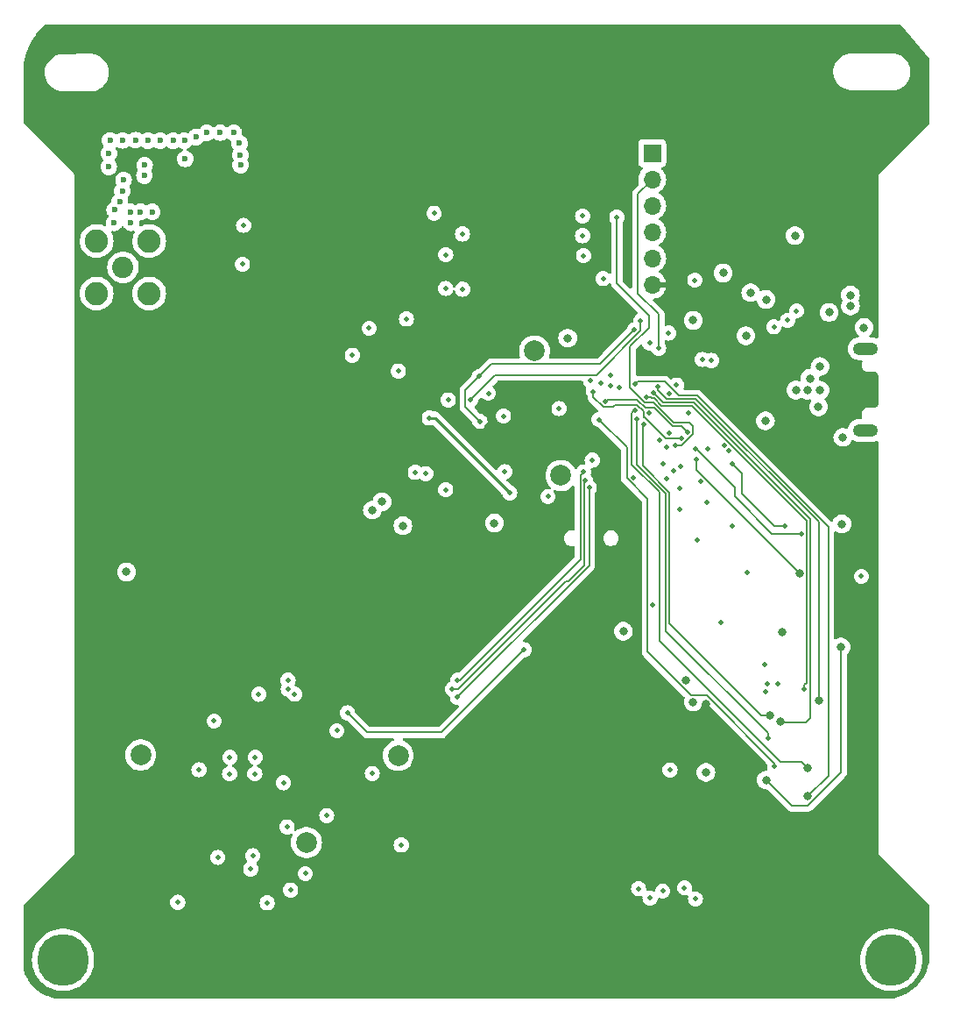
<source format=gbr>
%TF.GenerationSoftware,KiCad,Pcbnew,8.0.2-1*%
%TF.CreationDate,2024-05-29T22:59:52-07:00*%
%TF.ProjectId,flight_computer_dev_board_rfm98pw,666c6967-6874-45f6-936f-6d7075746572,rev?*%
%TF.SameCoordinates,Original*%
%TF.FileFunction,Copper,L3,Inr*%
%TF.FilePolarity,Positive*%
%FSLAX46Y46*%
G04 Gerber Fmt 4.6, Leading zero omitted, Abs format (unit mm)*
G04 Created by KiCad (PCBNEW 8.0.2-1) date 2024-05-29 22:59:52*
%MOMM*%
%LPD*%
G01*
G04 APERTURE LIST*
%TA.AperFunction,ComponentPad*%
%ADD10C,2.050000*%
%TD*%
%TA.AperFunction,ComponentPad*%
%ADD11C,2.250000*%
%TD*%
%TA.AperFunction,ComponentPad*%
%ADD12C,2.000000*%
%TD*%
%TA.AperFunction,ComponentPad*%
%ADD13C,5.000000*%
%TD*%
%TA.AperFunction,ComponentPad*%
%ADD14C,0.500000*%
%TD*%
%TA.AperFunction,ComponentPad*%
%ADD15O,2.416000X1.208000*%
%TD*%
%TA.AperFunction,ComponentPad*%
%ADD16R,1.700000X1.700000*%
%TD*%
%TA.AperFunction,ComponentPad*%
%ADD17O,1.700000X1.700000*%
%TD*%
%TA.AperFunction,ViaPad*%
%ADD18C,0.600000*%
%TD*%
%TA.AperFunction,ViaPad*%
%ADD19C,0.460000*%
%TD*%
%TA.AperFunction,ViaPad*%
%ADD20C,0.800000*%
%TD*%
%TA.AperFunction,Conductor*%
%ADD21C,0.250000*%
%TD*%
%TA.AperFunction,Conductor*%
%ADD22C,0.127000*%
%TD*%
G04 APERTURE END LIST*
D10*
%TO.N,Net-(J6-In)*%
%TO.C,J6*%
X153170000Y-71210000D03*
D11*
%TO.N,GND*%
X150630000Y-68670000D03*
X150630000Y-73750000D03*
X155710000Y-68670000D03*
X155710000Y-73750000D03*
%TD*%
D12*
%TO.N,Net-(U9-RESET)*%
%TO.C,TP3*%
X154880000Y-118320000D03*
%TD*%
%TO.N,+5V*%
%TO.C,TP5*%
X179780000Y-118360000D03*
%TD*%
%TO.N,Net-(U9-STBY)*%
%TO.C,TP4*%
X170910000Y-126760000D03*
%TD*%
D13*
%TO.N,N/C*%
%TO.C,*%
X227414400Y-138100000D03*
%TD*%
%TO.N,N/C*%
%TO.C,*%
X147381083Y-138100000D03*
%TD*%
D12*
%TO.N,FC_RESET*%
%TO.C,TP2*%
X195510000Y-91320000D03*
%TD*%
D14*
%TO.N,GND*%
%TO.C,IC1*%
X205930000Y-83400812D03*
X204020812Y-85310000D03*
X207839188Y-85310000D03*
X205930000Y-87219188D03*
%TD*%
D12*
%TO.N,D3*%
%TO.C,TP1*%
X192960000Y-79300000D03*
%TD*%
D15*
%TO.N,GND*%
%TO.C,J8*%
X224920000Y-86970000D03*
%TO.N,N/C*%
X224920000Y-79070000D03*
%TD*%
D16*
%TO.N,GND*%
%TO.C,J3*%
X204330000Y-60190000D03*
D17*
%TO.N,TX*%
X204330000Y-62730000D03*
%TO.N,RX*%
X204330000Y-65270000D03*
%TO.N,SCL1*%
X204330000Y-67810000D03*
%TO.N,SDA1*%
X204330000Y-70350000D03*
%TO.N,3.3V*%
X204330000Y-72890000D03*
%TD*%
D18*
%TO.N,GND*%
X153230000Y-62770000D03*
D19*
X165960000Y-118530000D03*
D20*
X180230000Y-96170000D03*
D19*
X165920000Y-120130000D03*
D20*
X215270000Y-86050000D03*
D18*
X159110000Y-58990000D03*
D20*
X216930000Y-106440000D03*
D18*
X152860000Y-64860000D03*
D19*
X167110000Y-132590000D03*
X163510000Y-118550000D03*
D20*
X153511000Y-100637000D03*
D18*
X154870000Y-65870000D03*
X151810000Y-60210000D03*
X164430000Y-59240000D03*
D19*
X170800000Y-129770000D03*
X184610000Y-84030000D03*
X173850000Y-115970000D03*
D20*
X218140000Y-68160000D03*
D19*
X208679998Y-97590002D03*
X200300000Y-81610000D03*
X208982438Y-91907561D03*
D18*
X155270000Y-61360000D03*
D20*
X221430000Y-75570000D03*
D18*
X153930000Y-65870000D03*
X155250000Y-62360000D03*
X153120000Y-58960000D03*
X164550000Y-61340000D03*
D19*
X180070000Y-127000000D03*
D18*
X158020000Y-58980000D03*
D19*
X172870000Y-124160000D03*
D20*
X213390000Y-77840000D03*
D18*
X164510000Y-60360000D03*
D19*
X177270000Y-120100000D03*
D18*
X154380000Y-58940000D03*
D20*
X222660000Y-96000000D03*
D19*
X189950000Y-85580000D03*
X165720000Y-128040000D03*
D18*
X153120000Y-63830000D03*
D19*
X158470000Y-132530000D03*
D20*
X209520000Y-120000000D03*
D18*
X153940000Y-66910000D03*
D19*
X198529500Y-89848715D03*
X162340000Y-128210000D03*
D18*
X155580000Y-58990000D03*
D20*
X196160000Y-78060000D03*
X220400000Y-84690000D03*
D19*
X205900000Y-77570000D03*
X204120000Y-132130000D03*
X169040000Y-125260000D03*
D18*
X162580000Y-58200000D03*
D19*
X224550000Y-101060000D03*
D20*
X211180000Y-71770000D03*
D18*
X151800000Y-61520000D03*
X151920000Y-58970000D03*
X161280000Y-58230000D03*
D19*
X195320000Y-84860000D03*
D18*
X156770000Y-58980000D03*
D19*
X163480000Y-120130000D03*
D18*
X163890000Y-58230000D03*
D19*
X194250000Y-93350000D03*
D18*
X155990000Y-65870000D03*
D20*
X201550000Y-106360000D03*
D19*
X202520000Y-91510000D03*
D20*
X208290000Y-76340000D03*
D18*
X159190000Y-60740000D03*
D20*
X189070000Y-95910000D03*
D19*
X184360000Y-92700000D03*
D18*
X160210000Y-58640000D03*
D19*
X188490000Y-83380000D03*
D18*
X152330000Y-66910000D03*
D19*
X190080000Y-90960000D03*
X181440000Y-91020000D03*
D18*
X152370000Y-65680000D03*
D19*
%TO.N,3.3V*%
X163460000Y-123970000D03*
X184480000Y-82086500D03*
D20*
X194910000Y-129920000D03*
X202280000Y-118210000D03*
D19*
X164250000Y-132090000D03*
D20*
X209510000Y-117560000D03*
X209530000Y-113420000D03*
D19*
X173360000Y-132480000D03*
X206340000Y-132250000D03*
X213130000Y-81120000D03*
X188360000Y-86580000D03*
X202010000Y-98770000D03*
X180430000Y-90840000D03*
D20*
X219690000Y-70410000D03*
X153341000Y-103557000D03*
%TO.N,VBUS*%
X220550000Y-80800000D03*
X222750000Y-87640000D03*
X224800000Y-77030000D03*
D19*
%TO.N,VCC_RF1*%
X182440000Y-91140000D03*
X182790000Y-85770000D03*
X211000000Y-105500000D03*
X204390000Y-103840000D03*
X175340000Y-79710000D03*
X190560000Y-93000000D03*
%TO.N,D3*%
X199170000Y-85920000D03*
X208450000Y-72460000D03*
X216160000Y-119380000D03*
%TO.N,ENABLE_BURN {slash} PC*%
X203796738Y-83787000D03*
X219020000Y-111910000D03*
%TO.N,I2C_RESET {slash} VS*%
X202679075Y-82473441D03*
D20*
X219340353Y-122320353D03*
D19*
%TO.N,ENAB_RF {slash} D2*%
X202660000Y-85010000D03*
D20*
X219380000Y-119590000D03*
D19*
%TO.N,VBUS_RESET {slash} D4*%
X215506396Y-116726396D03*
X202849500Y-85860738D03*
D20*
%TO.N,BURN_RELAY_A {slash} D5*%
X215670000Y-114530688D03*
D19*
X203550000Y-86350000D03*
%TO.N,D7*%
X212080784Y-96219216D03*
X205337798Y-90170000D03*
X215450000Y-111420000D03*
%TO.N,D6*%
X215280000Y-112190000D03*
X205700000Y-91630000D03*
%TO.N,D8*%
X215210000Y-109560000D03*
X206400000Y-90840000D03*
%TO.N,SPI0_CS1*%
X208510000Y-132220000D03*
X216450000Y-111480000D03*
X209680000Y-88780000D03*
X206050000Y-119760000D03*
%TO.N,D9*%
X207100000Y-90410000D03*
X213493500Y-100670000D03*
%TO.N,TX*%
X204950000Y-79020000D03*
%TO.N,RX*%
X204070000Y-78550000D03*
%TO.N,Neo_pwr*%
X212080000Y-90220000D03*
X217130000Y-96240000D03*
%TO.N,SPI0_CS2*%
X209650000Y-93900000D03*
X211270172Y-88389828D03*
X191943000Y-108150000D03*
X161980000Y-115040000D03*
X174890000Y-114250000D03*
%TO.N,SDA1*%
X203210000Y-76390000D03*
X186770000Y-84000000D03*
%TO.N,SCL1*%
X187678042Y-86101958D03*
X187600000Y-81760000D03*
X202620000Y-77230000D03*
%TO.N,SDA0*%
X204850522Y-82754243D03*
D20*
X220410000Y-113017000D03*
X207590000Y-111070000D03*
%TO.N,SCL0*%
X208292347Y-113207653D03*
D19*
X204462067Y-83351099D03*
D20*
X216760000Y-115090000D03*
D19*
%TO.N,D0*%
X211765172Y-88884828D03*
D20*
X177274504Y-94662383D03*
%TO.N,HS*%
X215360000Y-120730000D03*
D19*
X208583633Y-89766425D03*
D20*
X222580000Y-107880000D03*
X218610000Y-100800000D03*
%TO.N,FC_RESET*%
X178212868Y-93870119D03*
D19*
%TO.N,SWCLK*%
X205044501Y-87897613D03*
%TO.N,SWDIO*%
X205760000Y-88610000D03*
%TO.N,SPI0_MISO*%
X201127420Y-82797802D03*
X198250000Y-92490000D03*
X169760000Y-112440000D03*
X199590000Y-72310000D03*
X185505000Y-112745000D03*
X166300000Y-112450000D03*
X203010000Y-131230000D03*
%TO.N,SPI0_CS0*%
X200340891Y-82659109D03*
X197600000Y-66270000D03*
X183240000Y-66001499D03*
X180570000Y-76200000D03*
%TO.N,SPI0_SCK*%
X185010000Y-111946500D03*
X205340000Y-131450000D03*
X197600000Y-68170000D03*
X169150000Y-111950000D03*
X185990000Y-68001499D03*
X199392286Y-82407714D03*
X197874605Y-91817762D03*
X186010000Y-73340000D03*
%TO.N,SPI0_MOSI*%
X197690000Y-90980000D03*
X169130000Y-111100000D03*
X184370000Y-70001499D03*
X197690000Y-70090000D03*
X185520000Y-111100000D03*
X198371758Y-82190609D03*
X207440000Y-131140000D03*
X184370000Y-73260000D03*
%TO.N,RF1_RST*%
X200910000Y-66380000D03*
X206570000Y-88420000D03*
%TO.N,WDT_WDI*%
X206990000Y-92600000D03*
X206990000Y-94590000D03*
%TO.N,RF1_IO4*%
X198640000Y-83210000D03*
X176960000Y-77100000D03*
X164830000Y-67160000D03*
X207168321Y-87727200D03*
%TO.N,RF1_IO0*%
X207730000Y-87140000D03*
X199794371Y-84205629D03*
X164720000Y-70930000D03*
X179790000Y-81240000D03*
%TO.N,NEOPIX*%
X208534359Y-88793124D03*
X218780000Y-97000000D03*
%TO.N,/QSPI_DATA[3]*%
X218280000Y-75430000D03*
X210049974Y-80209974D03*
%TO.N,/QSPI_SCK*%
X217420000Y-76340000D03*
X209174194Y-80114194D03*
%TO.N,/QSPI_DATA[0]*%
X206690000Y-82590000D03*
X216096396Y-76966396D03*
D20*
%TO.N,/QSPI_DATA[2]*%
X213850000Y-73670000D03*
X215330000Y-74330000D03*
%TO.N,USB_D-*%
X223489169Y-74945000D03*
X218210000Y-83080000D03*
X219580000Y-81940000D03*
%TO.N,USB_D+*%
X219320000Y-83080000D03*
X220550000Y-83090000D03*
X223489169Y-73895000D03*
D19*
%TO.N,CANL*%
X165520000Y-129320000D03*
X169380000Y-131360000D03*
%TO.N,TXCAN*%
X160520000Y-119740000D03*
X168690000Y-121000000D03*
%TD*%
D21*
%TO.N,VCC_RF1*%
X183330000Y-85770000D02*
X190560000Y-93000000D01*
X182790000Y-85770000D02*
X183330000Y-85770000D01*
D22*
%TO.N,D3*%
X216160000Y-119110000D02*
X216160000Y-119380000D01*
X208110000Y-112540000D02*
X209590000Y-112540000D01*
X199170000Y-85920000D02*
X201870000Y-88620000D01*
X201870000Y-88620000D02*
X201870000Y-91557915D01*
X203896500Y-108326500D02*
X208110000Y-112540000D01*
X203896500Y-93584415D02*
X203896500Y-108326500D01*
X201870000Y-91557915D02*
X203896500Y-93584415D01*
X209590000Y-112540000D02*
X216160000Y-119110000D01*
%TO.N,ENABLE_BURN {slash} PC*%
X219273000Y-111317000D02*
X219020000Y-111570000D01*
X204200053Y-83787000D02*
X204257652Y-83844599D01*
X208171552Y-84594000D02*
X219273000Y-95695448D01*
X205242520Y-84594000D02*
X208171552Y-84594000D01*
X204257652Y-83844599D02*
X204493119Y-83844599D01*
X204493119Y-83844599D02*
X205242520Y-84594000D01*
X203796738Y-83787000D02*
X204200053Y-83787000D01*
X219020000Y-111570000D02*
X219020000Y-111910000D01*
X219273000Y-95695448D02*
X219273000Y-111317000D01*
%TO.N,I2C_RESET {slash} VS*%
X221350000Y-96277552D02*
X208685448Y-83613000D01*
X221350000Y-120310706D02*
X221350000Y-96277552D01*
X208685448Y-83613000D02*
X206873000Y-83613000D01*
X206873000Y-83613000D02*
X205520743Y-82260743D01*
X205520743Y-82260743D02*
X202891773Y-82260743D01*
X202891773Y-82260743D02*
X202679075Y-82473441D01*
X219340353Y-122320353D02*
X221350000Y-120310706D01*
%TO.N,ENAB_RF {slash} D2*%
X205010000Y-92930000D02*
X202356500Y-90276500D01*
X218790000Y-119000000D02*
X216700000Y-119000000D01*
X205010000Y-107310000D02*
X205010000Y-92930000D01*
X202356500Y-85313500D02*
X202660000Y-85010000D01*
X202356500Y-90276500D02*
X202356500Y-85313500D01*
X219380000Y-119590000D02*
X218790000Y-119000000D01*
X216700000Y-119000000D02*
X205010000Y-107310000D01*
%TO.N,VBUS_RESET {slash} D4*%
X205630000Y-106322085D02*
X215506396Y-116198481D01*
X205630000Y-93087552D02*
X205630000Y-106322085D01*
X202849500Y-85860738D02*
X202850000Y-85861238D01*
X215506396Y-116198481D02*
X215506396Y-116726396D01*
X202850000Y-85861238D02*
X202850000Y-90307552D01*
X202850000Y-90307552D02*
X205630000Y-93087552D01*
%TO.N,BURN_RELAY_A {slash} D5*%
X205957000Y-92952104D02*
X203392383Y-90387487D01*
X203392383Y-86507617D02*
X203550000Y-86350000D01*
X205957000Y-105617000D02*
X205957000Y-92952104D01*
X203392383Y-90387487D02*
X203392383Y-86507617D01*
X215649312Y-114510000D02*
X214850000Y-114510000D01*
X214850000Y-114510000D02*
X205957000Y-105617000D01*
X215670000Y-114530688D02*
X215649312Y-114510000D01*
%TO.N,TX*%
X202940000Y-64120000D02*
X204330000Y-62730000D01*
X204950000Y-79020000D02*
X204950000Y-75750000D01*
X204950000Y-75750000D02*
X202940000Y-73740000D01*
X202940000Y-73740000D02*
X202940000Y-64120000D01*
%TO.N,Neo_pwr*%
X212080000Y-90220000D02*
X213000000Y-91140000D01*
X213000000Y-93080000D02*
X216160000Y-96240000D01*
X213000000Y-91140000D02*
X213000000Y-93080000D01*
X216160000Y-96240000D02*
X217130000Y-96240000D01*
%TO.N,SPI0_CS2*%
X183959500Y-116133500D02*
X176773500Y-116133500D01*
X191943000Y-108150000D02*
X183959500Y-116133500D01*
X176773500Y-116133500D02*
X174890000Y-114250000D01*
%TO.N,SDA1*%
X203210000Y-76390000D02*
X203210000Y-77337915D01*
X189160000Y-81610000D02*
X186770000Y-84000000D01*
X203210000Y-77337915D02*
X198937915Y-81610000D01*
X198937915Y-81610000D02*
X189160000Y-81610000D01*
%TO.N,SCL1*%
X202620000Y-77230000D02*
X199900000Y-79950000D01*
X186276500Y-84700416D02*
X186276500Y-83083500D01*
X187678042Y-86101958D02*
X186276500Y-84700416D01*
X199900000Y-79950000D02*
X199286500Y-80563500D01*
X186276500Y-83083500D02*
X187600000Y-81760000D01*
X199286500Y-80563500D02*
X188796500Y-80563500D01*
X188796500Y-80563500D02*
X187600000Y-81760000D01*
%TO.N,SDA0*%
X204850522Y-83047533D02*
X205742989Y-83940000D01*
X220410000Y-95800000D02*
X220410000Y-113017000D01*
X208550000Y-83940000D02*
X220410000Y-95800000D01*
X205742989Y-83940000D02*
X208550000Y-83940000D01*
X204850522Y-82754243D02*
X204850522Y-83047533D01*
%TO.N,SCL0*%
X216760000Y-115120000D02*
X216760000Y-115090000D01*
X205377968Y-84267000D02*
X208307000Y-84267000D01*
X219600000Y-114750000D02*
X219180000Y-115170000D01*
X219600000Y-95560000D02*
X219600000Y-114750000D01*
X208307000Y-84267000D02*
X219600000Y-95560000D01*
X219180000Y-115170000D02*
X216810000Y-115170000D01*
X204462067Y-83351099D02*
X205377968Y-84267000D01*
X216810000Y-115170000D02*
X216760000Y-115120000D01*
%TO.N,HS*%
X222580000Y-120018331D02*
X219384831Y-123213500D01*
X215260000Y-97487915D02*
X215297915Y-97487915D01*
X215297915Y-97487915D02*
X218610000Y-100800000D01*
X219384831Y-123213500D02*
X217843500Y-123213500D01*
X215260000Y-97487915D02*
X215260000Y-97480000D01*
X222580000Y-107880000D02*
X222580000Y-120018331D01*
X217843500Y-123213500D02*
X215360000Y-120730000D01*
X208583633Y-89766425D02*
X208583633Y-90811548D01*
X208583633Y-90811548D02*
X215260000Y-97487915D01*
%TO.N,SPI0_MISO*%
X198250000Y-100000000D02*
X185505000Y-112745000D01*
X198250000Y-92490000D02*
X198250000Y-100000000D01*
%TO.N,SPI0_SCK*%
X196213776Y-101573776D02*
X197756500Y-100031052D01*
X197756500Y-100031052D02*
X197756500Y-91935867D01*
X197756500Y-91935867D02*
X197874605Y-91817762D01*
X195978309Y-101573776D02*
X196213776Y-101573776D01*
X185010000Y-111946500D02*
X185605585Y-111946500D01*
X185605585Y-111946500D02*
X195978309Y-101573776D01*
%TO.N,SPI0_MOSI*%
X197381105Y-99418895D02*
X197381105Y-91288895D01*
X197381105Y-91288895D02*
X197690000Y-90980000D01*
X185700000Y-111100000D02*
X197381105Y-99418895D01*
X185520000Y-111100000D02*
X185700000Y-111100000D01*
%TO.N,RF1_RST*%
X207920000Y-86250000D02*
X206436072Y-86250000D01*
X203592323Y-84280500D02*
X202180000Y-82868177D01*
X207173436Y-88420000D02*
X208240000Y-87353436D01*
X208240000Y-86570000D02*
X207920000Y-86250000D01*
X206570000Y-88420000D02*
X207173436Y-88420000D01*
X204466572Y-84280500D02*
X203592323Y-84280500D01*
X202180000Y-82868177D02*
X202180000Y-78880000D01*
X200910000Y-72760000D02*
X200910000Y-66380000D01*
X202180000Y-78880000D02*
X204020000Y-77040000D01*
X204020000Y-77040000D02*
X204020000Y-75870000D01*
X208240000Y-87353436D02*
X208240000Y-86570000D01*
X206436072Y-86250000D02*
X204466572Y-84280500D01*
X204020000Y-75870000D02*
X200910000Y-72760000D01*
%TO.N,RF1_IO4*%
X207123522Y-87771999D02*
X205671999Y-87771999D01*
X207168321Y-87727200D02*
X207123522Y-87771999D01*
X203570000Y-85670000D02*
X203550000Y-85670000D01*
X200600000Y-84610000D02*
X200510871Y-84699129D01*
X202873463Y-84486536D02*
X200723464Y-84486536D01*
X203507312Y-85627312D02*
X203507312Y-85120385D01*
X200723464Y-84486536D02*
X200600000Y-84610000D01*
X203507312Y-85120385D02*
X202873463Y-84486536D01*
X205671999Y-87771999D02*
X203570000Y-85670000D01*
X199589956Y-84699129D02*
X198640000Y-83749173D01*
X203550000Y-85670000D02*
X203507312Y-85627312D01*
X200510871Y-84699129D02*
X199589956Y-84699129D01*
X198640000Y-83749173D02*
X198640000Y-83210000D01*
%TO.N,RF1_IO0*%
X200030000Y-83970000D02*
X199794371Y-84205629D01*
X203645875Y-84796500D02*
X202819375Y-83970000D01*
X202819375Y-83970000D02*
X200030000Y-83970000D01*
X206300624Y-86577000D02*
X204520124Y-84796500D01*
X207730000Y-87140000D02*
X207167000Y-86577000D01*
X204520124Y-84796500D02*
X203645875Y-84796500D01*
X207167000Y-86577000D02*
X206300624Y-86577000D01*
%TO.N,NEOPIX*%
X212280000Y-92484466D02*
X208588658Y-88793124D01*
X212280000Y-93360000D02*
X212280000Y-92484466D01*
X208588658Y-88793124D02*
X208534359Y-88793124D01*
X218780000Y-97000000D02*
X215920000Y-97000000D01*
X215920000Y-97000000D02*
X212280000Y-93360000D01*
%TD*%
%TA.AperFunction,Conductor*%
%TO.N,3.3V*%
G36*
X228288992Y-47778802D02*
G01*
X228355977Y-47798672D01*
X228384059Y-47823599D01*
X231097683Y-51092546D01*
X231114110Y-51112334D01*
X231141784Y-51176490D01*
X231142700Y-51191536D01*
X231142700Y-57245588D01*
X231123015Y-57312627D01*
X231106381Y-57333269D01*
X226200025Y-62239624D01*
X226200024Y-62239625D01*
X226169500Y-62313316D01*
X226169500Y-77956939D01*
X226149815Y-78023978D01*
X226097011Y-78069733D01*
X226027853Y-78079677D01*
X225989206Y-78067424D01*
X225947981Y-78046419D01*
X225782641Y-77992697D01*
X225638529Y-77969872D01*
X225610926Y-77965500D01*
X225426049Y-77965500D01*
X225359010Y-77945815D01*
X225313255Y-77893011D01*
X225303311Y-77823853D01*
X225332336Y-77760297D01*
X225353164Y-77741182D01*
X225367735Y-77730595D01*
X225405871Y-77702888D01*
X225532533Y-77562216D01*
X225627179Y-77398284D01*
X225685674Y-77218256D01*
X225705460Y-77030000D01*
X225685674Y-76841744D01*
X225627179Y-76661716D01*
X225532533Y-76497784D01*
X225405871Y-76357112D01*
X225401796Y-76354151D01*
X225252734Y-76245851D01*
X225252729Y-76245848D01*
X225079807Y-76168857D01*
X225079802Y-76168855D01*
X224934001Y-76137865D01*
X224894646Y-76129500D01*
X224705354Y-76129500D01*
X224672897Y-76136398D01*
X224520197Y-76168855D01*
X224520192Y-76168857D01*
X224347270Y-76245848D01*
X224347265Y-76245851D01*
X224194129Y-76357111D01*
X224067466Y-76497785D01*
X223972821Y-76661715D01*
X223972818Y-76661722D01*
X223916557Y-76834878D01*
X223914326Y-76841744D01*
X223894540Y-77030000D01*
X223914326Y-77218256D01*
X223914327Y-77218259D01*
X223972818Y-77398277D01*
X223972821Y-77398284D01*
X224067467Y-77562216D01*
X224194129Y-77702888D01*
X224254956Y-77747081D01*
X224297621Y-77802411D01*
X224303600Y-77872024D01*
X224270994Y-77933819D01*
X224210155Y-77968177D01*
X224201468Y-77969872D01*
X224057360Y-77992697D01*
X224057357Y-77992697D01*
X223892021Y-78046418D01*
X223737115Y-78125347D01*
X223710421Y-78144742D01*
X223596467Y-78227535D01*
X223596465Y-78227537D01*
X223596464Y-78227537D01*
X223473537Y-78350464D01*
X223473537Y-78350465D01*
X223473535Y-78350467D01*
X223455553Y-78375217D01*
X223371347Y-78491115D01*
X223292418Y-78646021D01*
X223238697Y-78811357D01*
X223238697Y-78811360D01*
X223211500Y-78983074D01*
X223211500Y-79156925D01*
X223238697Y-79328639D01*
X223238697Y-79328642D01*
X223292418Y-79493978D01*
X223319848Y-79547812D01*
X223371347Y-79648884D01*
X223473535Y-79789533D01*
X223596467Y-79912465D01*
X223737116Y-80014653D01*
X223892019Y-80093580D01*
X223892021Y-80093581D01*
X224057358Y-80147302D01*
X224057359Y-80147302D01*
X224057362Y-80147303D01*
X224229074Y-80174500D01*
X224527235Y-80174500D01*
X224594274Y-80194185D01*
X224640029Y-80246989D01*
X224649973Y-80316147D01*
X224638955Y-80352302D01*
X224602120Y-80428790D01*
X224602119Y-80428793D01*
X224602119Y-80428794D01*
X224601125Y-80433149D01*
X224569500Y-80571702D01*
X224569500Y-80718297D01*
X224585067Y-80786499D01*
X224598890Y-80847061D01*
X224602120Y-80861209D01*
X224665720Y-80993276D01*
X224665722Y-80993279D01*
X224702583Y-81039500D01*
X224757117Y-81107883D01*
X224871723Y-81199279D01*
X225003794Y-81262881D01*
X225146706Y-81295500D01*
X225180118Y-81295500D01*
X225835989Y-81295500D01*
X225865067Y-81298958D01*
X225921388Y-81312544D01*
X225951611Y-81324185D01*
X225966359Y-81332216D01*
X226007277Y-81354498D01*
X226033453Y-81373569D01*
X226055373Y-81394428D01*
X226079368Y-81417263D01*
X226099714Y-81442466D01*
X226132744Y-81496557D01*
X226145869Y-81526167D01*
X226163764Y-81586964D01*
X226168773Y-81618964D01*
X226169847Y-81663157D01*
X226169307Y-81669568D01*
X226169433Y-81702816D01*
X226168729Y-81716486D01*
X226166393Y-81738302D01*
X226167487Y-81750469D01*
X226167288Y-81750486D01*
X226169676Y-81766856D01*
X226174442Y-83019625D01*
X226174443Y-83020097D01*
X226174443Y-84272751D01*
X226172107Y-84288978D01*
X226172428Y-84289007D01*
X226171335Y-84301175D01*
X226173737Y-84323591D01*
X226174443Y-84336802D01*
X226174443Y-84371554D01*
X226174329Y-84371554D01*
X226174726Y-84376167D01*
X226173651Y-84420512D01*
X226168644Y-84452512D01*
X226150755Y-84513304D01*
X226137630Y-84542917D01*
X226104608Y-84597001D01*
X226084263Y-84622204D01*
X226038358Y-84665894D01*
X226012181Y-84684969D01*
X225956531Y-84715279D01*
X225926309Y-84726923D01*
X225891511Y-84735320D01*
X225867805Y-84741040D01*
X225838720Y-84744500D01*
X225146702Y-84744500D01*
X225003790Y-84777120D01*
X224871723Y-84840720D01*
X224871720Y-84840722D01*
X224757117Y-84932117D01*
X224665722Y-85046720D01*
X224665720Y-85046723D01*
X224602120Y-85178790D01*
X224569500Y-85321702D01*
X224569500Y-85468297D01*
X224585067Y-85536499D01*
X224599799Y-85601043D01*
X224602120Y-85611209D01*
X224638955Y-85687698D01*
X224650307Y-85756640D01*
X224622585Y-85820774D01*
X224564590Y-85859740D01*
X224527235Y-85865500D01*
X224229074Y-85865500D01*
X224191388Y-85871469D01*
X224057360Y-85892697D01*
X224057357Y-85892697D01*
X223892021Y-85946418D01*
X223737115Y-86025347D01*
X223719231Y-86038341D01*
X223596467Y-86127535D01*
X223596465Y-86127537D01*
X223596464Y-86127537D01*
X223473537Y-86250464D01*
X223473537Y-86250465D01*
X223473535Y-86250467D01*
X223437238Y-86300425D01*
X223371347Y-86391115D01*
X223292418Y-86546021D01*
X223238694Y-86711367D01*
X223238687Y-86711399D01*
X223238680Y-86711409D01*
X223237191Y-86715995D01*
X223236227Y-86715681D01*
X223203890Y-86771988D01*
X223141861Y-86804145D01*
X223072292Y-86797662D01*
X223067681Y-86795720D01*
X223029802Y-86778855D01*
X222884001Y-86747865D01*
X222844646Y-86739500D01*
X222655354Y-86739500D01*
X222622897Y-86746398D01*
X222470197Y-86778855D01*
X222470192Y-86778857D01*
X222297270Y-86855848D01*
X222297265Y-86855851D01*
X222144129Y-86967111D01*
X222017466Y-87107785D01*
X221922821Y-87271715D01*
X221922818Y-87271722D01*
X221885519Y-87386518D01*
X221864326Y-87451744D01*
X221844540Y-87640000D01*
X221864326Y-87828256D01*
X221864327Y-87828259D01*
X221922818Y-88008277D01*
X221922821Y-88008284D01*
X222017467Y-88172216D01*
X222107407Y-88272104D01*
X222144129Y-88312888D01*
X222297265Y-88424148D01*
X222297270Y-88424151D01*
X222470192Y-88501142D01*
X222470197Y-88501144D01*
X222655354Y-88540500D01*
X222655355Y-88540500D01*
X222844644Y-88540500D01*
X222844646Y-88540500D01*
X223029803Y-88501144D01*
X223202730Y-88424151D01*
X223355871Y-88312888D01*
X223482533Y-88172216D01*
X223577179Y-88008284D01*
X223581132Y-87996116D01*
X223620565Y-87938443D01*
X223684922Y-87911242D01*
X223753769Y-87923153D01*
X223755358Y-87923948D01*
X223892021Y-87993581D01*
X224057358Y-88047302D01*
X224057359Y-88047302D01*
X224057362Y-88047303D01*
X224229074Y-88074500D01*
X224229075Y-88074500D01*
X225610925Y-88074500D01*
X225610926Y-88074500D01*
X225782638Y-88047303D01*
X225782641Y-88047302D01*
X225782642Y-88047302D01*
X225902711Y-88008289D01*
X225947981Y-87993580D01*
X225989204Y-87972576D01*
X226057873Y-87959679D01*
X226122614Y-87985955D01*
X226162871Y-88043061D01*
X226169500Y-88083060D01*
X226169500Y-127776683D01*
X226200024Y-127850374D01*
X231106381Y-132756731D01*
X231139866Y-132818054D01*
X231142700Y-132844412D01*
X231142700Y-138046741D01*
X231140771Y-138068529D01*
X231077299Y-138424135D01*
X231074945Y-138434656D01*
X230976741Y-138798544D01*
X230973482Y-138808820D01*
X230844045Y-139162797D01*
X230839906Y-139172751D01*
X230680211Y-139514151D01*
X230675223Y-139523708D01*
X230486480Y-139849943D01*
X230480681Y-139859031D01*
X230264316Y-140167639D01*
X230257750Y-140176189D01*
X230015386Y-140464852D01*
X230008101Y-140472799D01*
X229741599Y-140739301D01*
X229733652Y-140746586D01*
X229444989Y-140988950D01*
X229436439Y-140995516D01*
X229127831Y-141211881D01*
X229118743Y-141217680D01*
X228792508Y-141406423D01*
X228782951Y-141411411D01*
X228441551Y-141571106D01*
X228431597Y-141575245D01*
X228077620Y-141704682D01*
X228067344Y-141707941D01*
X227703456Y-141806145D01*
X227692935Y-141808499D01*
X227337329Y-141871971D01*
X227315541Y-141873900D01*
X147394490Y-141873900D01*
X147387098Y-141873227D01*
X147343153Y-141873878D01*
X147337326Y-141873828D01*
X146980930Y-141862350D01*
X146969309Y-141861427D01*
X146618481Y-141816901D01*
X146606997Y-141814891D01*
X146261902Y-141737616D01*
X146250659Y-141734537D01*
X146158830Y-141704682D01*
X145914340Y-141625194D01*
X145903440Y-141621074D01*
X145741158Y-141550852D01*
X145578882Y-141480632D01*
X145568413Y-141475505D01*
X145258472Y-141305202D01*
X145248530Y-141299114D01*
X144955953Y-141100457D01*
X144946628Y-141093463D01*
X144674004Y-140868214D01*
X144665375Y-140860374D01*
X144415102Y-140610509D01*
X144407249Y-140601894D01*
X144181553Y-140329638D01*
X144174543Y-140320323D01*
X143975410Y-140028071D01*
X143969306Y-140018139D01*
X143798503Y-139708488D01*
X143793358Y-139698027D01*
X143685075Y-139448904D01*
X143652378Y-139373678D01*
X143648247Y-139362800D01*
X143552391Y-139069595D01*
X143549839Y-139061789D01*
X143543700Y-139023257D01*
X143543700Y-138099996D01*
X144375498Y-138099996D01*
X144375498Y-138100003D01*
X144395821Y-138448927D01*
X144395822Y-138448938D01*
X144456511Y-138793127D01*
X144456513Y-138793134D01*
X144556757Y-139127972D01*
X144695190Y-139448895D01*
X144695196Y-139448908D01*
X144869953Y-139751597D01*
X145078667Y-140031949D01*
X145078672Y-140031955D01*
X145202546Y-140163253D01*
X145318525Y-140286183D01*
X145494986Y-140434251D01*
X145586269Y-140510847D01*
X145586277Y-140510853D01*
X145878286Y-140702911D01*
X145878290Y-140702913D01*
X146190632Y-140859777D01*
X146519072Y-140979319D01*
X146859169Y-141059923D01*
X147206324Y-141100500D01*
X147206331Y-141100500D01*
X147555835Y-141100500D01*
X147555842Y-141100500D01*
X147902997Y-141059923D01*
X148243094Y-140979319D01*
X148571534Y-140859777D01*
X148883876Y-140702913D01*
X149175894Y-140510849D01*
X149443641Y-140286183D01*
X149683495Y-140031953D01*
X149892213Y-139751596D01*
X150066972Y-139448904D01*
X150205409Y-139127971D01*
X150305652Y-138793136D01*
X150317950Y-138723394D01*
X150366343Y-138448938D01*
X150366342Y-138448938D01*
X150366345Y-138448927D01*
X150386668Y-138100000D01*
X150386668Y-138099996D01*
X224408815Y-138099996D01*
X224408815Y-138100003D01*
X224429138Y-138448927D01*
X224429139Y-138448938D01*
X224489828Y-138793127D01*
X224489830Y-138793134D01*
X224590074Y-139127972D01*
X224728507Y-139448895D01*
X224728513Y-139448908D01*
X224903270Y-139751597D01*
X225111984Y-140031949D01*
X225111989Y-140031955D01*
X225235863Y-140163253D01*
X225351842Y-140286183D01*
X225528303Y-140434251D01*
X225619586Y-140510847D01*
X225619594Y-140510853D01*
X225911603Y-140702911D01*
X225911607Y-140702913D01*
X226223949Y-140859777D01*
X226552389Y-140979319D01*
X226892486Y-141059923D01*
X227239641Y-141100500D01*
X227239648Y-141100500D01*
X227589152Y-141100500D01*
X227589159Y-141100500D01*
X227936314Y-141059923D01*
X228276411Y-140979319D01*
X228604851Y-140859777D01*
X228917193Y-140702913D01*
X229209211Y-140510849D01*
X229476958Y-140286183D01*
X229716812Y-140031953D01*
X229925530Y-139751596D01*
X230100289Y-139448904D01*
X230238726Y-139127971D01*
X230338969Y-138793136D01*
X230351267Y-138723394D01*
X230399660Y-138448938D01*
X230399659Y-138448938D01*
X230399662Y-138448927D01*
X230419985Y-138100000D01*
X230419272Y-138087766D01*
X230415954Y-138030796D01*
X230399662Y-137751073D01*
X230399660Y-137751061D01*
X230338971Y-137406872D01*
X230338969Y-137406865D01*
X230238725Y-137072027D01*
X230100292Y-136751104D01*
X230100289Y-136751096D01*
X229925530Y-136448404D01*
X229925529Y-136448402D01*
X229716815Y-136168050D01*
X229716810Y-136168044D01*
X229600833Y-136045117D01*
X229476958Y-135913817D01*
X229328888Y-135789572D01*
X229209213Y-135689152D01*
X229209205Y-135689146D01*
X228917196Y-135497088D01*
X228604858Y-135340226D01*
X228604852Y-135340223D01*
X228276412Y-135220681D01*
X228276409Y-135220680D01*
X227936315Y-135140077D01*
X227892919Y-135135004D01*
X227589159Y-135099500D01*
X227239641Y-135099500D01*
X226935880Y-135135004D01*
X226892485Y-135140077D01*
X226892483Y-135140077D01*
X226552390Y-135220680D01*
X226552387Y-135220681D01*
X226223947Y-135340223D01*
X226223941Y-135340226D01*
X225911603Y-135497088D01*
X225619594Y-135689146D01*
X225619586Y-135689152D01*
X225351842Y-135913817D01*
X225351840Y-135913819D01*
X225111989Y-136168044D01*
X225111984Y-136168050D01*
X224903270Y-136448402D01*
X224728513Y-136751091D01*
X224728507Y-136751104D01*
X224590074Y-137072027D01*
X224489830Y-137406865D01*
X224489828Y-137406872D01*
X224429139Y-137751061D01*
X224429138Y-137751072D01*
X224408815Y-138099996D01*
X150386668Y-138099996D01*
X150385955Y-138087766D01*
X150382637Y-138030796D01*
X150366345Y-137751073D01*
X150366343Y-137751061D01*
X150305654Y-137406872D01*
X150305652Y-137406865D01*
X150205408Y-137072027D01*
X150066975Y-136751104D01*
X150066972Y-136751096D01*
X149892213Y-136448404D01*
X149892212Y-136448402D01*
X149683498Y-136168050D01*
X149683493Y-136168044D01*
X149567516Y-136045117D01*
X149443641Y-135913817D01*
X149295571Y-135789572D01*
X149175896Y-135689152D01*
X149175888Y-135689146D01*
X148883879Y-135497088D01*
X148571541Y-135340226D01*
X148571535Y-135340223D01*
X148243095Y-135220681D01*
X148243092Y-135220680D01*
X147902998Y-135140077D01*
X147859602Y-135135004D01*
X147555842Y-135099500D01*
X147206324Y-135099500D01*
X146902563Y-135135004D01*
X146859168Y-135140077D01*
X146859166Y-135140077D01*
X146519073Y-135220680D01*
X146519070Y-135220681D01*
X146190630Y-135340223D01*
X146190624Y-135340226D01*
X145878286Y-135497088D01*
X145586277Y-135689146D01*
X145586269Y-135689152D01*
X145318525Y-135913817D01*
X145318523Y-135913819D01*
X145078672Y-136168044D01*
X145078667Y-136168050D01*
X144869953Y-136448402D01*
X144695196Y-136751091D01*
X144695190Y-136751104D01*
X144556757Y-137072027D01*
X144456513Y-137406865D01*
X144456511Y-137406872D01*
X144395822Y-137751061D01*
X144395821Y-137751072D01*
X144375498Y-138099996D01*
X143543700Y-138099996D01*
X143543700Y-132844412D01*
X143563385Y-132777373D01*
X143580019Y-132756731D01*
X143806754Y-132529996D01*
X157734878Y-132529996D01*
X157734878Y-132530003D01*
X157753307Y-132693574D01*
X157807676Y-132848953D01*
X157807677Y-132848955D01*
X157807678Y-132848957D01*
X157895258Y-132988341D01*
X158011659Y-133104742D01*
X158151043Y-133192322D01*
X158306420Y-133246691D01*
X158306423Y-133246691D01*
X158306425Y-133246692D01*
X158469996Y-133265122D01*
X158470000Y-133265122D01*
X158470004Y-133265122D01*
X158633574Y-133246692D01*
X158633575Y-133246691D01*
X158633580Y-133246691D01*
X158788957Y-133192322D01*
X158928341Y-133104742D01*
X159044742Y-132988341D01*
X159132322Y-132848957D01*
X159186691Y-132693580D01*
X159188408Y-132678341D01*
X159198362Y-132589996D01*
X166374878Y-132589996D01*
X166374878Y-132590003D01*
X166393307Y-132753574D01*
X166447676Y-132908953D01*
X166447677Y-132908955D01*
X166447678Y-132908957D01*
X166535258Y-133048341D01*
X166651659Y-133164742D01*
X166791043Y-133252322D01*
X166946420Y-133306691D01*
X166946423Y-133306691D01*
X166946425Y-133306692D01*
X167109996Y-133325122D01*
X167110000Y-133325122D01*
X167110004Y-133325122D01*
X167273574Y-133306692D01*
X167273575Y-133306691D01*
X167273580Y-133306691D01*
X167428957Y-133252322D01*
X167568341Y-133164742D01*
X167684742Y-133048341D01*
X167772322Y-132908957D01*
X167826691Y-132753580D01*
X167832194Y-132704741D01*
X167845122Y-132590003D01*
X167845122Y-132589996D01*
X167826692Y-132426425D01*
X167826691Y-132426423D01*
X167826691Y-132426420D01*
X167772322Y-132271043D01*
X167684742Y-132131659D01*
X167568341Y-132015258D01*
X167428957Y-131927678D01*
X167428956Y-131927677D01*
X167428955Y-131927677D01*
X167428953Y-131927676D01*
X167273574Y-131873307D01*
X167110004Y-131854878D01*
X167109996Y-131854878D01*
X166946425Y-131873307D01*
X166791046Y-131927676D01*
X166791044Y-131927677D01*
X166651658Y-132015258D01*
X166535258Y-132131658D01*
X166447677Y-132271044D01*
X166447676Y-132271046D01*
X166393307Y-132426425D01*
X166374878Y-132589996D01*
X159198362Y-132589996D01*
X159205122Y-132530003D01*
X159205122Y-132529996D01*
X159186692Y-132366425D01*
X159186691Y-132366423D01*
X159186691Y-132366420D01*
X159132322Y-132211043D01*
X159044742Y-132071659D01*
X158928341Y-131955258D01*
X158788957Y-131867678D01*
X158788956Y-131867677D01*
X158788955Y-131867677D01*
X158788953Y-131867676D01*
X158655665Y-131821037D01*
X158633580Y-131813309D01*
X158633579Y-131813308D01*
X158633574Y-131813307D01*
X158470004Y-131794878D01*
X158469996Y-131794878D01*
X158306425Y-131813307D01*
X158151046Y-131867676D01*
X158151044Y-131867677D01*
X158011658Y-131955258D01*
X157895258Y-132071658D01*
X157807677Y-132211044D01*
X157807676Y-132211046D01*
X157753307Y-132366425D01*
X157734878Y-132529996D01*
X143806754Y-132529996D01*
X144976754Y-131359996D01*
X168644878Y-131359996D01*
X168644878Y-131360003D01*
X168663307Y-131523574D01*
X168717676Y-131678953D01*
X168717677Y-131678955D01*
X168717678Y-131678957D01*
X168805258Y-131818341D01*
X168921659Y-131934742D01*
X169061043Y-132022322D01*
X169216420Y-132076691D01*
X169216423Y-132076691D01*
X169216425Y-132076692D01*
X169379996Y-132095122D01*
X169380000Y-132095122D01*
X169380004Y-132095122D01*
X169543574Y-132076692D01*
X169543575Y-132076691D01*
X169543580Y-132076691D01*
X169698957Y-132022322D01*
X169838341Y-131934742D01*
X169954742Y-131818341D01*
X170042322Y-131678957D01*
X170096691Y-131523580D01*
X170096692Y-131523574D01*
X170115122Y-131360003D01*
X170115122Y-131359996D01*
X170100475Y-131229996D01*
X202274878Y-131229996D01*
X202274878Y-131230003D01*
X202293307Y-131393574D01*
X202347676Y-131548953D01*
X202347677Y-131548955D01*
X202347678Y-131548957D01*
X202435258Y-131688341D01*
X202551659Y-131804742D01*
X202691043Y-131892322D01*
X202846420Y-131946691D01*
X202846423Y-131946691D01*
X202846425Y-131946692D01*
X203009996Y-131965122D01*
X203010000Y-131965122D01*
X203010004Y-131965122D01*
X203173576Y-131946692D01*
X203173578Y-131946691D01*
X203173580Y-131946691D01*
X203228781Y-131927374D01*
X203298560Y-131923813D01*
X203359187Y-131958541D01*
X203391415Y-132020534D01*
X203392956Y-132058299D01*
X203384878Y-132129996D01*
X203384878Y-132130003D01*
X203403307Y-132293574D01*
X203457676Y-132448953D01*
X203457677Y-132448955D01*
X203457678Y-132448957D01*
X203545258Y-132588341D01*
X203661659Y-132704742D01*
X203801043Y-132792322D01*
X203956420Y-132846691D01*
X203956423Y-132846691D01*
X203956425Y-132846692D01*
X204119996Y-132865122D01*
X204120000Y-132865122D01*
X204120004Y-132865122D01*
X204283574Y-132846692D01*
X204283575Y-132846691D01*
X204283580Y-132846691D01*
X204438957Y-132792322D01*
X204578341Y-132704742D01*
X204694742Y-132588341D01*
X204782322Y-132448957D01*
X204836691Y-132293580D01*
X204839231Y-132271043D01*
X204845984Y-132211104D01*
X204873050Y-132146690D01*
X204930645Y-132107135D01*
X205000482Y-132104997D01*
X205014434Y-132110121D01*
X205014469Y-132110022D01*
X205066228Y-132128133D01*
X205176420Y-132166691D01*
X205176423Y-132166691D01*
X205176425Y-132166692D01*
X205339996Y-132185122D01*
X205340000Y-132185122D01*
X205340004Y-132185122D01*
X205503574Y-132166692D01*
X205503575Y-132166691D01*
X205503580Y-132166691D01*
X205658957Y-132112322D01*
X205798341Y-132024742D01*
X205914742Y-131908341D01*
X206002322Y-131768957D01*
X206056691Y-131613580D01*
X206062990Y-131557676D01*
X206075122Y-131450003D01*
X206075122Y-131449996D01*
X206056692Y-131286425D01*
X206056691Y-131286423D01*
X206056691Y-131286420D01*
X206005455Y-131139996D01*
X206704878Y-131139996D01*
X206704878Y-131140003D01*
X206723307Y-131303574D01*
X206777676Y-131458953D01*
X206777677Y-131458955D01*
X206777678Y-131458957D01*
X206865258Y-131598341D01*
X206981659Y-131714742D01*
X207121043Y-131802322D01*
X207276420Y-131856691D01*
X207276423Y-131856691D01*
X207276425Y-131856692D01*
X207439996Y-131875122D01*
X207440000Y-131875122D01*
X207440004Y-131875122D01*
X207603576Y-131856692D01*
X207603578Y-131856691D01*
X207603580Y-131856691D01*
X207656381Y-131838214D01*
X207726158Y-131834652D01*
X207786786Y-131869381D01*
X207819013Y-131931374D01*
X207814377Y-131996209D01*
X207793307Y-132056424D01*
X207774878Y-132219996D01*
X207774878Y-132220003D01*
X207793307Y-132383574D01*
X207847676Y-132538953D01*
X207847677Y-132538955D01*
X207847678Y-132538957D01*
X207935258Y-132678341D01*
X208051659Y-132794742D01*
X208191043Y-132882322D01*
X208346420Y-132936691D01*
X208346423Y-132936691D01*
X208346425Y-132936692D01*
X208509996Y-132955122D01*
X208510000Y-132955122D01*
X208510004Y-132955122D01*
X208673574Y-132936692D01*
X208673575Y-132936691D01*
X208673580Y-132936691D01*
X208828957Y-132882322D01*
X208968341Y-132794742D01*
X209084742Y-132678341D01*
X209172322Y-132538957D01*
X209226691Y-132383580D01*
X209228624Y-132366425D01*
X209245122Y-132220003D01*
X209245122Y-132219996D01*
X209226692Y-132056425D01*
X209226691Y-132056423D01*
X209226691Y-132056420D01*
X209172322Y-131901043D01*
X209084742Y-131761659D01*
X208968341Y-131645258D01*
X208828957Y-131557678D01*
X208828956Y-131557677D01*
X208828955Y-131557677D01*
X208828953Y-131557676D01*
X208673574Y-131503307D01*
X208510004Y-131484878D01*
X208509996Y-131484878D01*
X208346424Y-131503307D01*
X208293617Y-131521785D01*
X208223838Y-131525346D01*
X208163211Y-131490616D01*
X208130985Y-131428622D01*
X208135623Y-131363788D01*
X208156691Y-131303580D01*
X208156691Y-131303578D01*
X208156692Y-131303576D01*
X208175122Y-131140003D01*
X208175122Y-131139996D01*
X208156692Y-130976425D01*
X208156691Y-130976423D01*
X208156691Y-130976420D01*
X208102322Y-130821043D01*
X208014742Y-130681659D01*
X207898341Y-130565258D01*
X207758957Y-130477678D01*
X207758956Y-130477677D01*
X207758955Y-130477677D01*
X207758953Y-130477676D01*
X207603574Y-130423307D01*
X207440004Y-130404878D01*
X207439996Y-130404878D01*
X207276425Y-130423307D01*
X207121046Y-130477676D01*
X207121044Y-130477677D01*
X206981658Y-130565258D01*
X206865258Y-130681658D01*
X206777677Y-130821044D01*
X206777676Y-130821046D01*
X206723307Y-130976425D01*
X206704878Y-131139996D01*
X206005455Y-131139996D01*
X206002322Y-131131043D01*
X205914742Y-130991659D01*
X205798341Y-130875258D01*
X205658957Y-130787678D01*
X205658956Y-130787677D01*
X205658955Y-130787677D01*
X205658953Y-130787676D01*
X205503574Y-130733307D01*
X205340004Y-130714878D01*
X205339996Y-130714878D01*
X205176425Y-130733307D01*
X205021046Y-130787676D01*
X205021044Y-130787677D01*
X204881658Y-130875258D01*
X204765258Y-130991658D01*
X204677677Y-131131044D01*
X204677676Y-131131046D01*
X204623307Y-131286425D01*
X204614015Y-131368896D01*
X204586948Y-131433310D01*
X204529353Y-131472865D01*
X204459516Y-131475002D01*
X204445565Y-131469879D01*
X204445531Y-131469978D01*
X204283574Y-131413307D01*
X204120004Y-131394878D01*
X204119996Y-131394878D01*
X203956424Y-131413307D01*
X203901216Y-131432625D01*
X203831437Y-131436186D01*
X203770810Y-131401456D01*
X203738584Y-131339462D01*
X203737043Y-131301701D01*
X203745122Y-131230000D01*
X203741338Y-131196420D01*
X203726692Y-131066425D01*
X203726691Y-131066423D01*
X203726691Y-131066420D01*
X203672322Y-130911043D01*
X203584742Y-130771659D01*
X203468341Y-130655258D01*
X203328957Y-130567678D01*
X203328956Y-130567677D01*
X203328955Y-130567677D01*
X203328953Y-130567676D01*
X203173574Y-130513307D01*
X203010004Y-130494878D01*
X203009996Y-130494878D01*
X202846425Y-130513307D01*
X202691046Y-130567676D01*
X202691044Y-130567677D01*
X202551658Y-130655258D01*
X202435258Y-130771658D01*
X202347677Y-130911044D01*
X202347676Y-130911046D01*
X202293307Y-131066425D01*
X202274878Y-131229996D01*
X170100475Y-131229996D01*
X170096692Y-131196425D01*
X170096691Y-131196423D01*
X170096691Y-131196420D01*
X170042322Y-131041043D01*
X169954742Y-130901659D01*
X169838341Y-130785258D01*
X169698957Y-130697678D01*
X169698956Y-130697677D01*
X169698955Y-130697677D01*
X169698953Y-130697676D01*
X169543574Y-130643307D01*
X169380004Y-130624878D01*
X169379996Y-130624878D01*
X169216425Y-130643307D01*
X169061046Y-130697676D01*
X169061044Y-130697677D01*
X168921658Y-130785258D01*
X168805258Y-130901658D01*
X168717677Y-131041044D01*
X168717676Y-131041046D01*
X168663307Y-131196425D01*
X168644878Y-131359996D01*
X144976754Y-131359996D01*
X145992009Y-130344741D01*
X147016754Y-129319996D01*
X164784878Y-129319996D01*
X164784878Y-129320003D01*
X164803307Y-129483574D01*
X164857676Y-129638953D01*
X164857677Y-129638955D01*
X164857678Y-129638957D01*
X164945258Y-129778341D01*
X165061659Y-129894742D01*
X165201043Y-129982322D01*
X165356420Y-130036691D01*
X165356423Y-130036691D01*
X165356425Y-130036692D01*
X165519996Y-130055122D01*
X165520000Y-130055122D01*
X165520004Y-130055122D01*
X165683574Y-130036692D01*
X165683575Y-130036691D01*
X165683580Y-130036691D01*
X165838957Y-129982322D01*
X165978341Y-129894742D01*
X166094742Y-129778341D01*
X166099985Y-129769996D01*
X170064878Y-129769996D01*
X170064878Y-129770003D01*
X170083307Y-129933574D01*
X170137676Y-130088953D01*
X170137677Y-130088955D01*
X170137678Y-130088957D01*
X170225258Y-130228341D01*
X170341659Y-130344742D01*
X170481043Y-130432322D01*
X170636420Y-130486691D01*
X170636423Y-130486691D01*
X170636425Y-130486692D01*
X170799996Y-130505122D01*
X170800000Y-130505122D01*
X170800004Y-130505122D01*
X170963574Y-130486692D01*
X170963575Y-130486691D01*
X170963580Y-130486691D01*
X171118957Y-130432322D01*
X171258341Y-130344742D01*
X171374742Y-130228341D01*
X171462322Y-130088957D01*
X171516691Y-129933580D01*
X171521067Y-129894741D01*
X171535122Y-129770003D01*
X171535122Y-129769996D01*
X171516692Y-129606425D01*
X171516691Y-129606423D01*
X171516691Y-129606420D01*
X171462322Y-129451043D01*
X171374742Y-129311659D01*
X171258341Y-129195258D01*
X171118957Y-129107678D01*
X171118956Y-129107677D01*
X171118955Y-129107677D01*
X171118953Y-129107676D01*
X170963574Y-129053307D01*
X170800004Y-129034878D01*
X170799996Y-129034878D01*
X170636425Y-129053307D01*
X170481046Y-129107676D01*
X170481044Y-129107677D01*
X170341658Y-129195258D01*
X170225258Y-129311658D01*
X170137677Y-129451044D01*
X170137676Y-129451046D01*
X170083307Y-129606425D01*
X170064878Y-129769996D01*
X166099985Y-129769996D01*
X166182322Y-129638957D01*
X166236691Y-129483580D01*
X166255122Y-129320000D01*
X166254182Y-129311659D01*
X166236692Y-129156425D01*
X166236691Y-129156423D01*
X166236691Y-129156420D01*
X166182322Y-129001043D01*
X166094742Y-128861659D01*
X166085312Y-128852229D01*
X166051827Y-128790906D01*
X166056811Y-128721214D01*
X166098683Y-128665281D01*
X166107022Y-128659554D01*
X166140076Y-128638785D01*
X166178341Y-128614742D01*
X166294742Y-128498341D01*
X166382322Y-128358957D01*
X166436691Y-128203580D01*
X166455122Y-128040000D01*
X166452922Y-128020475D01*
X166436692Y-127876425D01*
X166436691Y-127876423D01*
X166436691Y-127876420D01*
X166382322Y-127721043D01*
X166294742Y-127581659D01*
X166178341Y-127465258D01*
X166038957Y-127377678D01*
X166038956Y-127377677D01*
X166038955Y-127377677D01*
X166038953Y-127377676D01*
X165883574Y-127323307D01*
X165720004Y-127304878D01*
X165719996Y-127304878D01*
X165556425Y-127323307D01*
X165401046Y-127377676D01*
X165401044Y-127377677D01*
X165261658Y-127465258D01*
X165145258Y-127581658D01*
X165057677Y-127721044D01*
X165057676Y-127721046D01*
X165003307Y-127876425D01*
X164984878Y-128039996D01*
X164984878Y-128040003D01*
X165003307Y-128203574D01*
X165003308Y-128203579D01*
X165003309Y-128203580D01*
X165005557Y-128210003D01*
X165057676Y-128358953D01*
X165057677Y-128358955D01*
X165057678Y-128358957D01*
X165066866Y-128373580D01*
X165145258Y-128498341D01*
X165154687Y-128507770D01*
X165188172Y-128569093D01*
X165183188Y-128638785D01*
X165141316Y-128694718D01*
X165132979Y-128700444D01*
X165061660Y-128745256D01*
X164945258Y-128861658D01*
X164857677Y-129001044D01*
X164857676Y-129001046D01*
X164803307Y-129156425D01*
X164784878Y-129319996D01*
X147016754Y-129319996D01*
X148126754Y-128209996D01*
X161604878Y-128209996D01*
X161604878Y-128210003D01*
X161623307Y-128373574D01*
X161677676Y-128528953D01*
X161677677Y-128528955D01*
X161677678Y-128528957D01*
X161765258Y-128668341D01*
X161881659Y-128784742D01*
X162021043Y-128872322D01*
X162176420Y-128926691D01*
X162176423Y-128926691D01*
X162176425Y-128926692D01*
X162339996Y-128945122D01*
X162340000Y-128945122D01*
X162340004Y-128945122D01*
X162503574Y-128926692D01*
X162503575Y-128926691D01*
X162503580Y-128926691D01*
X162658957Y-128872322D01*
X162798341Y-128784742D01*
X162914742Y-128668341D01*
X163002322Y-128528957D01*
X163056691Y-128373580D01*
X163075122Y-128210000D01*
X163067103Y-128138830D01*
X163056692Y-128046425D01*
X163056691Y-128046423D01*
X163056691Y-128046420D01*
X163002322Y-127891043D01*
X162914742Y-127751659D01*
X162798341Y-127635258D01*
X162658957Y-127547678D01*
X162658956Y-127547677D01*
X162658955Y-127547677D01*
X162658953Y-127547676D01*
X162503574Y-127493307D01*
X162340004Y-127474878D01*
X162339996Y-127474878D01*
X162176425Y-127493307D01*
X162021046Y-127547676D01*
X162021044Y-127547677D01*
X161881658Y-127635258D01*
X161765258Y-127751658D01*
X161677677Y-127891044D01*
X161677676Y-127891046D01*
X161623307Y-128046425D01*
X161604878Y-128209996D01*
X148126754Y-128209996D01*
X148489976Y-127846774D01*
X148520500Y-127773082D01*
X148520500Y-127693318D01*
X148520500Y-125259996D01*
X168304878Y-125259996D01*
X168304878Y-125260003D01*
X168323307Y-125423574D01*
X168377676Y-125578953D01*
X168377677Y-125578955D01*
X168377678Y-125578957D01*
X168465258Y-125718341D01*
X168581659Y-125834742D01*
X168721043Y-125922322D01*
X168876420Y-125976691D01*
X168876423Y-125976691D01*
X168876425Y-125976692D01*
X169039996Y-125995122D01*
X169040000Y-125995122D01*
X169040004Y-125995122D01*
X169203574Y-125976692D01*
X169203575Y-125976691D01*
X169203580Y-125976691D01*
X169358957Y-125922322D01*
X169403887Y-125894090D01*
X169471119Y-125875091D01*
X169537954Y-125895458D01*
X169583169Y-125948725D01*
X169592408Y-126017981D01*
X169583412Y-126048895D01*
X169485937Y-126271118D01*
X169424892Y-126512175D01*
X169424890Y-126512187D01*
X169404357Y-126759994D01*
X169404357Y-126760005D01*
X169424890Y-127007812D01*
X169424892Y-127007824D01*
X169485936Y-127248881D01*
X169585826Y-127476606D01*
X169721833Y-127684782D01*
X169721836Y-127684785D01*
X169890256Y-127867738D01*
X170086491Y-128020474D01*
X170305190Y-128138828D01*
X170540386Y-128219571D01*
X170785665Y-128260500D01*
X171034335Y-128260500D01*
X171279614Y-128219571D01*
X171514810Y-128138828D01*
X171733509Y-128020474D01*
X171929744Y-127867738D01*
X172098164Y-127684785D01*
X172234173Y-127476607D01*
X172334063Y-127248881D01*
X172395108Y-127007821D01*
X172395756Y-127000000D01*
X172395756Y-126999996D01*
X179334878Y-126999996D01*
X179334878Y-127000003D01*
X179353307Y-127163574D01*
X179407676Y-127318953D01*
X179407677Y-127318955D01*
X179407678Y-127318957D01*
X179495258Y-127458341D01*
X179611659Y-127574742D01*
X179751043Y-127662322D01*
X179906420Y-127716691D01*
X179906423Y-127716691D01*
X179906425Y-127716692D01*
X180069996Y-127735122D01*
X180070000Y-127735122D01*
X180070004Y-127735122D01*
X180233574Y-127716692D01*
X180233575Y-127716691D01*
X180233580Y-127716691D01*
X180388957Y-127662322D01*
X180528341Y-127574742D01*
X180644742Y-127458341D01*
X180732322Y-127318957D01*
X180786691Y-127163580D01*
X180786692Y-127163574D01*
X180805122Y-127000003D01*
X180805122Y-126999996D01*
X180786692Y-126836425D01*
X180786691Y-126836423D01*
X180786691Y-126836420D01*
X180732322Y-126681043D01*
X180644742Y-126541659D01*
X180528341Y-126425258D01*
X180388957Y-126337678D01*
X180388956Y-126337677D01*
X180388955Y-126337677D01*
X180388953Y-126337676D01*
X180233574Y-126283307D01*
X180070004Y-126264878D01*
X180069996Y-126264878D01*
X179906425Y-126283307D01*
X179751046Y-126337676D01*
X179751044Y-126337677D01*
X179611658Y-126425258D01*
X179495258Y-126541658D01*
X179407677Y-126681044D01*
X179407676Y-126681046D01*
X179353307Y-126836425D01*
X179334878Y-126999996D01*
X172395756Y-126999996D01*
X172415643Y-126760005D01*
X172415643Y-126759994D01*
X172395109Y-126512187D01*
X172395107Y-126512175D01*
X172334063Y-126271118D01*
X172234173Y-126043393D01*
X172098166Y-125835217D01*
X172076557Y-125811744D01*
X171929744Y-125652262D01*
X171733509Y-125499526D01*
X171733507Y-125499525D01*
X171733506Y-125499524D01*
X171514811Y-125381172D01*
X171514802Y-125381169D01*
X171279616Y-125300429D01*
X171034335Y-125259500D01*
X170785665Y-125259500D01*
X170540383Y-125300429D01*
X170305197Y-125381169D01*
X170305188Y-125381172D01*
X170116476Y-125483299D01*
X170086491Y-125499526D01*
X170063099Y-125517733D01*
X169928997Y-125622108D01*
X169864003Y-125647750D01*
X169795463Y-125634183D01*
X169745138Y-125585715D01*
X169729007Y-125517733D01*
X169735794Y-125483299D01*
X169756692Y-125423576D01*
X169775122Y-125260003D01*
X169775122Y-125259996D01*
X169756692Y-125096425D01*
X169756691Y-125096423D01*
X169756691Y-125096420D01*
X169702322Y-124941043D01*
X169614742Y-124801659D01*
X169498341Y-124685258D01*
X169358957Y-124597678D01*
X169358956Y-124597677D01*
X169358955Y-124597677D01*
X169358953Y-124597676D01*
X169203574Y-124543307D01*
X169040004Y-124524878D01*
X169039996Y-124524878D01*
X168876425Y-124543307D01*
X168721046Y-124597676D01*
X168721044Y-124597677D01*
X168581658Y-124685258D01*
X168465258Y-124801658D01*
X168377677Y-124941044D01*
X168377676Y-124941046D01*
X168323307Y-125096425D01*
X168304878Y-125259996D01*
X148520500Y-125259996D01*
X148520500Y-124159996D01*
X172134878Y-124159996D01*
X172134878Y-124160003D01*
X172153307Y-124323574D01*
X172207676Y-124478953D01*
X172207677Y-124478955D01*
X172207678Y-124478957D01*
X172295258Y-124618341D01*
X172411659Y-124734742D01*
X172551043Y-124822322D01*
X172706420Y-124876691D01*
X172706423Y-124876691D01*
X172706425Y-124876692D01*
X172869996Y-124895122D01*
X172870000Y-124895122D01*
X172870004Y-124895122D01*
X173033574Y-124876692D01*
X173033575Y-124876691D01*
X173033580Y-124876691D01*
X173188957Y-124822322D01*
X173328341Y-124734742D01*
X173444742Y-124618341D01*
X173532322Y-124478957D01*
X173586691Y-124323580D01*
X173605122Y-124160000D01*
X173586691Y-123996420D01*
X173532322Y-123841043D01*
X173444742Y-123701659D01*
X173328341Y-123585258D01*
X173188957Y-123497678D01*
X173188956Y-123497677D01*
X173188955Y-123497677D01*
X173188953Y-123497676D01*
X173033574Y-123443307D01*
X172870004Y-123424878D01*
X172869996Y-123424878D01*
X172706425Y-123443307D01*
X172551046Y-123497676D01*
X172551044Y-123497677D01*
X172411658Y-123585258D01*
X172295258Y-123701658D01*
X172207677Y-123841044D01*
X172207676Y-123841046D01*
X172153307Y-123996425D01*
X172134878Y-124159996D01*
X148520500Y-124159996D01*
X148520500Y-120999996D01*
X167954878Y-120999996D01*
X167954878Y-121000003D01*
X167973307Y-121163574D01*
X168027676Y-121318953D01*
X168027677Y-121318955D01*
X168027678Y-121318957D01*
X168115258Y-121458341D01*
X168231659Y-121574742D01*
X168371043Y-121662322D01*
X168526420Y-121716691D01*
X168526423Y-121716691D01*
X168526425Y-121716692D01*
X168689996Y-121735122D01*
X168690000Y-121735122D01*
X168690004Y-121735122D01*
X168853574Y-121716692D01*
X168853575Y-121716691D01*
X168853580Y-121716691D01*
X169008957Y-121662322D01*
X169148341Y-121574742D01*
X169264742Y-121458341D01*
X169352322Y-121318957D01*
X169406691Y-121163580D01*
X169425122Y-121000000D01*
X169413911Y-120900500D01*
X169406692Y-120836425D01*
X169406691Y-120836423D01*
X169406691Y-120836420D01*
X169352322Y-120681043D01*
X169264742Y-120541659D01*
X169148341Y-120425258D01*
X169008957Y-120337678D01*
X169008956Y-120337677D01*
X169008955Y-120337677D01*
X169008953Y-120337676D01*
X168853574Y-120283307D01*
X168690004Y-120264878D01*
X168689996Y-120264878D01*
X168526425Y-120283307D01*
X168371046Y-120337676D01*
X168371044Y-120337677D01*
X168231658Y-120425258D01*
X168115258Y-120541658D01*
X168027677Y-120681044D01*
X168027676Y-120681046D01*
X167973307Y-120836425D01*
X167954878Y-120999996D01*
X148520500Y-120999996D01*
X148520500Y-118319994D01*
X153374357Y-118319994D01*
X153374357Y-118320005D01*
X153394890Y-118567812D01*
X153394892Y-118567824D01*
X153455936Y-118808881D01*
X153555826Y-119036606D01*
X153691833Y-119244782D01*
X153712002Y-119266691D01*
X153860256Y-119427738D01*
X154056491Y-119580474D01*
X154275190Y-119698828D01*
X154494141Y-119773994D01*
X154506555Y-119778256D01*
X154510386Y-119779571D01*
X154755665Y-119820500D01*
X155004335Y-119820500D01*
X155249614Y-119779571D01*
X155364892Y-119739996D01*
X159784878Y-119739996D01*
X159784878Y-119740003D01*
X159803307Y-119903574D01*
X159857676Y-120058953D01*
X159857677Y-120058955D01*
X159857678Y-120058957D01*
X159945258Y-120198341D01*
X160061659Y-120314742D01*
X160201043Y-120402322D01*
X160356420Y-120456691D01*
X160356423Y-120456691D01*
X160356425Y-120456692D01*
X160519996Y-120475122D01*
X160520000Y-120475122D01*
X160520004Y-120475122D01*
X160683574Y-120456692D01*
X160683575Y-120456691D01*
X160683580Y-120456691D01*
X160838957Y-120402322D01*
X160978341Y-120314742D01*
X161094742Y-120198341D01*
X161137686Y-120129996D01*
X162744878Y-120129996D01*
X162744878Y-120130003D01*
X162763307Y-120293574D01*
X162817676Y-120448953D01*
X162817677Y-120448955D01*
X162817678Y-120448957D01*
X162905258Y-120588341D01*
X163021659Y-120704742D01*
X163161043Y-120792322D01*
X163316420Y-120846691D01*
X163316423Y-120846691D01*
X163316425Y-120846692D01*
X163479996Y-120865122D01*
X163480000Y-120865122D01*
X163480004Y-120865122D01*
X163643574Y-120846692D01*
X163643575Y-120846691D01*
X163643580Y-120846691D01*
X163798957Y-120792322D01*
X163938341Y-120704742D01*
X164054742Y-120588341D01*
X164142322Y-120448957D01*
X164196691Y-120293580D01*
X164196692Y-120293574D01*
X164215122Y-120130003D01*
X164215122Y-120129996D01*
X165184878Y-120129996D01*
X165184878Y-120130003D01*
X165203307Y-120293574D01*
X165257676Y-120448953D01*
X165257677Y-120448955D01*
X165257678Y-120448957D01*
X165345258Y-120588341D01*
X165461659Y-120704742D01*
X165601043Y-120792322D01*
X165756420Y-120846691D01*
X165756423Y-120846691D01*
X165756425Y-120846692D01*
X165919996Y-120865122D01*
X165920000Y-120865122D01*
X165920004Y-120865122D01*
X166083574Y-120846692D01*
X166083575Y-120846691D01*
X166083580Y-120846691D01*
X166238957Y-120792322D01*
X166378341Y-120704742D01*
X166494742Y-120588341D01*
X166582322Y-120448957D01*
X166636691Y-120293580D01*
X166636692Y-120293574D01*
X166655122Y-120130003D01*
X166655122Y-120129996D01*
X166651742Y-120099996D01*
X176534878Y-120099996D01*
X176534878Y-120100003D01*
X176553307Y-120263574D01*
X176607676Y-120418953D01*
X176607677Y-120418955D01*
X176607678Y-120418957D01*
X176695258Y-120558341D01*
X176811659Y-120674742D01*
X176951043Y-120762322D01*
X177106420Y-120816691D01*
X177106423Y-120816691D01*
X177106425Y-120816692D01*
X177269996Y-120835122D01*
X177270000Y-120835122D01*
X177270004Y-120835122D01*
X177433574Y-120816692D01*
X177433575Y-120816691D01*
X177433580Y-120816691D01*
X177588957Y-120762322D01*
X177728341Y-120674742D01*
X177844742Y-120558341D01*
X177932322Y-120418957D01*
X177986691Y-120263580D01*
X177986769Y-120262888D01*
X178005122Y-120100003D01*
X178005122Y-120099996D01*
X177986692Y-119936425D01*
X177986691Y-119936423D01*
X177986691Y-119936420D01*
X177932322Y-119781043D01*
X177844742Y-119641659D01*
X177728341Y-119525258D01*
X177588957Y-119437678D01*
X177588956Y-119437677D01*
X177588955Y-119437677D01*
X177588953Y-119437676D01*
X177433574Y-119383307D01*
X177270004Y-119364878D01*
X177269996Y-119364878D01*
X177106425Y-119383307D01*
X176951046Y-119437676D01*
X176951044Y-119437677D01*
X176811658Y-119525258D01*
X176695258Y-119641658D01*
X176607677Y-119781044D01*
X176607676Y-119781046D01*
X176553307Y-119936425D01*
X176534878Y-120099996D01*
X166651742Y-120099996D01*
X166636692Y-119966425D01*
X166636691Y-119966423D01*
X166636691Y-119966420D01*
X166582322Y-119811043D01*
X166494742Y-119671659D01*
X166378341Y-119555258D01*
X166238957Y-119467678D01*
X166238956Y-119467677D01*
X166238955Y-119467677D01*
X166238953Y-119467676D01*
X166199982Y-119454040D01*
X166143206Y-119413318D01*
X166117458Y-119348366D01*
X166130914Y-119279804D01*
X166179301Y-119229401D01*
X166199975Y-119219958D01*
X166278957Y-119192322D01*
X166418341Y-119104742D01*
X166534742Y-118988341D01*
X166622322Y-118848957D01*
X166676691Y-118693580D01*
X166681243Y-118653181D01*
X166695122Y-118530003D01*
X166695122Y-118529996D01*
X166676692Y-118366425D01*
X166676691Y-118366423D01*
X166676691Y-118366420D01*
X166622322Y-118211043D01*
X166534742Y-118071659D01*
X166418341Y-117955258D01*
X166278957Y-117867678D01*
X166278956Y-117867677D01*
X166278955Y-117867677D01*
X166278953Y-117867676D01*
X166123574Y-117813307D01*
X165960004Y-117794878D01*
X165959996Y-117794878D01*
X165796425Y-117813307D01*
X165641046Y-117867676D01*
X165641044Y-117867677D01*
X165501658Y-117955258D01*
X165385258Y-118071658D01*
X165297677Y-118211044D01*
X165297676Y-118211046D01*
X165243307Y-118366425D01*
X165224878Y-118529996D01*
X165224878Y-118530003D01*
X165243307Y-118693574D01*
X165297676Y-118848953D01*
X165297677Y-118848955D01*
X165297678Y-118848957D01*
X165385258Y-118988341D01*
X165501659Y-119104742D01*
X165641043Y-119192322D01*
X165641048Y-119192323D01*
X165641051Y-119192325D01*
X165680015Y-119205959D01*
X165736792Y-119246679D01*
X165762541Y-119311632D01*
X165749086Y-119380193D01*
X165700699Y-119430597D01*
X165680018Y-119440042D01*
X165601051Y-119467673D01*
X165601044Y-119467677D01*
X165461658Y-119555258D01*
X165345258Y-119671658D01*
X165257677Y-119811044D01*
X165257676Y-119811046D01*
X165203307Y-119966425D01*
X165184878Y-120129996D01*
X164215122Y-120129996D01*
X164196692Y-119966425D01*
X164196691Y-119966423D01*
X164196691Y-119966420D01*
X164142322Y-119811043D01*
X164054742Y-119671659D01*
X163938341Y-119555258D01*
X163798957Y-119467678D01*
X163798956Y-119467677D01*
X163798955Y-119467677D01*
X163798950Y-119467674D01*
X163783559Y-119462289D01*
X163726783Y-119421566D01*
X163701037Y-119356613D01*
X163714494Y-119288052D01*
X163762882Y-119237650D01*
X163783563Y-119228206D01*
X163828949Y-119212325D01*
X163828950Y-119212324D01*
X163828957Y-119212322D01*
X163968341Y-119124742D01*
X164084742Y-119008341D01*
X164172322Y-118868957D01*
X164226691Y-118713580D01*
X164226692Y-118713574D01*
X164245122Y-118550003D01*
X164245122Y-118549996D01*
X164226692Y-118386425D01*
X164226691Y-118386423D01*
X164226691Y-118386420D01*
X164172322Y-118231043D01*
X164084742Y-118091659D01*
X163968341Y-117975258D01*
X163828957Y-117887678D01*
X163828956Y-117887677D01*
X163828955Y-117887677D01*
X163828953Y-117887676D01*
X163673574Y-117833307D01*
X163510004Y-117814878D01*
X163509996Y-117814878D01*
X163346425Y-117833307D01*
X163191046Y-117887676D01*
X163191044Y-117887677D01*
X163051658Y-117975258D01*
X162935258Y-118091658D01*
X162847677Y-118231044D01*
X162847676Y-118231046D01*
X162793307Y-118386425D01*
X162774878Y-118549996D01*
X162774878Y-118550003D01*
X162793307Y-118713574D01*
X162847676Y-118868953D01*
X162847677Y-118868955D01*
X162847678Y-118868957D01*
X162935258Y-119008341D01*
X163051659Y-119124742D01*
X163191043Y-119212322D01*
X163191046Y-119212323D01*
X163191048Y-119212324D01*
X163206437Y-119217709D01*
X163263214Y-119258430D01*
X163288962Y-119323382D01*
X163275506Y-119391944D01*
X163227120Y-119442348D01*
X163206439Y-119451792D01*
X163161051Y-119467673D01*
X163161044Y-119467677D01*
X163021658Y-119555258D01*
X162905258Y-119671658D01*
X162817677Y-119811044D01*
X162817676Y-119811046D01*
X162763307Y-119966425D01*
X162744878Y-120129996D01*
X161137686Y-120129996D01*
X161182322Y-120058957D01*
X161236691Y-119903580D01*
X161236692Y-119903574D01*
X161255122Y-119740003D01*
X161255122Y-119739996D01*
X161236692Y-119576425D01*
X161236691Y-119576423D01*
X161236691Y-119576420D01*
X161182322Y-119421043D01*
X161094742Y-119281659D01*
X160978341Y-119165258D01*
X160838957Y-119077678D01*
X160838956Y-119077677D01*
X160838955Y-119077677D01*
X160838953Y-119077676D01*
X160683574Y-119023307D01*
X160520004Y-119004878D01*
X160519996Y-119004878D01*
X160356425Y-119023307D01*
X160201046Y-119077676D01*
X160201044Y-119077677D01*
X160061658Y-119165258D01*
X159945258Y-119281658D01*
X159857677Y-119421044D01*
X159857676Y-119421046D01*
X159803307Y-119576425D01*
X159784878Y-119739996D01*
X155364892Y-119739996D01*
X155484810Y-119698828D01*
X155703509Y-119580474D01*
X155899744Y-119427738D01*
X156068164Y-119244785D01*
X156204173Y-119036607D01*
X156304063Y-118808881D01*
X156365108Y-118567821D01*
X156365109Y-118567812D01*
X156385643Y-118320005D01*
X156385643Y-118319994D01*
X156365109Y-118072187D01*
X156365107Y-118072175D01*
X156304063Y-117831118D01*
X156204173Y-117603393D01*
X156068166Y-117395217D01*
X155981560Y-117301138D01*
X155899744Y-117212262D01*
X155703509Y-117059526D01*
X155703507Y-117059525D01*
X155703506Y-117059524D01*
X155484811Y-116941172D01*
X155484802Y-116941169D01*
X155249616Y-116860429D01*
X155004335Y-116819500D01*
X154755665Y-116819500D01*
X154510383Y-116860429D01*
X154275197Y-116941169D01*
X154275188Y-116941172D01*
X154056493Y-117059524D01*
X153860257Y-117212261D01*
X153691833Y-117395217D01*
X153555826Y-117603393D01*
X153455936Y-117831118D01*
X153394892Y-118072175D01*
X153394890Y-118072187D01*
X153374357Y-118319994D01*
X148520500Y-118319994D01*
X148520500Y-115969996D01*
X173114878Y-115969996D01*
X173114878Y-115970003D01*
X173133307Y-116133574D01*
X173187676Y-116288953D01*
X173187677Y-116288955D01*
X173187678Y-116288957D01*
X173275258Y-116428341D01*
X173391659Y-116544742D01*
X173531043Y-116632322D01*
X173686420Y-116686691D01*
X173686423Y-116686691D01*
X173686425Y-116686692D01*
X173849996Y-116705122D01*
X173850000Y-116705122D01*
X173850004Y-116705122D01*
X174013574Y-116686692D01*
X174013575Y-116686691D01*
X174013580Y-116686691D01*
X174168957Y-116632322D01*
X174308341Y-116544742D01*
X174424742Y-116428341D01*
X174512322Y-116288957D01*
X174566691Y-116133580D01*
X174566692Y-116133574D01*
X174585122Y-115970003D01*
X174585122Y-115969996D01*
X174566692Y-115806425D01*
X174566691Y-115806423D01*
X174566691Y-115806420D01*
X174512322Y-115651043D01*
X174424742Y-115511659D01*
X174308341Y-115395258D01*
X174168957Y-115307678D01*
X174168956Y-115307677D01*
X174168955Y-115307677D01*
X174168953Y-115307676D01*
X174013574Y-115253307D01*
X173850004Y-115234878D01*
X173849996Y-115234878D01*
X173686425Y-115253307D01*
X173531046Y-115307676D01*
X173531044Y-115307677D01*
X173391658Y-115395258D01*
X173275258Y-115511658D01*
X173187677Y-115651044D01*
X173187676Y-115651046D01*
X173133307Y-115806425D01*
X173114878Y-115969996D01*
X148520500Y-115969996D01*
X148520500Y-115039996D01*
X161244878Y-115039996D01*
X161244878Y-115040003D01*
X161263307Y-115203574D01*
X161317676Y-115358953D01*
X161317677Y-115358955D01*
X161317678Y-115358957D01*
X161405258Y-115498341D01*
X161521659Y-115614742D01*
X161661043Y-115702322D01*
X161816420Y-115756691D01*
X161816423Y-115756691D01*
X161816425Y-115756692D01*
X161979996Y-115775122D01*
X161980000Y-115775122D01*
X161980004Y-115775122D01*
X162143574Y-115756692D01*
X162143575Y-115756691D01*
X162143580Y-115756691D01*
X162298957Y-115702322D01*
X162438341Y-115614742D01*
X162554742Y-115498341D01*
X162642322Y-115358957D01*
X162696691Y-115203580D01*
X162715122Y-115040000D01*
X162711501Y-115007867D01*
X162696692Y-114876425D01*
X162696691Y-114876423D01*
X162696691Y-114876420D01*
X162642322Y-114721043D01*
X162554742Y-114581659D01*
X162438341Y-114465258D01*
X162298957Y-114377678D01*
X162298956Y-114377677D01*
X162298955Y-114377677D01*
X162298953Y-114377676D01*
X162143574Y-114323307D01*
X161980004Y-114304878D01*
X161979996Y-114304878D01*
X161816425Y-114323307D01*
X161661046Y-114377676D01*
X161661044Y-114377677D01*
X161521658Y-114465258D01*
X161405258Y-114581658D01*
X161317677Y-114721044D01*
X161317676Y-114721046D01*
X161263307Y-114876425D01*
X161244878Y-115039996D01*
X148520500Y-115039996D01*
X148520500Y-114249996D01*
X174154878Y-114249996D01*
X174154878Y-114250003D01*
X174173307Y-114413574D01*
X174227676Y-114568953D01*
X174227677Y-114568955D01*
X174227678Y-114568957D01*
X174315258Y-114708341D01*
X174431659Y-114824742D01*
X174571043Y-114912322D01*
X174571045Y-114912322D01*
X174571051Y-114912326D01*
X174726412Y-114966689D01*
X174726417Y-114966690D01*
X174726420Y-114966691D01*
X174776453Y-114972328D01*
X174840866Y-114999393D01*
X174850251Y-115007867D01*
X176317846Y-116475462D01*
X176317856Y-116475473D01*
X176322186Y-116479803D01*
X176322187Y-116479804D01*
X176427196Y-116584813D01*
X176555804Y-116659065D01*
X176699247Y-116697500D01*
X176699248Y-116697500D01*
X176699249Y-116697500D01*
X179258406Y-116697500D01*
X179325445Y-116717185D01*
X179371200Y-116769989D01*
X179381144Y-116839147D01*
X179352119Y-116902703D01*
X179298669Y-116938781D01*
X179175197Y-116981169D01*
X179175188Y-116981172D01*
X178956493Y-117099524D01*
X178760257Y-117252261D01*
X178591833Y-117435217D01*
X178455826Y-117643393D01*
X178355936Y-117871118D01*
X178294892Y-118112175D01*
X178294890Y-118112187D01*
X178274357Y-118359994D01*
X178274357Y-118360005D01*
X178294890Y-118607812D01*
X178294892Y-118607824D01*
X178355936Y-118848881D01*
X178455826Y-119076606D01*
X178591833Y-119284782D01*
X178616550Y-119311632D01*
X178760256Y-119467738D01*
X178956491Y-119620474D01*
X179175190Y-119738828D01*
X179410386Y-119819571D01*
X179655665Y-119860500D01*
X179904335Y-119860500D01*
X180149614Y-119819571D01*
X180323150Y-119759996D01*
X205314878Y-119759996D01*
X205314878Y-119760003D01*
X205333307Y-119923574D01*
X205387676Y-120078953D01*
X205387677Y-120078955D01*
X205387678Y-120078957D01*
X205475258Y-120218341D01*
X205591659Y-120334742D01*
X205731043Y-120422322D01*
X205886420Y-120476691D01*
X205886423Y-120476691D01*
X205886425Y-120476692D01*
X206049996Y-120495122D01*
X206050000Y-120495122D01*
X206050004Y-120495122D01*
X206213574Y-120476692D01*
X206213575Y-120476691D01*
X206213580Y-120476691D01*
X206368957Y-120422322D01*
X206508341Y-120334742D01*
X206624742Y-120218341D01*
X206712322Y-120078957D01*
X206739950Y-120000000D01*
X208614540Y-120000000D01*
X208634326Y-120188256D01*
X208634327Y-120188259D01*
X208692818Y-120368277D01*
X208692821Y-120368284D01*
X208787467Y-120532216D01*
X208914129Y-120672888D01*
X209067265Y-120784148D01*
X209067270Y-120784151D01*
X209240192Y-120861142D01*
X209240197Y-120861144D01*
X209425354Y-120900500D01*
X209425355Y-120900500D01*
X209614644Y-120900500D01*
X209614646Y-120900500D01*
X209799803Y-120861144D01*
X209972730Y-120784151D01*
X210125871Y-120672888D01*
X210252533Y-120532216D01*
X210347179Y-120368284D01*
X210405674Y-120188256D01*
X210425460Y-120000000D01*
X210405674Y-119811744D01*
X210347179Y-119631716D01*
X210252533Y-119467784D01*
X210125871Y-119327112D01*
X210090838Y-119301659D01*
X209972734Y-119215851D01*
X209972729Y-119215848D01*
X209799807Y-119138857D01*
X209799802Y-119138855D01*
X209639303Y-119104741D01*
X209614646Y-119099500D01*
X209425354Y-119099500D01*
X209400697Y-119104741D01*
X209240197Y-119138855D01*
X209240192Y-119138857D01*
X209067270Y-119215848D01*
X209067265Y-119215851D01*
X208914129Y-119327111D01*
X208787466Y-119467785D01*
X208692821Y-119631715D01*
X208692818Y-119631722D01*
X208634327Y-119811740D01*
X208634326Y-119811744D01*
X208614540Y-120000000D01*
X206739950Y-120000000D01*
X206766691Y-119923580D01*
X206766692Y-119923574D01*
X206785122Y-119760003D01*
X206785122Y-119759996D01*
X206766692Y-119596425D01*
X206766691Y-119596423D01*
X206766691Y-119596420D01*
X206712322Y-119441043D01*
X206624742Y-119301659D01*
X206508341Y-119185258D01*
X206368957Y-119097678D01*
X206368956Y-119097677D01*
X206368955Y-119097677D01*
X206368953Y-119097676D01*
X206213574Y-119043307D01*
X206050004Y-119024878D01*
X206049996Y-119024878D01*
X205886425Y-119043307D01*
X205731046Y-119097676D01*
X205731044Y-119097677D01*
X205591658Y-119185258D01*
X205475258Y-119301658D01*
X205387677Y-119441044D01*
X205387676Y-119441046D01*
X205333307Y-119596425D01*
X205314878Y-119759996D01*
X180323150Y-119759996D01*
X180384810Y-119738828D01*
X180603509Y-119620474D01*
X180799744Y-119467738D01*
X180968164Y-119284785D01*
X181104173Y-119076607D01*
X181204063Y-118848881D01*
X181265108Y-118607821D01*
X181265109Y-118607812D01*
X181285643Y-118360005D01*
X181285643Y-118359994D01*
X181265109Y-118112187D01*
X181265107Y-118112175D01*
X181204063Y-117871118D01*
X181104173Y-117643393D01*
X180968166Y-117435217D01*
X180931341Y-117395215D01*
X180799744Y-117252262D01*
X180603509Y-117099526D01*
X180603507Y-117099525D01*
X180603506Y-117099524D01*
X180384811Y-116981172D01*
X180384802Y-116981169D01*
X180261331Y-116938781D01*
X180204316Y-116898395D01*
X180178185Y-116833596D01*
X180191237Y-116764956D01*
X180239325Y-116714268D01*
X180301594Y-116697500D01*
X184033751Y-116697500D01*
X184033753Y-116697500D01*
X184177196Y-116659065D01*
X184305804Y-116584813D01*
X184410813Y-116479804D01*
X184410813Y-116479802D01*
X184421017Y-116469599D01*
X184421021Y-116469594D01*
X191982749Y-108907865D01*
X192044070Y-108874382D01*
X192056526Y-108872330D01*
X192106580Y-108866691D01*
X192106584Y-108866689D01*
X192106587Y-108866689D01*
X192261948Y-108812326D01*
X192261951Y-108812323D01*
X192261957Y-108812322D01*
X192401341Y-108724742D01*
X192517742Y-108608341D01*
X192605322Y-108468957D01*
X192659691Y-108313580D01*
X192678122Y-108150000D01*
X192670186Y-108079570D01*
X192659692Y-107986425D01*
X192659691Y-107986423D01*
X192659691Y-107986420D01*
X192605322Y-107831043D01*
X192517742Y-107691659D01*
X192401341Y-107575258D01*
X192261957Y-107487678D01*
X192261956Y-107487677D01*
X192261955Y-107487677D01*
X192261953Y-107487676D01*
X192106574Y-107433307D01*
X191943004Y-107414878D01*
X191936036Y-107414878D01*
X191936036Y-107412947D01*
X191876638Y-107402531D01*
X191825268Y-107355172D01*
X191807658Y-107287558D01*
X191829398Y-107221156D01*
X191843913Y-107203701D01*
X192687614Y-106360000D01*
X200644540Y-106360000D01*
X200664326Y-106548256D01*
X200664327Y-106548259D01*
X200722818Y-106728277D01*
X200722821Y-106728284D01*
X200817467Y-106892216D01*
X200931495Y-107018857D01*
X200944129Y-107032888D01*
X201097265Y-107144148D01*
X201097270Y-107144151D01*
X201270192Y-107221142D01*
X201270197Y-107221144D01*
X201455354Y-107260500D01*
X201455355Y-107260500D01*
X201644644Y-107260500D01*
X201644646Y-107260500D01*
X201829803Y-107221144D01*
X202002730Y-107144151D01*
X202155871Y-107032888D01*
X202282533Y-106892216D01*
X202377179Y-106728284D01*
X202435674Y-106548256D01*
X202455460Y-106360000D01*
X202435674Y-106171744D01*
X202377179Y-105991716D01*
X202282533Y-105827784D01*
X202155871Y-105687112D01*
X202112844Y-105655851D01*
X202002734Y-105575851D01*
X202002729Y-105575848D01*
X201829807Y-105498857D01*
X201829802Y-105498855D01*
X201684001Y-105467865D01*
X201644646Y-105459500D01*
X201455354Y-105459500D01*
X201422897Y-105466398D01*
X201270197Y-105498855D01*
X201270192Y-105498857D01*
X201097270Y-105575848D01*
X201097265Y-105575851D01*
X200944129Y-105687111D01*
X200817466Y-105827785D01*
X200722821Y-105991715D01*
X200722818Y-105991722D01*
X200667387Y-106162322D01*
X200664326Y-106171744D01*
X200644540Y-106360000D01*
X192687614Y-106360000D01*
X198586094Y-100461521D01*
X198586099Y-100461517D01*
X198596302Y-100451313D01*
X198596304Y-100451313D01*
X198701313Y-100346304D01*
X198775565Y-100217696D01*
X198814000Y-100074252D01*
X198814000Y-97305683D01*
X199590500Y-97305683D01*
X199590500Y-97454316D01*
X199619493Y-97600072D01*
X199619495Y-97600080D01*
X199676371Y-97737391D01*
X199758939Y-97860964D01*
X199758945Y-97860971D01*
X199864028Y-97966054D01*
X199864035Y-97966060D01*
X199987608Y-98048628D01*
X199987609Y-98048628D01*
X199987610Y-98048629D01*
X200124920Y-98105505D01*
X200242389Y-98128871D01*
X200270683Y-98134499D01*
X200270687Y-98134500D01*
X200270688Y-98134500D01*
X200419313Y-98134500D01*
X200419314Y-98134499D01*
X200565080Y-98105505D01*
X200702390Y-98048629D01*
X200825966Y-97966059D01*
X200931059Y-97860966D01*
X201013629Y-97737390D01*
X201070505Y-97600080D01*
X201099500Y-97454312D01*
X201099500Y-97305688D01*
X201070505Y-97159920D01*
X201013629Y-97022610D01*
X200955697Y-96935908D01*
X200931060Y-96899035D01*
X200931054Y-96899028D01*
X200825971Y-96793945D01*
X200825964Y-96793939D01*
X200702391Y-96711371D01*
X200565080Y-96654495D01*
X200565072Y-96654493D01*
X200419316Y-96625500D01*
X200419312Y-96625500D01*
X200270688Y-96625500D01*
X200270683Y-96625500D01*
X200124927Y-96654493D01*
X200124919Y-96654495D01*
X199987608Y-96711371D01*
X199864035Y-96793939D01*
X199864028Y-96793945D01*
X199758945Y-96899028D01*
X199758939Y-96899035D01*
X199676371Y-97022608D01*
X199619495Y-97159919D01*
X199619493Y-97159927D01*
X199590500Y-97305683D01*
X198814000Y-97305683D01*
X198814000Y-93001160D01*
X198833005Y-92935189D01*
X198912322Y-92808957D01*
X198966691Y-92653580D01*
X198968975Y-92633309D01*
X198985122Y-92490003D01*
X198985122Y-92489996D01*
X198966692Y-92326425D01*
X198966691Y-92326423D01*
X198966691Y-92326420D01*
X198912322Y-92171043D01*
X198824742Y-92031659D01*
X198708341Y-91915258D01*
X198708338Y-91915256D01*
X198664597Y-91887771D01*
X198618306Y-91835436D01*
X198607350Y-91796661D01*
X198591297Y-91654187D01*
X198591296Y-91654185D01*
X198591296Y-91654182D01*
X198536927Y-91498805D01*
X198449347Y-91359421D01*
X198416892Y-91326966D01*
X198383407Y-91265643D01*
X198387531Y-91198333D01*
X198406691Y-91143580D01*
X198406875Y-91141950D01*
X198425122Y-90980003D01*
X198425122Y-90979996D01*
X198406692Y-90816425D01*
X198406691Y-90816423D01*
X198406691Y-90816420D01*
X198382103Y-90746154D01*
X198378543Y-90676376D01*
X198413272Y-90615749D01*
X198475266Y-90583522D01*
X198513028Y-90581981D01*
X198529500Y-90583837D01*
X198529501Y-90583836D01*
X198529502Y-90583837D01*
X198529504Y-90583837D01*
X198693074Y-90565407D01*
X198693075Y-90565406D01*
X198693080Y-90565406D01*
X198848457Y-90511037D01*
X198987841Y-90423457D01*
X199104242Y-90307056D01*
X199191822Y-90167672D01*
X199246191Y-90012295D01*
X199246192Y-90012289D01*
X199264622Y-89848718D01*
X199264622Y-89848711D01*
X199246192Y-89685140D01*
X199246191Y-89685138D01*
X199246191Y-89685135D01*
X199191822Y-89529758D01*
X199104242Y-89390374D01*
X198987841Y-89273973D01*
X198848457Y-89186393D01*
X198848456Y-89186392D01*
X198848455Y-89186392D01*
X198848453Y-89186391D01*
X198693074Y-89132022D01*
X198529504Y-89113593D01*
X198529496Y-89113593D01*
X198365925Y-89132022D01*
X198210546Y-89186391D01*
X198210544Y-89186392D01*
X198071158Y-89273973D01*
X197954758Y-89390373D01*
X197867177Y-89529759D01*
X197867176Y-89529761D01*
X197812807Y-89685140D01*
X197794378Y-89848711D01*
X197794378Y-89848718D01*
X197812807Y-90012290D01*
X197837395Y-90082560D01*
X197840956Y-90152339D01*
X197806226Y-90212966D01*
X197744232Y-90245192D01*
X197706471Y-90246733D01*
X197690005Y-90244878D01*
X197689996Y-90244878D01*
X197526425Y-90263307D01*
X197371046Y-90317676D01*
X197371044Y-90317677D01*
X197231658Y-90405258D01*
X197115258Y-90521658D01*
X197053144Y-90620514D01*
X197000810Y-90666805D01*
X196931756Y-90677454D01*
X196867908Y-90649079D01*
X196837059Y-90607663D01*
X196836615Y-90607904D01*
X196834957Y-90604840D01*
X196834594Y-90604353D01*
X196834172Y-90603391D01*
X196698166Y-90395217D01*
X196663607Y-90357676D01*
X196529744Y-90212262D01*
X196333509Y-90059526D01*
X196333507Y-90059525D01*
X196333506Y-90059524D01*
X196114811Y-89941172D01*
X196114802Y-89941169D01*
X195879616Y-89860429D01*
X195634335Y-89819500D01*
X195385665Y-89819500D01*
X195140383Y-89860429D01*
X194905197Y-89941169D01*
X194905188Y-89941172D01*
X194686493Y-90059524D01*
X194490257Y-90212261D01*
X194321833Y-90395217D01*
X194185826Y-90603393D01*
X194085936Y-90831118D01*
X194024892Y-91072175D01*
X194024890Y-91072187D01*
X194004357Y-91319994D01*
X194004357Y-91320005D01*
X194024890Y-91567812D01*
X194024892Y-91567824D01*
X194085936Y-91808881D01*
X194185826Y-92036606D01*
X194321833Y-92244782D01*
X194485288Y-92422341D01*
X194516210Y-92484996D01*
X194508350Y-92554422D01*
X194464203Y-92608577D01*
X194397785Y-92630268D01*
X194380175Y-92629544D01*
X194250004Y-92614878D01*
X194249996Y-92614878D01*
X194086425Y-92633307D01*
X193931046Y-92687676D01*
X193931044Y-92687677D01*
X193791658Y-92775258D01*
X193675258Y-92891658D01*
X193587677Y-93031044D01*
X193587676Y-93031046D01*
X193533307Y-93186425D01*
X193514878Y-93349996D01*
X193514878Y-93350003D01*
X193533307Y-93513574D01*
X193587676Y-93668953D01*
X193587677Y-93668955D01*
X193587678Y-93668957D01*
X193675258Y-93808341D01*
X193791659Y-93924742D01*
X193931043Y-94012322D01*
X194086420Y-94066691D01*
X194086423Y-94066691D01*
X194086425Y-94066692D01*
X194249996Y-94085122D01*
X194250000Y-94085122D01*
X194250004Y-94085122D01*
X194413574Y-94066692D01*
X194413575Y-94066691D01*
X194413580Y-94066691D01*
X194568957Y-94012322D01*
X194708341Y-93924742D01*
X194824742Y-93808341D01*
X194912322Y-93668957D01*
X194966691Y-93513580D01*
X194968014Y-93501840D01*
X194985122Y-93350003D01*
X194985122Y-93349996D01*
X194966692Y-93186425D01*
X194966691Y-93186423D01*
X194966691Y-93186420D01*
X194912322Y-93031043D01*
X194834892Y-92907813D01*
X194815893Y-92840578D01*
X194836261Y-92773743D01*
X194889529Y-92728529D01*
X194958785Y-92719292D01*
X194980150Y-92724562D01*
X195034109Y-92743086D01*
X195140386Y-92779571D01*
X195385665Y-92820500D01*
X195634335Y-92820500D01*
X195879614Y-92779571D01*
X196114810Y-92698828D01*
X196333509Y-92580474D01*
X196529744Y-92427738D01*
X196601876Y-92349381D01*
X196661762Y-92313392D01*
X196731600Y-92315492D01*
X196789216Y-92355016D01*
X196816318Y-92419415D01*
X196817105Y-92433365D01*
X196817105Y-96515738D01*
X196797420Y-96582777D01*
X196744616Y-96628532D01*
X196675458Y-96638476D01*
X196668914Y-96637355D01*
X196609316Y-96625500D01*
X196609312Y-96625500D01*
X196460688Y-96625500D01*
X196460683Y-96625500D01*
X196314927Y-96654493D01*
X196314919Y-96654495D01*
X196177608Y-96711371D01*
X196054035Y-96793939D01*
X196054028Y-96793945D01*
X195948945Y-96899028D01*
X195948939Y-96899035D01*
X195866371Y-97022608D01*
X195809495Y-97159919D01*
X195809493Y-97159927D01*
X195780500Y-97305683D01*
X195780500Y-97454316D01*
X195809493Y-97600072D01*
X195809495Y-97600080D01*
X195866371Y-97737391D01*
X195948939Y-97860964D01*
X195948945Y-97860971D01*
X196054028Y-97966054D01*
X196054035Y-97966060D01*
X196177608Y-98048628D01*
X196177609Y-98048628D01*
X196177610Y-98048629D01*
X196314920Y-98105505D01*
X196432389Y-98128871D01*
X196460683Y-98134499D01*
X196460687Y-98134500D01*
X196460688Y-98134500D01*
X196609312Y-98134500D01*
X196668914Y-98122644D01*
X196738504Y-98128871D01*
X196793682Y-98171733D01*
X196816927Y-98237622D01*
X196817105Y-98244261D01*
X196817105Y-99133916D01*
X196797420Y-99200955D01*
X196780786Y-99221597D01*
X185667831Y-110334551D01*
X185606508Y-110368036D01*
X185566268Y-110370090D01*
X185520005Y-110364878D01*
X185519996Y-110364878D01*
X185356425Y-110383307D01*
X185201046Y-110437676D01*
X185201044Y-110437677D01*
X185061658Y-110525258D01*
X184945258Y-110641658D01*
X184857677Y-110781044D01*
X184857676Y-110781046D01*
X184803307Y-110936425D01*
X184784878Y-111099996D01*
X184784878Y-111100003D01*
X184790211Y-111147338D01*
X184778156Y-111216160D01*
X184730807Y-111267539D01*
X184707947Y-111278262D01*
X184691049Y-111284174D01*
X184691044Y-111284177D01*
X184551658Y-111371758D01*
X184435258Y-111488158D01*
X184347677Y-111627544D01*
X184347676Y-111627546D01*
X184293307Y-111782925D01*
X184274878Y-111946496D01*
X184274878Y-111946503D01*
X184293307Y-112110074D01*
X184293308Y-112110079D01*
X184293309Y-112110080D01*
X184297146Y-112121046D01*
X184347676Y-112265453D01*
X184347677Y-112265455D01*
X184347678Y-112265457D01*
X184435258Y-112404841D01*
X184551659Y-112521242D01*
X184691043Y-112608822D01*
X184691048Y-112608825D01*
X184697319Y-112611845D01*
X184696430Y-112613689D01*
X184745087Y-112648588D01*
X184770835Y-112713540D01*
X184770578Y-112738789D01*
X184769878Y-112745002D01*
X184769878Y-112745003D01*
X184788307Y-112908574D01*
X184842676Y-113063953D01*
X184842677Y-113063955D01*
X184842678Y-113063957D01*
X184930258Y-113203341D01*
X185046659Y-113319742D01*
X185186043Y-113407322D01*
X185341420Y-113461691D01*
X185341423Y-113461691D01*
X185341425Y-113461692D01*
X185504996Y-113480122D01*
X185511964Y-113480122D01*
X185511964Y-113482058D01*
X185571330Y-113492453D01*
X185622712Y-113539798D01*
X185640341Y-113607408D01*
X185618619Y-113673815D01*
X185604080Y-113691303D01*
X183762203Y-115533181D01*
X183700880Y-115566666D01*
X183674522Y-115569500D01*
X177058478Y-115569500D01*
X176991439Y-115549815D01*
X176970797Y-115533181D01*
X175647867Y-114210251D01*
X175614382Y-114148928D01*
X175612329Y-114136467D01*
X175606691Y-114086420D01*
X175606690Y-114086417D01*
X175606689Y-114086412D01*
X175552326Y-113931051D01*
X175552322Y-113931044D01*
X175552322Y-113931043D01*
X175464742Y-113791659D01*
X175348341Y-113675258D01*
X175208957Y-113587678D01*
X175208956Y-113587677D01*
X175208955Y-113587677D01*
X175208953Y-113587676D01*
X175053574Y-113533307D01*
X174890004Y-113514878D01*
X174889996Y-113514878D01*
X174726425Y-113533307D01*
X174571046Y-113587676D01*
X174571044Y-113587677D01*
X174431658Y-113675258D01*
X174315258Y-113791658D01*
X174227677Y-113931044D01*
X174227676Y-113931046D01*
X174173307Y-114086425D01*
X174154878Y-114249996D01*
X148520500Y-114249996D01*
X148520500Y-112449996D01*
X165564878Y-112449996D01*
X165564878Y-112450003D01*
X165583307Y-112613574D01*
X165637676Y-112768953D01*
X165637677Y-112768955D01*
X165637678Y-112768957D01*
X165725258Y-112908341D01*
X165841659Y-113024742D01*
X165981043Y-113112322D01*
X166136420Y-113166691D01*
X166136423Y-113166691D01*
X166136425Y-113166692D01*
X166299996Y-113185122D01*
X166300000Y-113185122D01*
X166300004Y-113185122D01*
X166463574Y-113166692D01*
X166463575Y-113166691D01*
X166463580Y-113166691D01*
X166618957Y-113112322D01*
X166758341Y-113024742D01*
X166874742Y-112908341D01*
X166962322Y-112768957D01*
X167016691Y-112613580D01*
X167016833Y-112612322D01*
X167035122Y-112450003D01*
X167035122Y-112449996D01*
X167016692Y-112286425D01*
X167016691Y-112286423D01*
X167016691Y-112286420D01*
X166962322Y-112131043D01*
X166874742Y-111991659D01*
X166758341Y-111875258D01*
X166618957Y-111787678D01*
X166618956Y-111787677D01*
X166618955Y-111787677D01*
X166618953Y-111787676D01*
X166463574Y-111733307D01*
X166300004Y-111714878D01*
X166299996Y-111714878D01*
X166136425Y-111733307D01*
X165981046Y-111787676D01*
X165981044Y-111787677D01*
X165841658Y-111875258D01*
X165725258Y-111991658D01*
X165637677Y-112131044D01*
X165637676Y-112131046D01*
X165583307Y-112286425D01*
X165564878Y-112449996D01*
X148520500Y-112449996D01*
X148520500Y-111099996D01*
X168394878Y-111099996D01*
X168394878Y-111100003D01*
X168413307Y-111263574D01*
X168413308Y-111263579D01*
X168413309Y-111263580D01*
X168420515Y-111284174D01*
X168467678Y-111418958D01*
X168502856Y-111474944D01*
X168521856Y-111542181D01*
X168502857Y-111606884D01*
X168487678Y-111631043D01*
X168487677Y-111631045D01*
X168433307Y-111786425D01*
X168414878Y-111949996D01*
X168414878Y-111950003D01*
X168433307Y-112113574D01*
X168433308Y-112113579D01*
X168433309Y-112113580D01*
X168439420Y-112131043D01*
X168487676Y-112268953D01*
X168487677Y-112268955D01*
X168487678Y-112268957D01*
X168575258Y-112408341D01*
X168691659Y-112524742D01*
X168831043Y-112612322D01*
X168986420Y-112666691D01*
X168991208Y-112667230D01*
X169055621Y-112694296D01*
X169094366Y-112749493D01*
X169097677Y-112758955D01*
X169097679Y-112758959D01*
X169148204Y-112839369D01*
X169185258Y-112898341D01*
X169301659Y-113014742D01*
X169441043Y-113102322D01*
X169596420Y-113156691D01*
X169596423Y-113156691D01*
X169596425Y-113156692D01*
X169759996Y-113175122D01*
X169760000Y-113175122D01*
X169760004Y-113175122D01*
X169923574Y-113156692D01*
X169923575Y-113156691D01*
X169923580Y-113156691D01*
X170078957Y-113102322D01*
X170218341Y-113014742D01*
X170334742Y-112898341D01*
X170422322Y-112758957D01*
X170476691Y-112603580D01*
X170485574Y-112524741D01*
X170495122Y-112440003D01*
X170495122Y-112439996D01*
X170476692Y-112276425D01*
X170476691Y-112276423D01*
X170476691Y-112276420D01*
X170422322Y-112121043D01*
X170334742Y-111981659D01*
X170218341Y-111865258D01*
X170078957Y-111777678D01*
X170078956Y-111777677D01*
X170078955Y-111777677D01*
X170078953Y-111777676D01*
X169952158Y-111733309D01*
X169923580Y-111723309D01*
X169918782Y-111722768D01*
X169854371Y-111695699D01*
X169815632Y-111640503D01*
X169812322Y-111631043D01*
X169777142Y-111575053D01*
X169758143Y-111507821D01*
X169777144Y-111443111D01*
X169792322Y-111418957D01*
X169846691Y-111263580D01*
X169846691Y-111263578D01*
X169846692Y-111263576D01*
X169865122Y-111100003D01*
X169865122Y-111099996D01*
X169846692Y-110936425D01*
X169846691Y-110936423D01*
X169846691Y-110936420D01*
X169792322Y-110781043D01*
X169704742Y-110641659D01*
X169588341Y-110525258D01*
X169448957Y-110437678D01*
X169448956Y-110437677D01*
X169448955Y-110437677D01*
X169448953Y-110437676D01*
X169293574Y-110383307D01*
X169130004Y-110364878D01*
X169129996Y-110364878D01*
X168966425Y-110383307D01*
X168811046Y-110437676D01*
X168811044Y-110437677D01*
X168671658Y-110525258D01*
X168555258Y-110641658D01*
X168467677Y-110781044D01*
X168467676Y-110781046D01*
X168413307Y-110936425D01*
X168394878Y-111099996D01*
X148520500Y-111099996D01*
X148520500Y-100637000D01*
X152605540Y-100637000D01*
X152625326Y-100825256D01*
X152625327Y-100825259D01*
X152683818Y-101005277D01*
X152683821Y-101005284D01*
X152778467Y-101169216D01*
X152846471Y-101244742D01*
X152905129Y-101309888D01*
X153058265Y-101421148D01*
X153058270Y-101421151D01*
X153231192Y-101498142D01*
X153231197Y-101498144D01*
X153416354Y-101537500D01*
X153416355Y-101537500D01*
X153605644Y-101537500D01*
X153605646Y-101537500D01*
X153790803Y-101498144D01*
X153963730Y-101421151D01*
X154116871Y-101309888D01*
X154243533Y-101169216D01*
X154338179Y-101005284D01*
X154396674Y-100825256D01*
X154416460Y-100637000D01*
X154396674Y-100448744D01*
X154338179Y-100268716D01*
X154243533Y-100104784D01*
X154116871Y-99964112D01*
X154102002Y-99953309D01*
X153963734Y-99852851D01*
X153963729Y-99852848D01*
X153790807Y-99775857D01*
X153790802Y-99775855D01*
X153645001Y-99744865D01*
X153605646Y-99736500D01*
X153416354Y-99736500D01*
X153383897Y-99743398D01*
X153231197Y-99775855D01*
X153231192Y-99775857D01*
X153058270Y-99852848D01*
X153058265Y-99852851D01*
X152905129Y-99964111D01*
X152778466Y-100104785D01*
X152683821Y-100268715D01*
X152683818Y-100268722D01*
X152641918Y-100397678D01*
X152625326Y-100448744D01*
X152605540Y-100637000D01*
X148520500Y-100637000D01*
X148520500Y-96170000D01*
X179324540Y-96170000D01*
X179344326Y-96358256D01*
X179344327Y-96358259D01*
X179402818Y-96538277D01*
X179402821Y-96538284D01*
X179497467Y-96702216D01*
X179580071Y-96793957D01*
X179624129Y-96842888D01*
X179777265Y-96954148D01*
X179777270Y-96954151D01*
X179950192Y-97031142D01*
X179950197Y-97031144D01*
X180135354Y-97070500D01*
X180135355Y-97070500D01*
X180324644Y-97070500D01*
X180324646Y-97070500D01*
X180509803Y-97031144D01*
X180682730Y-96954151D01*
X180835871Y-96842888D01*
X180962533Y-96702216D01*
X181057179Y-96538284D01*
X181115674Y-96358256D01*
X181135460Y-96170000D01*
X181115674Y-95981744D01*
X181092363Y-95910000D01*
X188164540Y-95910000D01*
X188184326Y-96098256D01*
X188184327Y-96098259D01*
X188242818Y-96278277D01*
X188242821Y-96278284D01*
X188337467Y-96442216D01*
X188464029Y-96582777D01*
X188464129Y-96582888D01*
X188617265Y-96694148D01*
X188617270Y-96694151D01*
X188790192Y-96771142D01*
X188790197Y-96771144D01*
X188975354Y-96810500D01*
X188975355Y-96810500D01*
X189164644Y-96810500D01*
X189164646Y-96810500D01*
X189349803Y-96771144D01*
X189522730Y-96694151D01*
X189675871Y-96582888D01*
X189802533Y-96442216D01*
X189897179Y-96278284D01*
X189955674Y-96098256D01*
X189975460Y-95910000D01*
X189955674Y-95721744D01*
X189897179Y-95541716D01*
X189802533Y-95377784D01*
X189675871Y-95237112D01*
X189646605Y-95215849D01*
X189522734Y-95125851D01*
X189522729Y-95125848D01*
X189349807Y-95048857D01*
X189349802Y-95048855D01*
X189204001Y-95017865D01*
X189164646Y-95009500D01*
X188975354Y-95009500D01*
X188942897Y-95016398D01*
X188790197Y-95048855D01*
X188790192Y-95048857D01*
X188617270Y-95125848D01*
X188617265Y-95125851D01*
X188464129Y-95237111D01*
X188337466Y-95377785D01*
X188242821Y-95541715D01*
X188242818Y-95541722D01*
X188184327Y-95721740D01*
X188184326Y-95721744D01*
X188164540Y-95910000D01*
X181092363Y-95910000D01*
X181057179Y-95801716D01*
X180962533Y-95637784D01*
X180835871Y-95497112D01*
X180830005Y-95492850D01*
X180682734Y-95385851D01*
X180682729Y-95385848D01*
X180509807Y-95308857D01*
X180509802Y-95308855D01*
X180364001Y-95277865D01*
X180324646Y-95269500D01*
X180135354Y-95269500D01*
X180102897Y-95276398D01*
X179950197Y-95308855D01*
X179950192Y-95308857D01*
X179777270Y-95385848D01*
X179777265Y-95385851D01*
X179624129Y-95497111D01*
X179497466Y-95637785D01*
X179402821Y-95801715D01*
X179402818Y-95801722D01*
X179344754Y-95980426D01*
X179344326Y-95981744D01*
X179324540Y-96170000D01*
X148520500Y-96170000D01*
X148520500Y-94662383D01*
X176369044Y-94662383D01*
X176388830Y-94850639D01*
X176388831Y-94850642D01*
X176447322Y-95030660D01*
X176447325Y-95030667D01*
X176541971Y-95194599D01*
X176642900Y-95306692D01*
X176668633Y-95335271D01*
X176821769Y-95446531D01*
X176821774Y-95446534D01*
X176994696Y-95523525D01*
X176994701Y-95523527D01*
X177179858Y-95562883D01*
X177179859Y-95562883D01*
X177369148Y-95562883D01*
X177369150Y-95562883D01*
X177554307Y-95523527D01*
X177727234Y-95446534D01*
X177880375Y-95335271D01*
X178007037Y-95194599D01*
X178101683Y-95030667D01*
X178158338Y-94856300D01*
X178197775Y-94798626D01*
X178262134Y-94771427D01*
X178276269Y-94770619D01*
X178307512Y-94770619D01*
X178307514Y-94770619D01*
X178492671Y-94731263D01*
X178665598Y-94654270D01*
X178818739Y-94543007D01*
X178945401Y-94402335D01*
X179040047Y-94238403D01*
X179098542Y-94058375D01*
X179118328Y-93870119D01*
X179098542Y-93681863D01*
X179040047Y-93501835D01*
X178945401Y-93337903D01*
X178818739Y-93197231D01*
X178818333Y-93196936D01*
X178665602Y-93085970D01*
X178665597Y-93085967D01*
X178492675Y-93008976D01*
X178492670Y-93008974D01*
X178346869Y-92977984D01*
X178307514Y-92969619D01*
X178118222Y-92969619D01*
X178085765Y-92976517D01*
X177933065Y-93008974D01*
X177933060Y-93008976D01*
X177760138Y-93085967D01*
X177760133Y-93085970D01*
X177606997Y-93197230D01*
X177480334Y-93337904D01*
X177385689Y-93501834D01*
X177385686Y-93501840D01*
X177338995Y-93645540D01*
X177331388Y-93668957D01*
X177329034Y-93676201D01*
X177289597Y-93733876D01*
X177225238Y-93761075D01*
X177211103Y-93761883D01*
X177179858Y-93761883D01*
X177147401Y-93768781D01*
X176994701Y-93801238D01*
X176994696Y-93801240D01*
X176821774Y-93878231D01*
X176821769Y-93878234D01*
X176668633Y-93989494D01*
X176541970Y-94130168D01*
X176447325Y-94294098D01*
X176447322Y-94294105D01*
X176404331Y-94426420D01*
X176388830Y-94474127D01*
X176369044Y-94662383D01*
X148520500Y-94662383D01*
X148520500Y-92699996D01*
X183624878Y-92699996D01*
X183624878Y-92700003D01*
X183643307Y-92863574D01*
X183697676Y-93018953D01*
X183697677Y-93018955D01*
X183697678Y-93018957D01*
X183785258Y-93158341D01*
X183901659Y-93274742D01*
X184041043Y-93362322D01*
X184196420Y-93416691D01*
X184196423Y-93416691D01*
X184196425Y-93416692D01*
X184359996Y-93435122D01*
X184360000Y-93435122D01*
X184360004Y-93435122D01*
X184523574Y-93416692D01*
X184523575Y-93416691D01*
X184523580Y-93416691D01*
X184678957Y-93362322D01*
X184818341Y-93274742D01*
X184934742Y-93158341D01*
X185022322Y-93018957D01*
X185076691Y-92863580D01*
X185076692Y-92863574D01*
X185095122Y-92700003D01*
X185095122Y-92699996D01*
X185076692Y-92536425D01*
X185076691Y-92536423D01*
X185076691Y-92536420D01*
X185022322Y-92381043D01*
X184934742Y-92241659D01*
X184818341Y-92125258D01*
X184678957Y-92037678D01*
X184678956Y-92037677D01*
X184678955Y-92037677D01*
X184678953Y-92037676D01*
X184523574Y-91983307D01*
X184360004Y-91964878D01*
X184359996Y-91964878D01*
X184196425Y-91983307D01*
X184041046Y-92037676D01*
X184041044Y-92037677D01*
X183901658Y-92125258D01*
X183785258Y-92241658D01*
X183697677Y-92381044D01*
X183697676Y-92381046D01*
X183643307Y-92536425D01*
X183624878Y-92699996D01*
X148520500Y-92699996D01*
X148520500Y-91019996D01*
X180704878Y-91019996D01*
X180704878Y-91020003D01*
X180723307Y-91183574D01*
X180777676Y-91338953D01*
X180777677Y-91338955D01*
X180777678Y-91338957D01*
X180865258Y-91478341D01*
X180981659Y-91594742D01*
X181121043Y-91682322D01*
X181276420Y-91736691D01*
X181276423Y-91736691D01*
X181276425Y-91736692D01*
X181439996Y-91755122D01*
X181440000Y-91755122D01*
X181440004Y-91755122D01*
X181603576Y-91736692D01*
X181603578Y-91736691D01*
X181603580Y-91736691D01*
X181758957Y-91682322D01*
X181792084Y-91661506D01*
X181859316Y-91642506D01*
X181926151Y-91662871D01*
X181945736Y-91678819D01*
X181981659Y-91714742D01*
X182121043Y-91802322D01*
X182276420Y-91856691D01*
X182276423Y-91856691D01*
X182276425Y-91856692D01*
X182439996Y-91875122D01*
X182440000Y-91875122D01*
X182440004Y-91875122D01*
X182603574Y-91856692D01*
X182603575Y-91856691D01*
X182603580Y-91856691D01*
X182758957Y-91802322D01*
X182898341Y-91714742D01*
X183014742Y-91598341D01*
X183102322Y-91458957D01*
X183156691Y-91303580D01*
X183156692Y-91303574D01*
X183175122Y-91140003D01*
X183175122Y-91139996D01*
X183156692Y-90976425D01*
X183156691Y-90976423D01*
X183156691Y-90976420D01*
X183102322Y-90821043D01*
X183014742Y-90681659D01*
X182898341Y-90565258D01*
X182758957Y-90477678D01*
X182758956Y-90477677D01*
X182758955Y-90477677D01*
X182758953Y-90477676D01*
X182603574Y-90423307D01*
X182440004Y-90404878D01*
X182439996Y-90404878D01*
X182276425Y-90423307D01*
X182121041Y-90477678D01*
X182087915Y-90498493D01*
X182020678Y-90517493D01*
X181953843Y-90497125D01*
X181934263Y-90481180D01*
X181898341Y-90445258D01*
X181758957Y-90357678D01*
X181758956Y-90357677D01*
X181758955Y-90357677D01*
X181758953Y-90357676D01*
X181603574Y-90303307D01*
X181440004Y-90284878D01*
X181439996Y-90284878D01*
X181276425Y-90303307D01*
X181121046Y-90357676D01*
X181121044Y-90357677D01*
X180981658Y-90445258D01*
X180865258Y-90561658D01*
X180777677Y-90701044D01*
X180777676Y-90701046D01*
X180723307Y-90856425D01*
X180704878Y-91019996D01*
X148520500Y-91019996D01*
X148520500Y-85769996D01*
X182054878Y-85769996D01*
X182054878Y-85770003D01*
X182073307Y-85933574D01*
X182127676Y-86088953D01*
X182127677Y-86088955D01*
X182127678Y-86088957D01*
X182215258Y-86228341D01*
X182331659Y-86344742D01*
X182471043Y-86432322D01*
X182626420Y-86486691D01*
X182626423Y-86486691D01*
X182626425Y-86486692D01*
X182789996Y-86505122D01*
X182790000Y-86505122D01*
X182790004Y-86505122D01*
X182953573Y-86486692D01*
X182953573Y-86486691D01*
X182953580Y-86486691D01*
X183034510Y-86458371D01*
X183104283Y-86454809D01*
X183163142Y-86487732D01*
X189825620Y-93150210D01*
X189854980Y-93196936D01*
X189897677Y-93318955D01*
X189897678Y-93318957D01*
X189985258Y-93458341D01*
X190101659Y-93574742D01*
X190241043Y-93662322D01*
X190396420Y-93716691D01*
X190396423Y-93716691D01*
X190396425Y-93716692D01*
X190559996Y-93735122D01*
X190560000Y-93735122D01*
X190560004Y-93735122D01*
X190723574Y-93716692D01*
X190723575Y-93716691D01*
X190723580Y-93716691D01*
X190878957Y-93662322D01*
X191018341Y-93574742D01*
X191134742Y-93458341D01*
X191222322Y-93318957D01*
X191276691Y-93163580D01*
X191276692Y-93163574D01*
X191295122Y-93000003D01*
X191295122Y-92999996D01*
X191276692Y-92836425D01*
X191276691Y-92836423D01*
X191276691Y-92836420D01*
X191222322Y-92681043D01*
X191134742Y-92541659D01*
X191018341Y-92425258D01*
X190878957Y-92337678D01*
X190878956Y-92337677D01*
X190878955Y-92337677D01*
X190756936Y-92294980D01*
X190710210Y-92265620D01*
X190292526Y-91847936D01*
X190259041Y-91786613D01*
X190264025Y-91716921D01*
X190305897Y-91660988D01*
X190339250Y-91643214D01*
X190398957Y-91622322D01*
X190538341Y-91534742D01*
X190654742Y-91418341D01*
X190742322Y-91278957D01*
X190796691Y-91123580D01*
X190796692Y-91123574D01*
X190815122Y-90960003D01*
X190815122Y-90959996D01*
X190796692Y-90796425D01*
X190796691Y-90796423D01*
X190796691Y-90796420D01*
X190742322Y-90641043D01*
X190654742Y-90501659D01*
X190538341Y-90385258D01*
X190398957Y-90297678D01*
X190398956Y-90297677D01*
X190398955Y-90297677D01*
X190398953Y-90297676D01*
X190243574Y-90243307D01*
X190080004Y-90224878D01*
X190079996Y-90224878D01*
X189916425Y-90243307D01*
X189761046Y-90297676D01*
X189761044Y-90297677D01*
X189621658Y-90385258D01*
X189505258Y-90501658D01*
X189417677Y-90641044D01*
X189417675Y-90641049D01*
X189396785Y-90700748D01*
X189356063Y-90757523D01*
X189291110Y-90783270D01*
X189222549Y-90769813D01*
X189192063Y-90747473D01*
X183820198Y-85375608D01*
X183820178Y-85375586D01*
X183728736Y-85284144D01*
X183728728Y-85284138D01*
X183674364Y-85247813D01*
X183674362Y-85247812D01*
X183626290Y-85215690D01*
X183626286Y-85215688D01*
X183530469Y-85176000D01*
X183530467Y-85175998D01*
X183512456Y-85168538D01*
X183512444Y-85168535D01*
X183427959Y-85151729D01*
X183427950Y-85151729D01*
X183391607Y-85144500D01*
X183391606Y-85144500D01*
X183203283Y-85144500D01*
X183137310Y-85125493D01*
X183108958Y-85107678D01*
X182967798Y-85058284D01*
X182953580Y-85053309D01*
X182953579Y-85053308D01*
X182953574Y-85053307D01*
X182790004Y-85034878D01*
X182789996Y-85034878D01*
X182626425Y-85053307D01*
X182471046Y-85107676D01*
X182471044Y-85107677D01*
X182331658Y-85195258D01*
X182215258Y-85311658D01*
X182127677Y-85451044D01*
X182127676Y-85451046D01*
X182073307Y-85606425D01*
X182054878Y-85769996D01*
X148520500Y-85769996D01*
X148520500Y-84029996D01*
X183874878Y-84029996D01*
X183874878Y-84030003D01*
X183893307Y-84193574D01*
X183947676Y-84348953D01*
X183947677Y-84348955D01*
X183947678Y-84348957D01*
X184035258Y-84488341D01*
X184151659Y-84604742D01*
X184291043Y-84692322D01*
X184446420Y-84746691D01*
X184446423Y-84746691D01*
X184446425Y-84746692D01*
X184609996Y-84765122D01*
X184610000Y-84765122D01*
X184610004Y-84765122D01*
X184773574Y-84746692D01*
X184773575Y-84746691D01*
X184773580Y-84746691D01*
X184928957Y-84692322D01*
X185068341Y-84604742D01*
X185184742Y-84488341D01*
X185272322Y-84348957D01*
X185326691Y-84193580D01*
X185326692Y-84193574D01*
X185345122Y-84030003D01*
X185345122Y-84029996D01*
X185326692Y-83866425D01*
X185326691Y-83866423D01*
X185326691Y-83866420D01*
X185272322Y-83711043D01*
X185184742Y-83571659D01*
X185068341Y-83455258D01*
X184928957Y-83367678D01*
X184928956Y-83367677D01*
X184928955Y-83367677D01*
X184928953Y-83367676D01*
X184773574Y-83313307D01*
X184610004Y-83294878D01*
X184609996Y-83294878D01*
X184446425Y-83313307D01*
X184291046Y-83367676D01*
X184291044Y-83367677D01*
X184151658Y-83455258D01*
X184035258Y-83571658D01*
X183947677Y-83711044D01*
X183947676Y-83711046D01*
X183893307Y-83866425D01*
X183874878Y-84029996D01*
X148520500Y-84029996D01*
X148520500Y-83009248D01*
X185712500Y-83009248D01*
X185712500Y-84774670D01*
X185732686Y-84850009D01*
X185732687Y-84850009D01*
X185732687Y-84850010D01*
X185750819Y-84917678D01*
X185750936Y-84918115D01*
X185825184Y-85046716D01*
X185825189Y-85046722D01*
X185937261Y-85158794D01*
X185937267Y-85158799D01*
X186920173Y-86141706D01*
X186953658Y-86203029D01*
X186955712Y-86215502D01*
X186961349Y-86265532D01*
X187015718Y-86420911D01*
X187015719Y-86420913D01*
X187015720Y-86420915D01*
X187103300Y-86560299D01*
X187219701Y-86676700D01*
X187359085Y-86764280D01*
X187514462Y-86818649D01*
X187514465Y-86818649D01*
X187514467Y-86818650D01*
X187678038Y-86837080D01*
X187678042Y-86837080D01*
X187678046Y-86837080D01*
X187841616Y-86818650D01*
X187841617Y-86818649D01*
X187841622Y-86818649D01*
X187996999Y-86764280D01*
X188136383Y-86676700D01*
X188252784Y-86560299D01*
X188340364Y-86420915D01*
X188394733Y-86265538D01*
X188396431Y-86250467D01*
X188413164Y-86101961D01*
X188413164Y-86101954D01*
X188394734Y-85938383D01*
X188394733Y-85938381D01*
X188394733Y-85938378D01*
X188340364Y-85783001D01*
X188252784Y-85643617D01*
X188189163Y-85579996D01*
X189214878Y-85579996D01*
X189214878Y-85580003D01*
X189233307Y-85743574D01*
X189287676Y-85898953D01*
X189287677Y-85898955D01*
X189287678Y-85898957D01*
X189375258Y-86038341D01*
X189491659Y-86154742D01*
X189631043Y-86242322D01*
X189786420Y-86296691D01*
X189786423Y-86296691D01*
X189786425Y-86296692D01*
X189949996Y-86315122D01*
X189950000Y-86315122D01*
X189950004Y-86315122D01*
X190113574Y-86296692D01*
X190113575Y-86296691D01*
X190113580Y-86296691D01*
X190268957Y-86242322D01*
X190408341Y-86154742D01*
X190524742Y-86038341D01*
X190612322Y-85898957D01*
X190666691Y-85743580D01*
X190666725Y-85743277D01*
X190685122Y-85580003D01*
X190685122Y-85579996D01*
X190666692Y-85416425D01*
X190666691Y-85416423D01*
X190666691Y-85416420D01*
X190612322Y-85261043D01*
X190524742Y-85121659D01*
X190408341Y-85005258D01*
X190268957Y-84917678D01*
X190268956Y-84917677D01*
X190268955Y-84917677D01*
X190268953Y-84917676D01*
X190113574Y-84863307D01*
X190084187Y-84859996D01*
X194584878Y-84859996D01*
X194584878Y-84860003D01*
X194603307Y-85023574D01*
X194657676Y-85178953D01*
X194657677Y-85178955D01*
X194657678Y-85178957D01*
X194745258Y-85318341D01*
X194861659Y-85434742D01*
X195001043Y-85522322D01*
X195156420Y-85576691D01*
X195156423Y-85576691D01*
X195156425Y-85576692D01*
X195319996Y-85595122D01*
X195320000Y-85595122D01*
X195320004Y-85595122D01*
X195483574Y-85576692D01*
X195483575Y-85576691D01*
X195483580Y-85576691D01*
X195638957Y-85522322D01*
X195778341Y-85434742D01*
X195894742Y-85318341D01*
X195982322Y-85178957D01*
X196036691Y-85023580D01*
X196037229Y-85018806D01*
X196055122Y-84860003D01*
X196055122Y-84859996D01*
X196036692Y-84696425D01*
X196036691Y-84696423D01*
X196036691Y-84696420D01*
X195982322Y-84541043D01*
X195894742Y-84401659D01*
X195778341Y-84285258D01*
X195638957Y-84197678D01*
X195638956Y-84197677D01*
X195638955Y-84197677D01*
X195638953Y-84197676D01*
X195483574Y-84143307D01*
X195320004Y-84124878D01*
X195319996Y-84124878D01*
X195156425Y-84143307D01*
X195001046Y-84197676D01*
X195001044Y-84197677D01*
X194861658Y-84285258D01*
X194745258Y-84401658D01*
X194657677Y-84541044D01*
X194657676Y-84541046D01*
X194603307Y-84696425D01*
X194584878Y-84859996D01*
X190084187Y-84859996D01*
X189950004Y-84844878D01*
X189949996Y-84844878D01*
X189786425Y-84863307D01*
X189631046Y-84917676D01*
X189631044Y-84917677D01*
X189491658Y-85005258D01*
X189375258Y-85121658D01*
X189287677Y-85261044D01*
X189287676Y-85261046D01*
X189233307Y-85416425D01*
X189214878Y-85579996D01*
X188189163Y-85579996D01*
X188136383Y-85527216D01*
X187996999Y-85439636D01*
X187996998Y-85439635D01*
X187996997Y-85439635D01*
X187996995Y-85439634D01*
X187841616Y-85385265D01*
X187791586Y-85379628D01*
X187727172Y-85352561D01*
X187717790Y-85344089D01*
X187443922Y-85070221D01*
X187166396Y-84792696D01*
X187132912Y-84731374D01*
X187137896Y-84661683D01*
X187179767Y-84605749D01*
X187188093Y-84600030D01*
X187228341Y-84574742D01*
X187344742Y-84458341D01*
X187432322Y-84318957D01*
X187432323Y-84318951D01*
X187432326Y-84318948D01*
X187486689Y-84163587D01*
X187486690Y-84163582D01*
X187486691Y-84163580D01*
X187492328Y-84113543D01*
X187519393Y-84049133D01*
X187527857Y-84039757D01*
X187734630Y-83832984D01*
X187795951Y-83799501D01*
X187865643Y-83804485D01*
X187908330Y-83835420D01*
X187910334Y-83833417D01*
X187915258Y-83838341D01*
X188031659Y-83954742D01*
X188171043Y-84042322D01*
X188326420Y-84096691D01*
X188326423Y-84096691D01*
X188326425Y-84096692D01*
X188489996Y-84115122D01*
X188490000Y-84115122D01*
X188490004Y-84115122D01*
X188653574Y-84096692D01*
X188653575Y-84096691D01*
X188653580Y-84096691D01*
X188808957Y-84042322D01*
X188948341Y-83954742D01*
X189064742Y-83838341D01*
X189152322Y-83698957D01*
X189206691Y-83543580D01*
X189214495Y-83474318D01*
X189225122Y-83380003D01*
X189225122Y-83379996D01*
X189206692Y-83216425D01*
X189206691Y-83216423D01*
X189206691Y-83216420D01*
X189152322Y-83061043D01*
X189064742Y-82921659D01*
X188948341Y-82805258D01*
X188943417Y-82800334D01*
X188945570Y-82798180D01*
X188913198Y-82752020D01*
X188910376Y-82682207D01*
X188942984Y-82624630D01*
X189357297Y-82210319D01*
X189418620Y-82176834D01*
X189444978Y-82174000D01*
X197523951Y-82174000D01*
X197590990Y-82193685D01*
X197636745Y-82246489D01*
X197647171Y-82284116D01*
X197655065Y-82354183D01*
X197709434Y-82509562D01*
X197709435Y-82509564D01*
X197709436Y-82509566D01*
X197797016Y-82648950D01*
X197913417Y-82765351D01*
X197918418Y-82768493D01*
X197964710Y-82820827D01*
X197975360Y-82889880D01*
X197969490Y-82914442D01*
X197923307Y-83046425D01*
X197904878Y-83209996D01*
X197904878Y-83210003D01*
X197923307Y-83373574D01*
X197923308Y-83373579D01*
X197923309Y-83373580D01*
X197925557Y-83380003D01*
X197977676Y-83528953D01*
X197977677Y-83528955D01*
X197977678Y-83528957D01*
X198056994Y-83655189D01*
X198076000Y-83721160D01*
X198076000Y-83823427D01*
X198105679Y-83934195D01*
X198114433Y-83966865D01*
X198114436Y-83966872D01*
X198188684Y-84095473D01*
X198188689Y-84095479D01*
X198300761Y-84207551D01*
X198300767Y-84207556D01*
X199085070Y-84991860D01*
X199118555Y-85053183D01*
X199113571Y-85122875D01*
X199071699Y-85178808D01*
X199011278Y-85202761D01*
X199006424Y-85203308D01*
X199006421Y-85203308D01*
X199006420Y-85203309D01*
X198960421Y-85219404D01*
X198851046Y-85257676D01*
X198851044Y-85257677D01*
X198711658Y-85345258D01*
X198595258Y-85461658D01*
X198507677Y-85601044D01*
X198507676Y-85601046D01*
X198453307Y-85756425D01*
X198434878Y-85919996D01*
X198434878Y-85920003D01*
X198453307Y-86083574D01*
X198507676Y-86238953D01*
X198507677Y-86238955D01*
X198507678Y-86238957D01*
X198595258Y-86378341D01*
X198711659Y-86494742D01*
X198851043Y-86582322D01*
X198851045Y-86582322D01*
X198851051Y-86582326D01*
X199006412Y-86636689D01*
X199006417Y-86636690D01*
X199006420Y-86636691D01*
X199056453Y-86642328D01*
X199120866Y-86669393D01*
X199130251Y-86677867D01*
X201269681Y-88817297D01*
X201303166Y-88878620D01*
X201306000Y-88904978D01*
X201306000Y-91632171D01*
X201317095Y-91673579D01*
X201317096Y-91673579D01*
X201317096Y-91673580D01*
X201334007Y-91736692D01*
X201344436Y-91775614D01*
X201418684Y-91904215D01*
X201418689Y-91904221D01*
X201530761Y-92016293D01*
X201530767Y-92016298D01*
X203296181Y-93781712D01*
X203329666Y-93843035D01*
X203332500Y-93869393D01*
X203332500Y-108400754D01*
X203346456Y-108452841D01*
X203346457Y-108452841D01*
X203370935Y-108544197D01*
X203370936Y-108544198D01*
X203445187Y-108672804D01*
X203445189Y-108672806D01*
X203557261Y-108784878D01*
X203557267Y-108784883D01*
X207451541Y-112679157D01*
X207485026Y-112740480D01*
X207480042Y-112810172D01*
X207471250Y-112828833D01*
X207465168Y-112839367D01*
X207406674Y-113019393D01*
X207406673Y-113019397D01*
X207386887Y-113207653D01*
X207406673Y-113395909D01*
X207406674Y-113395912D01*
X207465165Y-113575930D01*
X207465168Y-113575937D01*
X207559814Y-113739869D01*
X207665999Y-113857799D01*
X207686476Y-113880541D01*
X207839612Y-113991801D01*
X207839617Y-113991804D01*
X208012539Y-114068795D01*
X208012544Y-114068797D01*
X208197701Y-114108153D01*
X208197702Y-114108153D01*
X208386991Y-114108153D01*
X208386993Y-114108153D01*
X208572150Y-114068797D01*
X208745077Y-113991804D01*
X208898218Y-113880541D01*
X209024880Y-113739869D01*
X209119526Y-113575937D01*
X209178021Y-113395909D01*
X209195573Y-113228907D01*
X209222156Y-113164295D01*
X209279454Y-113124310D01*
X209349273Y-113121650D01*
X209406574Y-113154190D01*
X215403665Y-119151281D01*
X215437150Y-119212604D01*
X215439204Y-119252845D01*
X215424878Y-119379996D01*
X215424878Y-119380003D01*
X215443307Y-119543574D01*
X215443308Y-119543579D01*
X215443309Y-119543580D01*
X215470216Y-119620475D01*
X215485637Y-119664546D01*
X215489198Y-119734325D01*
X215454469Y-119794952D01*
X215392476Y-119827179D01*
X215368595Y-119829500D01*
X215265354Y-119829500D01*
X215232897Y-119836398D01*
X215080197Y-119868855D01*
X215080192Y-119868857D01*
X214907270Y-119945848D01*
X214907265Y-119945851D01*
X214754129Y-120057111D01*
X214627466Y-120197785D01*
X214532821Y-120361715D01*
X214532818Y-120361722D01*
X214474327Y-120541740D01*
X214474326Y-120541744D01*
X214454540Y-120730000D01*
X214474326Y-120918256D01*
X214474327Y-120918259D01*
X214532818Y-121098277D01*
X214532821Y-121098284D01*
X214627467Y-121262216D01*
X214678557Y-121318957D01*
X214754129Y-121402888D01*
X214907265Y-121514148D01*
X214907270Y-121514151D01*
X215080192Y-121591142D01*
X215080197Y-121591144D01*
X215265354Y-121630500D01*
X215265355Y-121630500D01*
X215411522Y-121630500D01*
X215478561Y-121650185D01*
X215499203Y-121666819D01*
X217387846Y-123555462D01*
X217387856Y-123555473D01*
X217392186Y-123559803D01*
X217392187Y-123559804D01*
X217497196Y-123664813D01*
X217561015Y-123701659D01*
X217625803Y-123739065D01*
X217769247Y-123777500D01*
X217769248Y-123777500D01*
X217769249Y-123777500D01*
X219459082Y-123777500D01*
X219459084Y-123777500D01*
X219602527Y-123739065D01*
X219615252Y-123731718D01*
X219731135Y-123664813D01*
X219836144Y-123559804D01*
X219836144Y-123559802D01*
X219846348Y-123549599D01*
X219846352Y-123549594D01*
X222916094Y-120479852D01*
X222916099Y-120479848D01*
X222926302Y-120469644D01*
X222926304Y-120469644D01*
X223031313Y-120364635D01*
X223105565Y-120236027D01*
X223128812Y-120149266D01*
X223144000Y-120092584D01*
X223144000Y-119944079D01*
X223144000Y-108645797D01*
X223163685Y-108578758D01*
X223181548Y-108557741D01*
X223181522Y-108557718D01*
X223182342Y-108556806D01*
X223185029Y-108553646D01*
X223185865Y-108552892D01*
X223185871Y-108552888D01*
X223312533Y-108412216D01*
X223407179Y-108248284D01*
X223465674Y-108068256D01*
X223485460Y-107880000D01*
X223465674Y-107691744D01*
X223407179Y-107511716D01*
X223312533Y-107347784D01*
X223185871Y-107207112D01*
X223185870Y-107207111D01*
X223032734Y-107095851D01*
X223032729Y-107095848D01*
X222859807Y-107018857D01*
X222859802Y-107018855D01*
X222714001Y-106987865D01*
X222674646Y-106979500D01*
X222485354Y-106979500D01*
X222452897Y-106986398D01*
X222300197Y-107018855D01*
X222300192Y-107018857D01*
X222127270Y-107095848D01*
X222127267Y-107095850D01*
X222110883Y-107107754D01*
X222045076Y-107131232D01*
X221977022Y-107115405D01*
X221928329Y-107065298D01*
X221914000Y-107007434D01*
X221914000Y-101059996D01*
X223814878Y-101059996D01*
X223814878Y-101060003D01*
X223833307Y-101223574D01*
X223887676Y-101378953D01*
X223887677Y-101378955D01*
X223887678Y-101378957D01*
X223975258Y-101518341D01*
X224091659Y-101634742D01*
X224231043Y-101722322D01*
X224386420Y-101776691D01*
X224386423Y-101776691D01*
X224386425Y-101776692D01*
X224549996Y-101795122D01*
X224550000Y-101795122D01*
X224550004Y-101795122D01*
X224713574Y-101776692D01*
X224713575Y-101776691D01*
X224713580Y-101776691D01*
X224868957Y-101722322D01*
X225008341Y-101634742D01*
X225124742Y-101518341D01*
X225212322Y-101378957D01*
X225266691Y-101223580D01*
X225266692Y-101223574D01*
X225285122Y-101060003D01*
X225285122Y-101059996D01*
X225266692Y-100896425D01*
X225266691Y-100896423D01*
X225266691Y-100896420D01*
X225212322Y-100741043D01*
X225124742Y-100601659D01*
X225008341Y-100485258D01*
X224868957Y-100397678D01*
X224868956Y-100397677D01*
X224868955Y-100397677D01*
X224868953Y-100397676D01*
X224713574Y-100343307D01*
X224550004Y-100324878D01*
X224549996Y-100324878D01*
X224386425Y-100343307D01*
X224231046Y-100397676D01*
X224231044Y-100397677D01*
X224091658Y-100485258D01*
X223975258Y-100601658D01*
X223887677Y-100741044D01*
X223887676Y-100741046D01*
X223833307Y-100896425D01*
X223814878Y-101059996D01*
X221914000Y-101059996D01*
X221914000Y-96814441D01*
X221933685Y-96747402D01*
X221986489Y-96701647D01*
X222055647Y-96691703D01*
X222110882Y-96714121D01*
X222207266Y-96784148D01*
X222207270Y-96784151D01*
X222380192Y-96861142D01*
X222380197Y-96861144D01*
X222565354Y-96900500D01*
X222565355Y-96900500D01*
X222754644Y-96900500D01*
X222754646Y-96900500D01*
X222939803Y-96861144D01*
X223112730Y-96784151D01*
X223265871Y-96672888D01*
X223392533Y-96532216D01*
X223487179Y-96368284D01*
X223545674Y-96188256D01*
X223565460Y-96000000D01*
X223545674Y-95811744D01*
X223487179Y-95631716D01*
X223392533Y-95467784D01*
X223265871Y-95327112D01*
X223263132Y-95325122D01*
X223112734Y-95215851D01*
X223112729Y-95215848D01*
X222939807Y-95138857D01*
X222939802Y-95138855D01*
X222794001Y-95107865D01*
X222754646Y-95099500D01*
X222565354Y-95099500D01*
X222532897Y-95106398D01*
X222380197Y-95138855D01*
X222380192Y-95138857D01*
X222207270Y-95215848D01*
X222207265Y-95215851D01*
X222054129Y-95327111D01*
X221927466Y-95467785D01*
X221832821Y-95631715D01*
X221832819Y-95631719D01*
X221814166Y-95689128D01*
X221774728Y-95746803D01*
X221710369Y-95774001D01*
X221641522Y-95762086D01*
X221608554Y-95738490D01*
X211920064Y-86050000D01*
X214364540Y-86050000D01*
X214384326Y-86238256D01*
X214384327Y-86238259D01*
X214442818Y-86418277D01*
X214442821Y-86418284D01*
X214537467Y-86582216D01*
X214664129Y-86722888D01*
X214817265Y-86834148D01*
X214817270Y-86834151D01*
X214990192Y-86911142D01*
X214990197Y-86911144D01*
X215175354Y-86950500D01*
X215175355Y-86950500D01*
X215364644Y-86950500D01*
X215364646Y-86950500D01*
X215549803Y-86911144D01*
X215722730Y-86834151D01*
X215875871Y-86722888D01*
X216002533Y-86582216D01*
X216097179Y-86418284D01*
X216155674Y-86238256D01*
X216175460Y-86050000D01*
X216155674Y-85861744D01*
X216097179Y-85681716D01*
X216002533Y-85517784D01*
X215875871Y-85377112D01*
X215870955Y-85373540D01*
X215722734Y-85265851D01*
X215722729Y-85265848D01*
X215549807Y-85188857D01*
X215549802Y-85188855D01*
X215375137Y-85151730D01*
X215364646Y-85149500D01*
X215175354Y-85149500D01*
X215164863Y-85151730D01*
X214990197Y-85188855D01*
X214990192Y-85188857D01*
X214817270Y-85265848D01*
X214817265Y-85265851D01*
X214664129Y-85377111D01*
X214537466Y-85517785D01*
X214442821Y-85681715D01*
X214442818Y-85681722D01*
X214384977Y-85859740D01*
X214384326Y-85861744D01*
X214364540Y-86050000D01*
X211920064Y-86050000D01*
X209143831Y-83273767D01*
X209143829Y-83273764D01*
X209031754Y-83161689D01*
X209031752Y-83161687D01*
X208903146Y-83087436D01*
X208903145Y-83087435D01*
X208883968Y-83082297D01*
X208875396Y-83080000D01*
X217304540Y-83080000D01*
X217324326Y-83268256D01*
X217324327Y-83268259D01*
X217382818Y-83448277D01*
X217382821Y-83448284D01*
X217477467Y-83612216D01*
X217566454Y-83711046D01*
X217604129Y-83752888D01*
X217757265Y-83864148D01*
X217757270Y-83864151D01*
X217930192Y-83941142D01*
X217930197Y-83941144D01*
X218115354Y-83980500D01*
X218115355Y-83980500D01*
X218304644Y-83980500D01*
X218304646Y-83980500D01*
X218489803Y-83941144D01*
X218662730Y-83864151D01*
X218692114Y-83842801D01*
X218757921Y-83819322D01*
X218825975Y-83835147D01*
X218837886Y-83842802D01*
X218867271Y-83864152D01*
X219040192Y-83941142D01*
X219040197Y-83941144D01*
X219225354Y-83980500D01*
X219225355Y-83980500D01*
X219414644Y-83980500D01*
X219414646Y-83980500D01*
X219551423Y-83951427D01*
X219621088Y-83956743D01*
X219676822Y-83998880D01*
X219700927Y-84064459D01*
X219685750Y-84132661D01*
X219669361Y-84155679D01*
X219667469Y-84157779D01*
X219667466Y-84157784D01*
X219572821Y-84321715D01*
X219572818Y-84321722D01*
X219518681Y-84488341D01*
X219514326Y-84501744D01*
X219494540Y-84690000D01*
X219514326Y-84878256D01*
X219514327Y-84878259D01*
X219572818Y-85058277D01*
X219572821Y-85058284D01*
X219667467Y-85222216D01*
X219765474Y-85331063D01*
X219794129Y-85362888D01*
X219947265Y-85474148D01*
X219947270Y-85474151D01*
X220120192Y-85551142D01*
X220120197Y-85551144D01*
X220305354Y-85590500D01*
X220305355Y-85590500D01*
X220494644Y-85590500D01*
X220494646Y-85590500D01*
X220679803Y-85551144D01*
X220852730Y-85474151D01*
X221005871Y-85362888D01*
X221132533Y-85222216D01*
X221227179Y-85058284D01*
X221285674Y-84878256D01*
X221305460Y-84690000D01*
X221285674Y-84501744D01*
X221227179Y-84321716D01*
X221132533Y-84157784D01*
X221018961Y-84031650D01*
X220988732Y-83968660D01*
X220997357Y-83899324D01*
X221038227Y-83848361D01*
X221056039Y-83835420D01*
X221155871Y-83762888D01*
X221282533Y-83622216D01*
X221377179Y-83458284D01*
X221435674Y-83278256D01*
X221455460Y-83090000D01*
X221435674Y-82901744D01*
X221377179Y-82721716D01*
X221282533Y-82557784D01*
X221155871Y-82417112D01*
X221155870Y-82417111D01*
X221002734Y-82305851D01*
X221002729Y-82305848D01*
X220829807Y-82228857D01*
X220829802Y-82228855D01*
X220664335Y-82193685D01*
X220644646Y-82189500D01*
X220596952Y-82189500D01*
X220529913Y-82169815D01*
X220484158Y-82117011D01*
X220473631Y-82052542D01*
X220485460Y-81940000D01*
X220474682Y-81837458D01*
X220487251Y-81768732D01*
X220534983Y-81717708D01*
X220598003Y-81700500D01*
X220644644Y-81700500D01*
X220644646Y-81700500D01*
X220829803Y-81661144D01*
X221002730Y-81584151D01*
X221155871Y-81472888D01*
X221282533Y-81332216D01*
X221377179Y-81168284D01*
X221435674Y-80988256D01*
X221455460Y-80800000D01*
X221435674Y-80611744D01*
X221377179Y-80431716D01*
X221282533Y-80267784D01*
X221155871Y-80127112D01*
X221138091Y-80114194D01*
X221002734Y-80015851D01*
X221002729Y-80015848D01*
X220829807Y-79938857D01*
X220829802Y-79938855D01*
X220683347Y-79907726D01*
X220644646Y-79899500D01*
X220455354Y-79899500D01*
X220422897Y-79906398D01*
X220270197Y-79938855D01*
X220270192Y-79938857D01*
X220097270Y-80015848D01*
X220097265Y-80015851D01*
X219944129Y-80127111D01*
X219817466Y-80267785D01*
X219722821Y-80431715D01*
X219722818Y-80431722D01*
X219664327Y-80611740D01*
X219664326Y-80611744D01*
X219646146Y-80784716D01*
X219644540Y-80800000D01*
X219655317Y-80902539D01*
X219642747Y-80971269D01*
X219595015Y-81022292D01*
X219531996Y-81039500D01*
X219485354Y-81039500D01*
X219467434Y-81043309D01*
X219300197Y-81078855D01*
X219300192Y-81078857D01*
X219127270Y-81155848D01*
X219127265Y-81155851D01*
X218974129Y-81267111D01*
X218847466Y-81407785D01*
X218752821Y-81571715D01*
X218752818Y-81571722D01*
X218694327Y-81751740D01*
X218694326Y-81751744D01*
X218674540Y-81940000D01*
X218690001Y-82087110D01*
X218691907Y-82105236D01*
X218679337Y-82173965D01*
X218631605Y-82224989D01*
X218563865Y-82242107D01*
X218518151Y-82231477D01*
X218489802Y-82218855D01*
X218344001Y-82187865D01*
X218304646Y-82179500D01*
X218115354Y-82179500D01*
X218082897Y-82186398D01*
X217930197Y-82218855D01*
X217930192Y-82218857D01*
X217757270Y-82295848D01*
X217757265Y-82295851D01*
X217604129Y-82407111D01*
X217477466Y-82547785D01*
X217382821Y-82711715D01*
X217382818Y-82711722D01*
X217324327Y-82891740D01*
X217324326Y-82891744D01*
X217304540Y-83080000D01*
X208875396Y-83080000D01*
X208864793Y-83077159D01*
X208864792Y-83077158D01*
X208787859Y-83056544D01*
X208759701Y-83049000D01*
X208759700Y-83049000D01*
X207478081Y-83049000D01*
X207411042Y-83029315D01*
X207365287Y-82976511D01*
X207355343Y-82907353D01*
X207361039Y-82884046D01*
X207381790Y-82824743D01*
X207406691Y-82753580D01*
X207408537Y-82737196D01*
X207425122Y-82590003D01*
X207425122Y-82589996D01*
X207406692Y-82426425D01*
X207406691Y-82426423D01*
X207406691Y-82426420D01*
X207352322Y-82271043D01*
X207264742Y-82131659D01*
X207148341Y-82015258D01*
X207008957Y-81927678D01*
X207008956Y-81927677D01*
X207008955Y-81927677D01*
X207008953Y-81927676D01*
X206853574Y-81873307D01*
X206690004Y-81854878D01*
X206689996Y-81854878D01*
X206526425Y-81873307D01*
X206371046Y-81927676D01*
X206371044Y-81927677D01*
X206231656Y-82015259D01*
X206229952Y-82016619D01*
X206228643Y-82017153D01*
X206225763Y-82018963D01*
X206225445Y-82018458D01*
X206165263Y-82043023D01*
X206096569Y-82030263D01*
X206064964Y-82007348D01*
X205979126Y-81921510D01*
X205979124Y-81921507D01*
X205867049Y-81809432D01*
X205867047Y-81809430D01*
X205762800Y-81749243D01*
X205738441Y-81735179D01*
X205738440Y-81735178D01*
X205738439Y-81735178D01*
X205602135Y-81698656D01*
X205602135Y-81698655D01*
X205602132Y-81698655D01*
X205594998Y-81696743D01*
X205594996Y-81696743D01*
X205594995Y-81696743D01*
X202966025Y-81696743D01*
X202868000Y-81696743D01*
X202800961Y-81677058D01*
X202755206Y-81624254D01*
X202744000Y-81572743D01*
X202744000Y-80114190D01*
X208439072Y-80114190D01*
X208439072Y-80114197D01*
X208457501Y-80277768D01*
X208511870Y-80433147D01*
X208511871Y-80433149D01*
X208511872Y-80433151D01*
X208599452Y-80572535D01*
X208715853Y-80688936D01*
X208855237Y-80776516D01*
X209010614Y-80830885D01*
X209010617Y-80830885D01*
X209010619Y-80830886D01*
X209174190Y-80849316D01*
X209174194Y-80849316D01*
X209174198Y-80849316D01*
X209337770Y-80830886D01*
X209337772Y-80830885D01*
X209337774Y-80830885D01*
X209491662Y-80777036D01*
X209561437Y-80773474D01*
X209598582Y-80789082D01*
X209731017Y-80872296D01*
X209886394Y-80926665D01*
X209886397Y-80926665D01*
X209886399Y-80926666D01*
X210049970Y-80945096D01*
X210049974Y-80945096D01*
X210049978Y-80945096D01*
X210213548Y-80926666D01*
X210213549Y-80926665D01*
X210213554Y-80926665D01*
X210368931Y-80872296D01*
X210508315Y-80784716D01*
X210624716Y-80668315D01*
X210712296Y-80528931D01*
X210766665Y-80373554D01*
X210766804Y-80372322D01*
X210785096Y-80209977D01*
X210785096Y-80209970D01*
X210766666Y-80046399D01*
X210766665Y-80046397D01*
X210766665Y-80046394D01*
X210712296Y-79891017D01*
X210624716Y-79751633D01*
X210508315Y-79635232D01*
X210368931Y-79547652D01*
X210368930Y-79547651D01*
X210368929Y-79547651D01*
X210368927Y-79547650D01*
X210235639Y-79501011D01*
X210213554Y-79493283D01*
X210213553Y-79493282D01*
X210213548Y-79493281D01*
X210049978Y-79474852D01*
X210049970Y-79474852D01*
X209886399Y-79493281D01*
X209732506Y-79547130D01*
X209662727Y-79550691D01*
X209625581Y-79535082D01*
X209493154Y-79451873D01*
X209493147Y-79451870D01*
X209337768Y-79397501D01*
X209174198Y-79379072D01*
X209174190Y-79379072D01*
X209010619Y-79397501D01*
X208855240Y-79451870D01*
X208855238Y-79451871D01*
X208715852Y-79539452D01*
X208599452Y-79655852D01*
X208511871Y-79795238D01*
X208511870Y-79795240D01*
X208457501Y-79950619D01*
X208439072Y-80114190D01*
X202744000Y-80114190D01*
X202744000Y-79164977D01*
X202763685Y-79097938D01*
X202780315Y-79077300D01*
X203159520Y-78698094D01*
X203220841Y-78664611D01*
X203290532Y-78669595D01*
X203346466Y-78711466D01*
X203364240Y-78744822D01*
X203407673Y-78868948D01*
X203407677Y-78868955D01*
X203407678Y-78868957D01*
X203495258Y-79008341D01*
X203611659Y-79124742D01*
X203751043Y-79212322D01*
X203906420Y-79266691D01*
X203906423Y-79266691D01*
X203906425Y-79266692D01*
X204069996Y-79285122D01*
X204070000Y-79285122D01*
X204070003Y-79285122D01*
X204164453Y-79274480D01*
X204233275Y-79286534D01*
X204283847Y-79333138D01*
X204283973Y-79333060D01*
X204284263Y-79333522D01*
X204284655Y-79333883D01*
X204285657Y-79335740D01*
X204287677Y-79338955D01*
X204287678Y-79338957D01*
X204375258Y-79478341D01*
X204491659Y-79594742D01*
X204631043Y-79682322D01*
X204786420Y-79736691D01*
X204786423Y-79736691D01*
X204786425Y-79736692D01*
X204949996Y-79755122D01*
X204950000Y-79755122D01*
X204950004Y-79755122D01*
X205113574Y-79736692D01*
X205113575Y-79736691D01*
X205113580Y-79736691D01*
X205268957Y-79682322D01*
X205408341Y-79594742D01*
X205524742Y-79478341D01*
X205612322Y-79338957D01*
X205666691Y-79183580D01*
X205668787Y-79164977D01*
X205685122Y-79020003D01*
X205685122Y-79019996D01*
X205666692Y-78856425D01*
X205666691Y-78856423D01*
X205666691Y-78856420D01*
X205612322Y-78701043D01*
X205612321Y-78701041D01*
X205612320Y-78701039D01*
X205533006Y-78574810D01*
X205514000Y-78508839D01*
X205514000Y-78383624D01*
X205533685Y-78316585D01*
X205586489Y-78270830D01*
X205655647Y-78260886D01*
X205678955Y-78266583D01*
X205736423Y-78286692D01*
X205899996Y-78305122D01*
X205900000Y-78305122D01*
X205900004Y-78305122D01*
X206063574Y-78286692D01*
X206063575Y-78286691D01*
X206063580Y-78286691D01*
X206218957Y-78232322D01*
X206358341Y-78144742D01*
X206474742Y-78028341D01*
X206562322Y-77888957D01*
X206579453Y-77840000D01*
X212484540Y-77840000D01*
X212504326Y-78028256D01*
X212504327Y-78028259D01*
X212562818Y-78208277D01*
X212562821Y-78208284D01*
X212657467Y-78372216D01*
X212764525Y-78491116D01*
X212784129Y-78512888D01*
X212937265Y-78624148D01*
X212937270Y-78624151D01*
X213110192Y-78701142D01*
X213110197Y-78701144D01*
X213295354Y-78740500D01*
X213295355Y-78740500D01*
X213484644Y-78740500D01*
X213484646Y-78740500D01*
X213669803Y-78701144D01*
X213842730Y-78624151D01*
X213995871Y-78512888D01*
X214122533Y-78372216D01*
X214217179Y-78208284D01*
X214275674Y-78028256D01*
X214295460Y-77840000D01*
X214275674Y-77651744D01*
X214217179Y-77471716D01*
X214122533Y-77307784D01*
X213995871Y-77167112D01*
X213995870Y-77167111D01*
X213842734Y-77055851D01*
X213842729Y-77055848D01*
X213669807Y-76978857D01*
X213669802Y-76978855D01*
X213611166Y-76966392D01*
X215361274Y-76966392D01*
X215361274Y-76966399D01*
X215379703Y-77129970D01*
X215434072Y-77285349D01*
X215434073Y-77285351D01*
X215434074Y-77285353D01*
X215521654Y-77424737D01*
X215638055Y-77541138D01*
X215777439Y-77628718D01*
X215932816Y-77683087D01*
X215932819Y-77683087D01*
X215932821Y-77683088D01*
X216096392Y-77701518D01*
X216096396Y-77701518D01*
X216096400Y-77701518D01*
X216259970Y-77683088D01*
X216259971Y-77683087D01*
X216259976Y-77683087D01*
X216415353Y-77628718D01*
X216554737Y-77541138D01*
X216671138Y-77424737D01*
X216758718Y-77285353D01*
X216813087Y-77129976D01*
X216813744Y-77124151D01*
X216823462Y-77037895D01*
X216850528Y-76973481D01*
X216908122Y-76933926D01*
X216977959Y-76931787D01*
X217012653Y-76946784D01*
X217101039Y-77002320D01*
X217101041Y-77002321D01*
X217101043Y-77002322D01*
X217256420Y-77056691D01*
X217256423Y-77056691D01*
X217256425Y-77056692D01*
X217419996Y-77075122D01*
X217420000Y-77075122D01*
X217420004Y-77075122D01*
X217583574Y-77056692D01*
X217583575Y-77056691D01*
X217583580Y-77056691D01*
X217738957Y-77002322D01*
X217878341Y-76914742D01*
X217994742Y-76798341D01*
X218082322Y-76658957D01*
X218136691Y-76503580D01*
X218137344Y-76497784D01*
X218155122Y-76340003D01*
X218155122Y-76339997D01*
X218150954Y-76303006D01*
X218163008Y-76234184D01*
X218210357Y-76182804D01*
X218274174Y-76165122D01*
X218280004Y-76165122D01*
X218443574Y-76146692D01*
X218443575Y-76146691D01*
X218443580Y-76146691D01*
X218598957Y-76092322D01*
X218738341Y-76004742D01*
X218854742Y-75888341D01*
X218942322Y-75748957D01*
X218996691Y-75593580D01*
X218996692Y-75593574D01*
X218999348Y-75570000D01*
X220524540Y-75570000D01*
X220544326Y-75758256D01*
X220544327Y-75758259D01*
X220602818Y-75938277D01*
X220602821Y-75938284D01*
X220697467Y-76102216D01*
X220785515Y-76200003D01*
X220824129Y-76242888D01*
X220977265Y-76354148D01*
X220977270Y-76354151D01*
X221150192Y-76431142D01*
X221150197Y-76431144D01*
X221335354Y-76470500D01*
X221335355Y-76470500D01*
X221524644Y-76470500D01*
X221524646Y-76470500D01*
X221709803Y-76431144D01*
X221882730Y-76354151D01*
X222035871Y-76242888D01*
X222162533Y-76102216D01*
X222257179Y-75938284D01*
X222315674Y-75758256D01*
X222335460Y-75570000D01*
X222315674Y-75381744D01*
X222257179Y-75201716D01*
X222162533Y-75037784D01*
X222035871Y-74897112D01*
X221978264Y-74855258D01*
X221882734Y-74785851D01*
X221882729Y-74785848D01*
X221709807Y-74708857D01*
X221709802Y-74708855D01*
X221564001Y-74677865D01*
X221524646Y-74669500D01*
X221335354Y-74669500D01*
X221302897Y-74676398D01*
X221150197Y-74708855D01*
X221150192Y-74708857D01*
X220977270Y-74785848D01*
X220977265Y-74785851D01*
X220824129Y-74897111D01*
X220697466Y-75037785D01*
X220602821Y-75201715D01*
X220602818Y-75201722D01*
X220544327Y-75381740D01*
X220544326Y-75381744D01*
X220524540Y-75570000D01*
X218999348Y-75570000D01*
X219015122Y-75430003D01*
X219015122Y-75429996D01*
X218996692Y-75266425D01*
X218996691Y-75266423D01*
X218996691Y-75266420D01*
X218942322Y-75111043D01*
X218854742Y-74971659D01*
X218738341Y-74855258D01*
X218598957Y-74767678D01*
X218598956Y-74767677D01*
X218598955Y-74767677D01*
X218598953Y-74767676D01*
X218443574Y-74713307D01*
X218280004Y-74694878D01*
X218279996Y-74694878D01*
X218116425Y-74713307D01*
X217961046Y-74767676D01*
X217961044Y-74767677D01*
X217821658Y-74855258D01*
X217705258Y-74971658D01*
X217617677Y-75111044D01*
X217617676Y-75111046D01*
X217563307Y-75266425D01*
X217544878Y-75429996D01*
X217544878Y-75430002D01*
X217549046Y-75466994D01*
X217536992Y-75535816D01*
X217489643Y-75587196D01*
X217425826Y-75604878D01*
X217419996Y-75604878D01*
X217256425Y-75623307D01*
X217101046Y-75677676D01*
X217101044Y-75677677D01*
X216961658Y-75765258D01*
X216845258Y-75881658D01*
X216757677Y-76021044D01*
X216757676Y-76021046D01*
X216703307Y-76176425D01*
X216692933Y-76268501D01*
X216665866Y-76332915D01*
X216608271Y-76372470D01*
X216538434Y-76374607D01*
X216503742Y-76359611D01*
X216415356Y-76304075D01*
X216415349Y-76304072D01*
X216259970Y-76249703D01*
X216096400Y-76231274D01*
X216096392Y-76231274D01*
X215932821Y-76249703D01*
X215777442Y-76304072D01*
X215777440Y-76304073D01*
X215638054Y-76391654D01*
X215521654Y-76508054D01*
X215434073Y-76647440D01*
X215434072Y-76647442D01*
X215379703Y-76802821D01*
X215361274Y-76966392D01*
X213611166Y-76966392D01*
X213518915Y-76946784D01*
X213484646Y-76939500D01*
X213295354Y-76939500D01*
X213262897Y-76946398D01*
X213110197Y-76978855D01*
X213110192Y-76978857D01*
X212937270Y-77055848D01*
X212937265Y-77055851D01*
X212784129Y-77167111D01*
X212657466Y-77307785D01*
X212562821Y-77471715D01*
X212562818Y-77471722D01*
X212511807Y-77628719D01*
X212504326Y-77651744D01*
X212484540Y-77840000D01*
X206579453Y-77840000D01*
X206616691Y-77733580D01*
X206620149Y-77702888D01*
X206635122Y-77570003D01*
X206635122Y-77569996D01*
X206616692Y-77406425D01*
X206616691Y-77406423D01*
X206616691Y-77406420D01*
X206562322Y-77251043D01*
X206474742Y-77111659D01*
X206358341Y-76995258D01*
X206218957Y-76907678D01*
X206218956Y-76907677D01*
X206218955Y-76907677D01*
X206218953Y-76907676D01*
X206063574Y-76853307D01*
X205900004Y-76834878D01*
X205899996Y-76834878D01*
X205736424Y-76853307D01*
X205678953Y-76873417D01*
X205609174Y-76876978D01*
X205548547Y-76842248D01*
X205516321Y-76780255D01*
X205514000Y-76756375D01*
X205514000Y-76340000D01*
X207384540Y-76340000D01*
X207404326Y-76528256D01*
X207404327Y-76528259D01*
X207462818Y-76708277D01*
X207462821Y-76708284D01*
X207557467Y-76872216D01*
X207653487Y-76978857D01*
X207684129Y-77012888D01*
X207837265Y-77124148D01*
X207837270Y-77124151D01*
X208010192Y-77201142D01*
X208010197Y-77201144D01*
X208195354Y-77240500D01*
X208195355Y-77240500D01*
X208384644Y-77240500D01*
X208384646Y-77240500D01*
X208569803Y-77201144D01*
X208742730Y-77124151D01*
X208895871Y-77012888D01*
X209022533Y-76872216D01*
X209117179Y-76708284D01*
X209175674Y-76528256D01*
X209195460Y-76340000D01*
X209175674Y-76151744D01*
X209117179Y-75971716D01*
X209022533Y-75807784D01*
X208895871Y-75667112D01*
X208838264Y-75625258D01*
X208742734Y-75555851D01*
X208742729Y-75555848D01*
X208569807Y-75478857D01*
X208569802Y-75478855D01*
X208424001Y-75447865D01*
X208384646Y-75439500D01*
X208195354Y-75439500D01*
X208162897Y-75446398D01*
X208010197Y-75478855D01*
X208010192Y-75478857D01*
X207837270Y-75555848D01*
X207837265Y-75555851D01*
X207684129Y-75667111D01*
X207557466Y-75807785D01*
X207462821Y-75971715D01*
X207462818Y-75971722D01*
X207405592Y-76147848D01*
X207404326Y-76151744D01*
X207384540Y-76340000D01*
X205514000Y-76340000D01*
X205514000Y-75675748D01*
X205513345Y-75673306D01*
X205513340Y-75673287D01*
X205475565Y-75532304D01*
X205470595Y-75523696D01*
X205401313Y-75403696D01*
X205296304Y-75298687D01*
X205296303Y-75298686D01*
X205291973Y-75294356D01*
X205291962Y-75294346D01*
X204437823Y-74440207D01*
X204404338Y-74378884D01*
X204409322Y-74309192D01*
X204451194Y-74253259D01*
X204514697Y-74228998D01*
X204565315Y-74224569D01*
X204565326Y-74224567D01*
X204793483Y-74163433D01*
X204793492Y-74163429D01*
X205007578Y-74063600D01*
X205201082Y-73928105D01*
X205368105Y-73761082D01*
X205431882Y-73670000D01*
X212944540Y-73670000D01*
X212964326Y-73858256D01*
X212964327Y-73858259D01*
X213022818Y-74038277D01*
X213022821Y-74038284D01*
X213117467Y-74202216D01*
X213172447Y-74263277D01*
X213244129Y-74342888D01*
X213397265Y-74454148D01*
X213397270Y-74454151D01*
X213570192Y-74531142D01*
X213570197Y-74531144D01*
X213755354Y-74570500D01*
X213755355Y-74570500D01*
X213944644Y-74570500D01*
X213944646Y-74570500D01*
X214129803Y-74531144D01*
X214282427Y-74463190D01*
X214351672Y-74453905D01*
X214414949Y-74483533D01*
X214450790Y-74538151D01*
X214502819Y-74698280D01*
X214502821Y-74698284D01*
X214597467Y-74862216D01*
X214696009Y-74971658D01*
X214724129Y-75002888D01*
X214877265Y-75114148D01*
X214877270Y-75114151D01*
X215050192Y-75191142D01*
X215050197Y-75191144D01*
X215235354Y-75230500D01*
X215235355Y-75230500D01*
X215424644Y-75230500D01*
X215424646Y-75230500D01*
X215609803Y-75191144D01*
X215782730Y-75114151D01*
X215935871Y-75002888D01*
X216062533Y-74862216D01*
X216157179Y-74698284D01*
X216215674Y-74518256D01*
X216235460Y-74330000D01*
X216215674Y-74141744D01*
X216157179Y-73961716D01*
X216118661Y-73895000D01*
X222583709Y-73895000D01*
X222603495Y-74083256D01*
X222603496Y-74083259D01*
X222661990Y-74263286D01*
X222661991Y-74263288D01*
X222716673Y-74358001D01*
X222733146Y-74425901D01*
X222716673Y-74481999D01*
X222661991Y-74576711D01*
X222661990Y-74576713D01*
X222617608Y-74713309D01*
X222603495Y-74756744D01*
X222583709Y-74945000D01*
X222603495Y-75133256D01*
X222603496Y-75133259D01*
X222661987Y-75313277D01*
X222661990Y-75313284D01*
X222756636Y-75477216D01*
X222855663Y-75587196D01*
X222883298Y-75617888D01*
X223036434Y-75729148D01*
X223036439Y-75729151D01*
X223209361Y-75806142D01*
X223209366Y-75806144D01*
X223394523Y-75845500D01*
X223394524Y-75845500D01*
X223583813Y-75845500D01*
X223583815Y-75845500D01*
X223768972Y-75806144D01*
X223941899Y-75729151D01*
X224095040Y-75617888D01*
X224221702Y-75477216D01*
X224316348Y-75313284D01*
X224374843Y-75133256D01*
X224394629Y-74945000D01*
X224374843Y-74756744D01*
X224316348Y-74576716D01*
X224261662Y-74481997D01*
X224245190Y-74414100D01*
X224261663Y-74358001D01*
X224316348Y-74263284D01*
X224374843Y-74083256D01*
X224394629Y-73895000D01*
X224374843Y-73706744D01*
X224316348Y-73526716D01*
X224221702Y-73362784D01*
X224095040Y-73222112D01*
X224095039Y-73222111D01*
X223941903Y-73110851D01*
X223941898Y-73110848D01*
X223768976Y-73033857D01*
X223768971Y-73033855D01*
X223623170Y-73002865D01*
X223583815Y-72994500D01*
X223394523Y-72994500D01*
X223362066Y-73001398D01*
X223209366Y-73033855D01*
X223209361Y-73033857D01*
X223036439Y-73110848D01*
X223036434Y-73110851D01*
X222883298Y-73222111D01*
X222756635Y-73362785D01*
X222661990Y-73526715D01*
X222661987Y-73526722D01*
X222603496Y-73706740D01*
X222603495Y-73706744D01*
X222583709Y-73895000D01*
X216118661Y-73895000D01*
X216062533Y-73797784D01*
X215935871Y-73657112D01*
X215908020Y-73636877D01*
X215782734Y-73545851D01*
X215782729Y-73545848D01*
X215609807Y-73468857D01*
X215609802Y-73468855D01*
X215464001Y-73437865D01*
X215424646Y-73429500D01*
X215235354Y-73429500D01*
X215202897Y-73436398D01*
X215050197Y-73468855D01*
X215050192Y-73468857D01*
X214897576Y-73536808D01*
X214828326Y-73546093D01*
X214765050Y-73516465D01*
X214729209Y-73461847D01*
X214677181Y-73301721D01*
X214677178Y-73301715D01*
X214653092Y-73259996D01*
X214582533Y-73137784D01*
X214455871Y-72997112D01*
X214452276Y-72994500D01*
X214302734Y-72885851D01*
X214302729Y-72885848D01*
X214129807Y-72808857D01*
X214129802Y-72808855D01*
X213984001Y-72777865D01*
X213944646Y-72769500D01*
X213755354Y-72769500D01*
X213722897Y-72776398D01*
X213570197Y-72808855D01*
X213570192Y-72808857D01*
X213397270Y-72885848D01*
X213397265Y-72885851D01*
X213244129Y-72997111D01*
X213117466Y-73137785D01*
X213022821Y-73301715D01*
X213022818Y-73301722D01*
X212968513Y-73468857D01*
X212964326Y-73481744D01*
X212944540Y-73670000D01*
X205431882Y-73670000D01*
X205503600Y-73567578D01*
X205603429Y-73353492D01*
X205603432Y-73353486D01*
X205660636Y-73140000D01*
X204763012Y-73140000D01*
X204795925Y-73082993D01*
X204830000Y-72955826D01*
X204830000Y-72824174D01*
X204795925Y-72697007D01*
X204763012Y-72640000D01*
X205660636Y-72640000D01*
X205660635Y-72639999D01*
X205612404Y-72459996D01*
X207714878Y-72459996D01*
X207714878Y-72460003D01*
X207733307Y-72623574D01*
X207787676Y-72778953D01*
X207787677Y-72778955D01*
X207787678Y-72778957D01*
X207875258Y-72918341D01*
X207991659Y-73034742D01*
X208131043Y-73122322D01*
X208286420Y-73176691D01*
X208286423Y-73176691D01*
X208286425Y-73176692D01*
X208449996Y-73195122D01*
X208450000Y-73195122D01*
X208450004Y-73195122D01*
X208613574Y-73176692D01*
X208613575Y-73176691D01*
X208613580Y-73176691D01*
X208768957Y-73122322D01*
X208908341Y-73034742D01*
X209024742Y-72918341D01*
X209112322Y-72778957D01*
X209166691Y-72623580D01*
X209166722Y-72623307D01*
X209185122Y-72460003D01*
X209185122Y-72459996D01*
X209166692Y-72296425D01*
X209166691Y-72296423D01*
X209166691Y-72296420D01*
X209112322Y-72141043D01*
X209024742Y-72001659D01*
X208908341Y-71885258D01*
X208768957Y-71797678D01*
X208768956Y-71797677D01*
X208768955Y-71797677D01*
X208768953Y-71797676D01*
X208689859Y-71770000D01*
X210274540Y-71770000D01*
X210294326Y-71958256D01*
X210294327Y-71958259D01*
X210352818Y-72138277D01*
X210352821Y-72138284D01*
X210447467Y-72302216D01*
X210559385Y-72426513D01*
X210574129Y-72442888D01*
X210727265Y-72554148D01*
X210727270Y-72554151D01*
X210900192Y-72631142D01*
X210900197Y-72631144D01*
X211085354Y-72670500D01*
X211085355Y-72670500D01*
X211274644Y-72670500D01*
X211274646Y-72670500D01*
X211459803Y-72631144D01*
X211632730Y-72554151D01*
X211785871Y-72442888D01*
X211912533Y-72302216D01*
X212007179Y-72138284D01*
X212065674Y-71958256D01*
X212085460Y-71770000D01*
X212065674Y-71581744D01*
X212007179Y-71401716D01*
X211912533Y-71237784D01*
X211785871Y-71097112D01*
X211781010Y-71093580D01*
X211632734Y-70985851D01*
X211632729Y-70985848D01*
X211459807Y-70908857D01*
X211459802Y-70908855D01*
X211314001Y-70877865D01*
X211274646Y-70869500D01*
X211085354Y-70869500D01*
X211052897Y-70876398D01*
X210900197Y-70908855D01*
X210900192Y-70908857D01*
X210727270Y-70985848D01*
X210727265Y-70985851D01*
X210574129Y-71097111D01*
X210447466Y-71237785D01*
X210352821Y-71401715D01*
X210352818Y-71401722D01*
X210309368Y-71535449D01*
X210294326Y-71581744D01*
X210274540Y-71770000D01*
X208689859Y-71770000D01*
X208613574Y-71743307D01*
X208450004Y-71724878D01*
X208449996Y-71724878D01*
X208286425Y-71743307D01*
X208131046Y-71797676D01*
X208131044Y-71797677D01*
X207991658Y-71885258D01*
X207875258Y-72001658D01*
X207787677Y-72141044D01*
X207787676Y-72141046D01*
X207733307Y-72296425D01*
X207714878Y-72459996D01*
X205612404Y-72459996D01*
X205603432Y-72426513D01*
X205603429Y-72426507D01*
X205503600Y-72212422D01*
X205503599Y-72212420D01*
X205368113Y-72018926D01*
X205368108Y-72018920D01*
X205201078Y-71851890D01*
X205015405Y-71721879D01*
X204971780Y-71667302D01*
X204964588Y-71597804D01*
X204996110Y-71535449D01*
X205015406Y-71518730D01*
X205035383Y-71504742D01*
X205201401Y-71388495D01*
X205368495Y-71221401D01*
X205504035Y-71027830D01*
X205603903Y-70813663D01*
X205665063Y-70585408D01*
X205685659Y-70350000D01*
X205665063Y-70114592D01*
X205603903Y-69886337D01*
X205504035Y-69672171D01*
X205475669Y-69631659D01*
X205368494Y-69478597D01*
X205201402Y-69311506D01*
X205201396Y-69311501D01*
X205015842Y-69181575D01*
X204972217Y-69126998D01*
X204965023Y-69057500D01*
X204996546Y-68995145D01*
X205015842Y-68978425D01*
X205064794Y-68944148D01*
X205201401Y-68848495D01*
X205368495Y-68681401D01*
X205504035Y-68487830D01*
X205603903Y-68273663D01*
X205634359Y-68160000D01*
X217234540Y-68160000D01*
X217254326Y-68348256D01*
X217254327Y-68348259D01*
X217312818Y-68528277D01*
X217312821Y-68528284D01*
X217407467Y-68692216D01*
X217447450Y-68736621D01*
X217534129Y-68832888D01*
X217687265Y-68944148D01*
X217687270Y-68944151D01*
X217860192Y-69021142D01*
X217860197Y-69021144D01*
X218045354Y-69060500D01*
X218045355Y-69060500D01*
X218234644Y-69060500D01*
X218234646Y-69060500D01*
X218419803Y-69021144D01*
X218592730Y-68944151D01*
X218745871Y-68832888D01*
X218872533Y-68692216D01*
X218967179Y-68528284D01*
X219025674Y-68348256D01*
X219045460Y-68160000D01*
X219025674Y-67971744D01*
X218967179Y-67791716D01*
X218872533Y-67627784D01*
X218745871Y-67487112D01*
X218734641Y-67478953D01*
X218592734Y-67375851D01*
X218592729Y-67375848D01*
X218419807Y-67298857D01*
X218419802Y-67298855D01*
X218267000Y-67266377D01*
X218234646Y-67259500D01*
X218045354Y-67259500D01*
X218013000Y-67266377D01*
X217860197Y-67298855D01*
X217860192Y-67298857D01*
X217687270Y-67375848D01*
X217687265Y-67375851D01*
X217534129Y-67487111D01*
X217407466Y-67627785D01*
X217312821Y-67791715D01*
X217312818Y-67791722D01*
X217254327Y-67971740D01*
X217254326Y-67971744D01*
X217234540Y-68160000D01*
X205634359Y-68160000D01*
X205665063Y-68045408D01*
X205685659Y-67810000D01*
X205665063Y-67574592D01*
X205605120Y-67350878D01*
X205603905Y-67346344D01*
X205603904Y-67346343D01*
X205603903Y-67346337D01*
X205504035Y-67132171D01*
X205495008Y-67119278D01*
X205368494Y-66938597D01*
X205201402Y-66771506D01*
X205201396Y-66771501D01*
X205015842Y-66641575D01*
X204972217Y-66586998D01*
X204965023Y-66517500D01*
X204996546Y-66455145D01*
X205015842Y-66438425D01*
X205156000Y-66340285D01*
X205201401Y-66308495D01*
X205368495Y-66141401D01*
X205504035Y-65947830D01*
X205603903Y-65733663D01*
X205665063Y-65505408D01*
X205685659Y-65270000D01*
X205665063Y-65034592D01*
X205603903Y-64806337D01*
X205504035Y-64592171D01*
X205446834Y-64510478D01*
X205368494Y-64398597D01*
X205201402Y-64231506D01*
X205201396Y-64231501D01*
X205015842Y-64101575D01*
X204972217Y-64046998D01*
X204965023Y-63977500D01*
X204996546Y-63915145D01*
X205015842Y-63898425D01*
X205038026Y-63882891D01*
X205201401Y-63768495D01*
X205368495Y-63601401D01*
X205504035Y-63407830D01*
X205603903Y-63193663D01*
X205665063Y-62965408D01*
X205685659Y-62730000D01*
X205683867Y-62709523D01*
X205673475Y-62590745D01*
X205665063Y-62494592D01*
X205616491Y-62313316D01*
X205603905Y-62266344D01*
X205603904Y-62266343D01*
X205603903Y-62266337D01*
X205504035Y-62052171D01*
X205498461Y-62044211D01*
X205368496Y-61858600D01*
X205319837Y-61809941D01*
X205246567Y-61736671D01*
X205213084Y-61675351D01*
X205218068Y-61605659D01*
X205259939Y-61549725D01*
X205290915Y-61532810D01*
X205422331Y-61483796D01*
X205537546Y-61397546D01*
X205623796Y-61282331D01*
X205674091Y-61147483D01*
X205680500Y-61087873D01*
X205680499Y-59292128D01*
X205674091Y-59232517D01*
X205643036Y-59149255D01*
X205623797Y-59097671D01*
X205623793Y-59097664D01*
X205537547Y-58982455D01*
X205537544Y-58982452D01*
X205422335Y-58896206D01*
X205422328Y-58896202D01*
X205287482Y-58845908D01*
X205287483Y-58845908D01*
X205227883Y-58839501D01*
X205227881Y-58839500D01*
X205227873Y-58839500D01*
X205227864Y-58839500D01*
X203432129Y-58839500D01*
X203432123Y-58839501D01*
X203372516Y-58845908D01*
X203237671Y-58896202D01*
X203237664Y-58896206D01*
X203122455Y-58982452D01*
X203122452Y-58982455D01*
X203036206Y-59097664D01*
X203036202Y-59097671D01*
X202985908Y-59232517D01*
X202979501Y-59292116D01*
X202979501Y-59292123D01*
X202979500Y-59292135D01*
X202979500Y-61087870D01*
X202979501Y-61087876D01*
X202985908Y-61147483D01*
X203036202Y-61282328D01*
X203036206Y-61282335D01*
X203122452Y-61397544D01*
X203122455Y-61397547D01*
X203237664Y-61483793D01*
X203237671Y-61483797D01*
X203369081Y-61532810D01*
X203425015Y-61574681D01*
X203449432Y-61640145D01*
X203434580Y-61708418D01*
X203413430Y-61736673D01*
X203291503Y-61858600D01*
X203155965Y-62052169D01*
X203155964Y-62052171D01*
X203056098Y-62266335D01*
X203056094Y-62266344D01*
X202994938Y-62494586D01*
X202994936Y-62494596D01*
X202974341Y-62729999D01*
X202974341Y-62730000D01*
X202994936Y-62965403D01*
X202994938Y-62965413D01*
X203040235Y-63134467D01*
X203038572Y-63204317D01*
X203008141Y-63254241D01*
X202593698Y-63668685D01*
X202488689Y-63773693D01*
X202488685Y-63773699D01*
X202414436Y-63902301D01*
X202414435Y-63902304D01*
X202376000Y-64045748D01*
X202376000Y-73129022D01*
X202356315Y-73196061D01*
X202303511Y-73241816D01*
X202234353Y-73251760D01*
X202170797Y-73222735D01*
X202164319Y-73216703D01*
X201510319Y-72562703D01*
X201476834Y-72501380D01*
X201474000Y-72475022D01*
X201474000Y-66891160D01*
X201493005Y-66825189D01*
X201572322Y-66698957D01*
X201626691Y-66543580D01*
X201626692Y-66543574D01*
X201645122Y-66380003D01*
X201645122Y-66379996D01*
X201626692Y-66216425D01*
X201626691Y-66216423D01*
X201626691Y-66216420D01*
X201572322Y-66061043D01*
X201484742Y-65921659D01*
X201368341Y-65805258D01*
X201228957Y-65717678D01*
X201228956Y-65717677D01*
X201228955Y-65717677D01*
X201228953Y-65717676D01*
X201073574Y-65663307D01*
X200910004Y-65644878D01*
X200909996Y-65644878D01*
X200746425Y-65663307D01*
X200591046Y-65717676D01*
X200591044Y-65717677D01*
X200451658Y-65805258D01*
X200335258Y-65921658D01*
X200247677Y-66061044D01*
X200247676Y-66061046D01*
X200193307Y-66216425D01*
X200174878Y-66379996D01*
X200174878Y-66380003D01*
X200193307Y-66543574D01*
X200247676Y-66698953D01*
X200247677Y-66698955D01*
X200247678Y-66698957D01*
X200326994Y-66825189D01*
X200346000Y-66891160D01*
X200346000Y-71733555D01*
X200326315Y-71800594D01*
X200273511Y-71846349D01*
X200204353Y-71856293D01*
X200140797Y-71827268D01*
X200134319Y-71821236D01*
X200048341Y-71735258D01*
X199964938Y-71682853D01*
X199908957Y-71647678D01*
X199908956Y-71647677D01*
X199908955Y-71647677D01*
X199908953Y-71647676D01*
X199753574Y-71593307D01*
X199590004Y-71574878D01*
X199589996Y-71574878D01*
X199426425Y-71593307D01*
X199271046Y-71647676D01*
X199271044Y-71647677D01*
X199131658Y-71735258D01*
X199015258Y-71851658D01*
X198927677Y-71991044D01*
X198927676Y-71991046D01*
X198873307Y-72146425D01*
X198854878Y-72309996D01*
X198854878Y-72310003D01*
X198873307Y-72473574D01*
X198927676Y-72628953D01*
X198927677Y-72628955D01*
X198927678Y-72628957D01*
X199015258Y-72768341D01*
X199131659Y-72884742D01*
X199271043Y-72972322D01*
X199426420Y-73026691D01*
X199426423Y-73026691D01*
X199426425Y-73026692D01*
X199589996Y-73045122D01*
X199590000Y-73045122D01*
X199590004Y-73045122D01*
X199753574Y-73026692D01*
X199753575Y-73026691D01*
X199753580Y-73026691D01*
X199908957Y-72972322D01*
X200048341Y-72884742D01*
X200141901Y-72791181D01*
X200203220Y-72757699D01*
X200272912Y-72762683D01*
X200328846Y-72804554D01*
X200349354Y-72846771D01*
X200367819Y-72915682D01*
X200367819Y-72915683D01*
X200384433Y-72977693D01*
X200384434Y-72977694D01*
X200384435Y-72977696D01*
X200458687Y-73106304D01*
X200458689Y-73106306D01*
X200570761Y-73218378D01*
X200570767Y-73218383D01*
X202897174Y-75544790D01*
X202930659Y-75606113D01*
X202925675Y-75675805D01*
X202883803Y-75731738D01*
X202875465Y-75737464D01*
X202751664Y-75815253D01*
X202751658Y-75815258D01*
X202635258Y-75931658D01*
X202547677Y-76071044D01*
X202547676Y-76071046D01*
X202493307Y-76226425D01*
X202474878Y-76389996D01*
X202474878Y-76390000D01*
X202476473Y-76404154D01*
X202464417Y-76472976D01*
X202417067Y-76524355D01*
X202394207Y-76535077D01*
X202301051Y-76567673D01*
X202301044Y-76567677D01*
X202161658Y-76655258D01*
X202045258Y-76771658D01*
X201957677Y-76911044D01*
X201957676Y-76911046D01*
X201903307Y-77066425D01*
X201897670Y-77116455D01*
X201870602Y-77180869D01*
X201862131Y-77190251D01*
X199553696Y-79498688D01*
X199089203Y-79963181D01*
X199027880Y-79996666D01*
X199001522Y-79999500D01*
X194481473Y-79999500D01*
X194414434Y-79979815D01*
X194368679Y-79927011D01*
X194358735Y-79857853D01*
X194367916Y-79825692D01*
X194384063Y-79788881D01*
X194445108Y-79547821D01*
X194445122Y-79547650D01*
X194465643Y-79300005D01*
X194465643Y-79299994D01*
X194445109Y-79052187D01*
X194445107Y-79052175D01*
X194384063Y-78811118D01*
X194284173Y-78583393D01*
X194148166Y-78375217D01*
X194083639Y-78305122D01*
X193979744Y-78192262D01*
X193809814Y-78060000D01*
X195254540Y-78060000D01*
X195274326Y-78248256D01*
X195274327Y-78248259D01*
X195332818Y-78428277D01*
X195332821Y-78428284D01*
X195427467Y-78592216D01*
X195536744Y-78713580D01*
X195554129Y-78732888D01*
X195707265Y-78844148D01*
X195707270Y-78844151D01*
X195880192Y-78921142D01*
X195880197Y-78921144D01*
X196065354Y-78960500D01*
X196065355Y-78960500D01*
X196254644Y-78960500D01*
X196254646Y-78960500D01*
X196439803Y-78921144D01*
X196612730Y-78844151D01*
X196765871Y-78732888D01*
X196892533Y-78592216D01*
X196987179Y-78428284D01*
X197045674Y-78248256D01*
X197065460Y-78060000D01*
X197045674Y-77871744D01*
X196987179Y-77691716D01*
X196892533Y-77527784D01*
X196765871Y-77387112D01*
X196765870Y-77387111D01*
X196612734Y-77275851D01*
X196612729Y-77275848D01*
X196439807Y-77198857D01*
X196439802Y-77198855D01*
X196290453Y-77167111D01*
X196254646Y-77159500D01*
X196065354Y-77159500D01*
X196032897Y-77166398D01*
X195880197Y-77198855D01*
X195880192Y-77198857D01*
X195707270Y-77275848D01*
X195707265Y-77275851D01*
X195554129Y-77387111D01*
X195427466Y-77527785D01*
X195332821Y-77691715D01*
X195332818Y-77691722D01*
X195274327Y-77871740D01*
X195274326Y-77871744D01*
X195254540Y-78060000D01*
X193809814Y-78060000D01*
X193783509Y-78039526D01*
X193783507Y-78039525D01*
X193783506Y-78039524D01*
X193564811Y-77921172D01*
X193564802Y-77921169D01*
X193329616Y-77840429D01*
X193084335Y-77799500D01*
X192835665Y-77799500D01*
X192590383Y-77840429D01*
X192355197Y-77921169D01*
X192355188Y-77921172D01*
X192136493Y-78039524D01*
X191940257Y-78192261D01*
X191771833Y-78375217D01*
X191635826Y-78583393D01*
X191535936Y-78811118D01*
X191474892Y-79052175D01*
X191474890Y-79052187D01*
X191454357Y-79299994D01*
X191454357Y-79300005D01*
X191474890Y-79547812D01*
X191474892Y-79547824D01*
X191535936Y-79788878D01*
X191535937Y-79788881D01*
X191552083Y-79825690D01*
X191560986Y-79894989D01*
X191531009Y-79958102D01*
X191471670Y-79994989D01*
X191438527Y-79999500D01*
X188878365Y-79999500D01*
X188878349Y-79999499D01*
X188870753Y-79999499D01*
X188722248Y-79999499D01*
X188590563Y-80034784D01*
X188578800Y-80037936D01*
X188450199Y-80112184D01*
X188450193Y-80112189D01*
X187560251Y-81002131D01*
X187498928Y-81035616D01*
X187486455Y-81037670D01*
X187436425Y-81043307D01*
X187281046Y-81097676D01*
X187281044Y-81097677D01*
X187141658Y-81185258D01*
X187025258Y-81301658D01*
X186937677Y-81441044D01*
X186937676Y-81441046D01*
X186883307Y-81596425D01*
X186877670Y-81646455D01*
X186850602Y-81710868D01*
X186842131Y-81720250D01*
X185930198Y-82632185D01*
X185825188Y-82737194D01*
X185825184Y-82737199D01*
X185775828Y-82822688D01*
X185775828Y-82822689D01*
X185750933Y-82865806D01*
X185730404Y-82942428D01*
X185730404Y-82942429D01*
X185712500Y-83009248D01*
X148520500Y-83009248D01*
X148520500Y-81239996D01*
X179054878Y-81239996D01*
X179054878Y-81240003D01*
X179073307Y-81403574D01*
X179127676Y-81558953D01*
X179127677Y-81558955D01*
X179127678Y-81558957D01*
X179215258Y-81698341D01*
X179331659Y-81814742D01*
X179471043Y-81902322D01*
X179626420Y-81956691D01*
X179626423Y-81956691D01*
X179626425Y-81956692D01*
X179789996Y-81975122D01*
X179790000Y-81975122D01*
X179790004Y-81975122D01*
X179953574Y-81956692D01*
X179953575Y-81956691D01*
X179953580Y-81956691D01*
X180108957Y-81902322D01*
X180248341Y-81814742D01*
X180364742Y-81698341D01*
X180452322Y-81558957D01*
X180506691Y-81403580D01*
X180506692Y-81403574D01*
X180525122Y-81240003D01*
X180525122Y-81239996D01*
X180506692Y-81076425D01*
X180506691Y-81076423D01*
X180506691Y-81076420D01*
X180452322Y-80921043D01*
X180364742Y-80781659D01*
X180248341Y-80665258D01*
X180108957Y-80577678D01*
X180108956Y-80577677D01*
X180108955Y-80577677D01*
X180108953Y-80577676D01*
X179953574Y-80523307D01*
X179790004Y-80504878D01*
X179789996Y-80504878D01*
X179626425Y-80523307D01*
X179471046Y-80577676D01*
X179471044Y-80577677D01*
X179331658Y-80665258D01*
X179215258Y-80781658D01*
X179127677Y-80921044D01*
X179127676Y-80921046D01*
X179073307Y-81076425D01*
X179054878Y-81239996D01*
X148520500Y-81239996D01*
X148520500Y-79709996D01*
X174604878Y-79709996D01*
X174604878Y-79710003D01*
X174623307Y-79873574D01*
X174623308Y-79873579D01*
X174623309Y-79873580D01*
X174629411Y-79891018D01*
X174677676Y-80028953D01*
X174677677Y-80028955D01*
X174677678Y-80028957D01*
X174765258Y-80168341D01*
X174881659Y-80284742D01*
X175021043Y-80372322D01*
X175176420Y-80426691D01*
X175176423Y-80426691D01*
X175176425Y-80426692D01*
X175339996Y-80445122D01*
X175340000Y-80445122D01*
X175340004Y-80445122D01*
X175503574Y-80426692D01*
X175503575Y-80426691D01*
X175503580Y-80426691D01*
X175658957Y-80372322D01*
X175798341Y-80284742D01*
X175914742Y-80168341D01*
X176002322Y-80028957D01*
X176056691Y-79873580D01*
X176066161Y-79789533D01*
X176075122Y-79710003D01*
X176075122Y-79709996D01*
X176056692Y-79546425D01*
X176056691Y-79546423D01*
X176056691Y-79546420D01*
X176002322Y-79391043D01*
X175914742Y-79251659D01*
X175798341Y-79135258D01*
X175658957Y-79047678D01*
X175658956Y-79047677D01*
X175658955Y-79047677D01*
X175658953Y-79047676D01*
X175503574Y-78993307D01*
X175340004Y-78974878D01*
X175339996Y-78974878D01*
X175176425Y-78993307D01*
X175021046Y-79047676D01*
X175021044Y-79047677D01*
X174881658Y-79135258D01*
X174765258Y-79251658D01*
X174677677Y-79391044D01*
X174677676Y-79391046D01*
X174623307Y-79546425D01*
X174604878Y-79709996D01*
X148520500Y-79709996D01*
X148520500Y-77099996D01*
X176224878Y-77099996D01*
X176224878Y-77100003D01*
X176243307Y-77263574D01*
X176297676Y-77418953D01*
X176297677Y-77418955D01*
X176297678Y-77418957D01*
X176385258Y-77558341D01*
X176501659Y-77674742D01*
X176641043Y-77762322D01*
X176796420Y-77816691D01*
X176796423Y-77816691D01*
X176796425Y-77816692D01*
X176959996Y-77835122D01*
X176960000Y-77835122D01*
X176960004Y-77835122D01*
X177123574Y-77816692D01*
X177123575Y-77816691D01*
X177123580Y-77816691D01*
X177278957Y-77762322D01*
X177418341Y-77674742D01*
X177534742Y-77558341D01*
X177622322Y-77418957D01*
X177676691Y-77263580D01*
X177676692Y-77263574D01*
X177695122Y-77100003D01*
X177695122Y-77099996D01*
X177676692Y-76936425D01*
X177676691Y-76936423D01*
X177676691Y-76936420D01*
X177622322Y-76781043D01*
X177534742Y-76641659D01*
X177418341Y-76525258D01*
X177278957Y-76437678D01*
X177278956Y-76437677D01*
X177278955Y-76437677D01*
X177278953Y-76437676D01*
X177123574Y-76383307D01*
X176960004Y-76364878D01*
X176959996Y-76364878D01*
X176796425Y-76383307D01*
X176641046Y-76437676D01*
X176641044Y-76437677D01*
X176501658Y-76525258D01*
X176385258Y-76641658D01*
X176297677Y-76781044D01*
X176297676Y-76781046D01*
X176243307Y-76936425D01*
X176224878Y-77099996D01*
X148520500Y-77099996D01*
X148520500Y-76199996D01*
X179834878Y-76199996D01*
X179834878Y-76200003D01*
X179853307Y-76363574D01*
X179907676Y-76518953D01*
X179907677Y-76518955D01*
X179907678Y-76518957D01*
X179995258Y-76658341D01*
X180111659Y-76774742D01*
X180251043Y-76862322D01*
X180406420Y-76916691D01*
X180406423Y-76916691D01*
X180406425Y-76916692D01*
X180569996Y-76935122D01*
X180570000Y-76935122D01*
X180570004Y-76935122D01*
X180733574Y-76916692D01*
X180733575Y-76916691D01*
X180733580Y-76916691D01*
X180888957Y-76862322D01*
X181028341Y-76774742D01*
X181144742Y-76658341D01*
X181232322Y-76518957D01*
X181286691Y-76363580D01*
X181286692Y-76363574D01*
X181305122Y-76200003D01*
X181305122Y-76199996D01*
X181286692Y-76036425D01*
X181286691Y-76036423D01*
X181286691Y-76036420D01*
X181232322Y-75881043D01*
X181144742Y-75741659D01*
X181028341Y-75625258D01*
X180888957Y-75537678D01*
X180888956Y-75537677D01*
X180888955Y-75537677D01*
X180888953Y-75537676D01*
X180733574Y-75483307D01*
X180570004Y-75464878D01*
X180569996Y-75464878D01*
X180406425Y-75483307D01*
X180251046Y-75537676D01*
X180251044Y-75537677D01*
X180111658Y-75625258D01*
X179995258Y-75741658D01*
X179907677Y-75881044D01*
X179907676Y-75881046D01*
X179853307Y-76036425D01*
X179834878Y-76199996D01*
X148520500Y-76199996D01*
X148520500Y-73750000D01*
X148999474Y-73750000D01*
X149019547Y-74005064D01*
X149019547Y-74005067D01*
X149019548Y-74005070D01*
X149038319Y-74083256D01*
X149079279Y-74253864D01*
X149177188Y-74490239D01*
X149177190Y-74490242D01*
X149310875Y-74708396D01*
X149310878Y-74708401D01*
X149377025Y-74785849D01*
X149477044Y-74902956D01*
X149557484Y-74971658D01*
X149671598Y-75069121D01*
X149671600Y-75069122D01*
X149671601Y-75069123D01*
X149740010Y-75111044D01*
X149889757Y-75202809D01*
X149889760Y-75202811D01*
X150110747Y-75294346D01*
X150126140Y-75300722D01*
X150374930Y-75360452D01*
X150630000Y-75380526D01*
X150885070Y-75360452D01*
X151133860Y-75300722D01*
X151303391Y-75230500D01*
X151370239Y-75202811D01*
X151370240Y-75202810D01*
X151370243Y-75202809D01*
X151588399Y-75069123D01*
X151782956Y-74902956D01*
X151949123Y-74708399D01*
X152082809Y-74490243D01*
X152085589Y-74483533D01*
X152157803Y-74309192D01*
X152180722Y-74253860D01*
X152240452Y-74005070D01*
X152260526Y-73750000D01*
X154079474Y-73750000D01*
X154099547Y-74005064D01*
X154099547Y-74005067D01*
X154099548Y-74005070D01*
X154118319Y-74083256D01*
X154159279Y-74253864D01*
X154257188Y-74490239D01*
X154257190Y-74490242D01*
X154390875Y-74708396D01*
X154390878Y-74708401D01*
X154457025Y-74785849D01*
X154557044Y-74902956D01*
X154637484Y-74971658D01*
X154751598Y-75069121D01*
X154751600Y-75069122D01*
X154751601Y-75069123D01*
X154820010Y-75111044D01*
X154969757Y-75202809D01*
X154969760Y-75202811D01*
X155190747Y-75294346D01*
X155206140Y-75300722D01*
X155454930Y-75360452D01*
X155710000Y-75380526D01*
X155965070Y-75360452D01*
X156213860Y-75300722D01*
X156383391Y-75230500D01*
X156450239Y-75202811D01*
X156450240Y-75202810D01*
X156450243Y-75202809D01*
X156668399Y-75069123D01*
X156862956Y-74902956D01*
X157029123Y-74708399D01*
X157162809Y-74490243D01*
X157165589Y-74483533D01*
X157237803Y-74309192D01*
X157260722Y-74253860D01*
X157320452Y-74005070D01*
X157340526Y-73750000D01*
X157320452Y-73494930D01*
X157264049Y-73259996D01*
X183634878Y-73259996D01*
X183634878Y-73260003D01*
X183653307Y-73423574D01*
X183707676Y-73578953D01*
X183707677Y-73578955D01*
X183707678Y-73578957D01*
X183795258Y-73718341D01*
X183911659Y-73834742D01*
X184051043Y-73922322D01*
X184206420Y-73976691D01*
X184206423Y-73976691D01*
X184206425Y-73976692D01*
X184369996Y-73995122D01*
X184370000Y-73995122D01*
X184370004Y-73995122D01*
X184533574Y-73976692D01*
X184533575Y-73976691D01*
X184533580Y-73976691D01*
X184688957Y-73922322D01*
X184828341Y-73834742D01*
X184944742Y-73718341D01*
X185032322Y-73578957D01*
X185058961Y-73502824D01*
X185099682Y-73446049D01*
X185164634Y-73420301D01*
X185233196Y-73433757D01*
X185283600Y-73482143D01*
X185293045Y-73502825D01*
X185347676Y-73658953D01*
X185347677Y-73658955D01*
X185347678Y-73658957D01*
X185435258Y-73798341D01*
X185551659Y-73914742D01*
X185691043Y-74002322D01*
X185846420Y-74056691D01*
X185846423Y-74056691D01*
X185846425Y-74056692D01*
X186009996Y-74075122D01*
X186010000Y-74075122D01*
X186010004Y-74075122D01*
X186173574Y-74056692D01*
X186173575Y-74056691D01*
X186173580Y-74056691D01*
X186328957Y-74002322D01*
X186468341Y-73914742D01*
X186584742Y-73798341D01*
X186672322Y-73658957D01*
X186726691Y-73503580D01*
X186727666Y-73494930D01*
X186745122Y-73340003D01*
X186745122Y-73339996D01*
X186726692Y-73176425D01*
X186726691Y-73176423D01*
X186726691Y-73176420D01*
X186672322Y-73021043D01*
X186584742Y-72881659D01*
X186468341Y-72765258D01*
X186328957Y-72677678D01*
X186328956Y-72677677D01*
X186328955Y-72677677D01*
X186328953Y-72677676D01*
X186189715Y-72628955D01*
X186173580Y-72623309D01*
X186173579Y-72623308D01*
X186173574Y-72623307D01*
X186010004Y-72604878D01*
X186009996Y-72604878D01*
X185846425Y-72623307D01*
X185691046Y-72677676D01*
X185691044Y-72677677D01*
X185551658Y-72765258D01*
X185435258Y-72881658D01*
X185347677Y-73021044D01*
X185347673Y-73021051D01*
X185321037Y-73097175D01*
X185280316Y-73153951D01*
X185215363Y-73179698D01*
X185146801Y-73166242D01*
X185096398Y-73117854D01*
X185086954Y-73097174D01*
X185086691Y-73096423D01*
X185086691Y-73096420D01*
X185032322Y-72941043D01*
X184944742Y-72801659D01*
X184828341Y-72685258D01*
X184688957Y-72597678D01*
X184688956Y-72597677D01*
X184688955Y-72597677D01*
X184688953Y-72597676D01*
X184533574Y-72543307D01*
X184370004Y-72524878D01*
X184369996Y-72524878D01*
X184206425Y-72543307D01*
X184051046Y-72597676D01*
X184051044Y-72597677D01*
X183911658Y-72685258D01*
X183795258Y-72801658D01*
X183707677Y-72941044D01*
X183707676Y-72941046D01*
X183653307Y-73096425D01*
X183634878Y-73259996D01*
X157264049Y-73259996D01*
X157260722Y-73246140D01*
X157246296Y-73211313D01*
X157162811Y-73009760D01*
X157162809Y-73009757D01*
X157155060Y-72997111D01*
X157029123Y-72791601D01*
X157029122Y-72791600D01*
X157029121Y-72791598D01*
X156938715Y-72685747D01*
X156862956Y-72597044D01*
X156750948Y-72501380D01*
X156668401Y-72430878D01*
X156668396Y-72430875D01*
X156450242Y-72297190D01*
X156450239Y-72297188D01*
X156213864Y-72199279D01*
X156213860Y-72199278D01*
X155965070Y-72139548D01*
X155965067Y-72139547D01*
X155965064Y-72139547D01*
X155710000Y-72119474D01*
X155454935Y-72139547D01*
X155454931Y-72139547D01*
X155454930Y-72139548D01*
X155426286Y-72146425D01*
X155206135Y-72199279D01*
X154969760Y-72297188D01*
X154969757Y-72297190D01*
X154751603Y-72430875D01*
X154751598Y-72430878D01*
X154557044Y-72597044D01*
X154390878Y-72791598D01*
X154390875Y-72791603D01*
X154257190Y-73009757D01*
X154257188Y-73009760D01*
X154159279Y-73246135D01*
X154159278Y-73246140D01*
X154111284Y-73446049D01*
X154099547Y-73494935D01*
X154079474Y-73750000D01*
X152260526Y-73750000D01*
X152240452Y-73494930D01*
X152180722Y-73246140D01*
X152166296Y-73211313D01*
X152082811Y-73009760D01*
X152082809Y-73009757D01*
X152075060Y-72997111D01*
X151949123Y-72791601D01*
X151949122Y-72791600D01*
X151949121Y-72791598D01*
X151858715Y-72685747D01*
X151782956Y-72597044D01*
X151670948Y-72501380D01*
X151588401Y-72430878D01*
X151588396Y-72430875D01*
X151370242Y-72297190D01*
X151370239Y-72297188D01*
X151133864Y-72199279D01*
X151133860Y-72199278D01*
X150885070Y-72139548D01*
X150885067Y-72139547D01*
X150885064Y-72139547D01*
X150630000Y-72119474D01*
X150374935Y-72139547D01*
X150374931Y-72139547D01*
X150374930Y-72139548D01*
X150346286Y-72146425D01*
X150126135Y-72199279D01*
X149889760Y-72297188D01*
X149889757Y-72297190D01*
X149671603Y-72430875D01*
X149671598Y-72430878D01*
X149477044Y-72597044D01*
X149310878Y-72791598D01*
X149310875Y-72791603D01*
X149177190Y-73009757D01*
X149177188Y-73009760D01*
X149079279Y-73246135D01*
X149079278Y-73246140D01*
X149031284Y-73446049D01*
X149019547Y-73494935D01*
X148999474Y-73750000D01*
X148520500Y-73750000D01*
X148520500Y-71210000D01*
X151639783Y-71210000D01*
X151658623Y-71449382D01*
X151714674Y-71682853D01*
X151714678Y-71682865D01*
X151806565Y-71904702D01*
X151932026Y-72109436D01*
X151932028Y-72109439D01*
X152087973Y-72292027D01*
X152270561Y-72447972D01*
X152270563Y-72447973D01*
X152475297Y-72573434D01*
X152572047Y-72613508D01*
X152697137Y-72665323D01*
X152930621Y-72721377D01*
X153170000Y-72740217D01*
X153409379Y-72721377D01*
X153642863Y-72665323D01*
X153864704Y-72573433D01*
X154069439Y-72447972D01*
X154252027Y-72292027D01*
X154407972Y-72109439D01*
X154533433Y-71904704D01*
X154625323Y-71682863D01*
X154681377Y-71449379D01*
X154700217Y-71210000D01*
X154681377Y-70970621D01*
X154671624Y-70929996D01*
X163984878Y-70929996D01*
X163984878Y-70930003D01*
X164003307Y-71093574D01*
X164057676Y-71248953D01*
X164057677Y-71248955D01*
X164057678Y-71248957D01*
X164145258Y-71388341D01*
X164261659Y-71504742D01*
X164401043Y-71592322D01*
X164556420Y-71646691D01*
X164556423Y-71646691D01*
X164556425Y-71646692D01*
X164719996Y-71665122D01*
X164720000Y-71665122D01*
X164720004Y-71665122D01*
X164883574Y-71646692D01*
X164883575Y-71646691D01*
X164883580Y-71646691D01*
X165038957Y-71592322D01*
X165178341Y-71504742D01*
X165294742Y-71388341D01*
X165382322Y-71248957D01*
X165436691Y-71093580D01*
X165444099Y-71027834D01*
X165455122Y-70930003D01*
X165455122Y-70929996D01*
X165436692Y-70766425D01*
X165436691Y-70766423D01*
X165436691Y-70766420D01*
X165382322Y-70611043D01*
X165294742Y-70471659D01*
X165178341Y-70355258D01*
X165038957Y-70267678D01*
X165038956Y-70267677D01*
X165038955Y-70267677D01*
X165038953Y-70267676D01*
X164883574Y-70213307D01*
X164720004Y-70194878D01*
X164719996Y-70194878D01*
X164556425Y-70213307D01*
X164401046Y-70267676D01*
X164401044Y-70267677D01*
X164261658Y-70355258D01*
X164145258Y-70471658D01*
X164057677Y-70611044D01*
X164057676Y-70611046D01*
X164003307Y-70766425D01*
X163984878Y-70929996D01*
X154671624Y-70929996D01*
X154625323Y-70737137D01*
X154562477Y-70585413D01*
X154533434Y-70515297D01*
X154432139Y-70349999D01*
X154407972Y-70310561D01*
X154252027Y-70127973D01*
X154069439Y-69972028D01*
X154069436Y-69972026D01*
X153864702Y-69846565D01*
X153642865Y-69754678D01*
X153642867Y-69754678D01*
X153642863Y-69754677D01*
X153642859Y-69754676D01*
X153642853Y-69754674D01*
X153409382Y-69698623D01*
X153170000Y-69679783D01*
X152930617Y-69698623D01*
X152697146Y-69754674D01*
X152697134Y-69754678D01*
X152475297Y-69846565D01*
X152270563Y-69972026D01*
X152087973Y-70127973D01*
X151932026Y-70310563D01*
X151806565Y-70515297D01*
X151714678Y-70737134D01*
X151714674Y-70737146D01*
X151658623Y-70970617D01*
X151639783Y-71210000D01*
X148520500Y-71210000D01*
X148520500Y-68670000D01*
X148999474Y-68670000D01*
X149019547Y-68925064D01*
X149019547Y-68925067D01*
X149019548Y-68925070D01*
X149056744Y-69080000D01*
X149079279Y-69173864D01*
X149177188Y-69410239D01*
X149177190Y-69410242D01*
X149310875Y-69628396D01*
X149310878Y-69628401D01*
X149354763Y-69679783D01*
X149477044Y-69822956D01*
X149551254Y-69886337D01*
X149671598Y-69989121D01*
X149671600Y-69989122D01*
X149671601Y-69989123D01*
X149691797Y-70001499D01*
X149889757Y-70122809D01*
X149889760Y-70122811D01*
X150108243Y-70213309D01*
X150126140Y-70220722D01*
X150374930Y-70280452D01*
X150630000Y-70300526D01*
X150885070Y-70280452D01*
X151133860Y-70220722D01*
X151268209Y-70165073D01*
X151370239Y-70122811D01*
X151370240Y-70122810D01*
X151370243Y-70122809D01*
X151588399Y-69989123D01*
X151782956Y-69822956D01*
X151949123Y-69628399D01*
X152082809Y-69410243D01*
X152098109Y-69373307D01*
X152180720Y-69173864D01*
X152180722Y-69173860D01*
X152240452Y-68925070D01*
X152260526Y-68670000D01*
X152240452Y-68414930D01*
X152180722Y-68166140D01*
X152178179Y-68160000D01*
X152082811Y-67929760D01*
X152082809Y-67929757D01*
X152056113Y-67886193D01*
X152037868Y-67818748D01*
X152058984Y-67752145D01*
X152112756Y-67707531D01*
X152175723Y-67698183D01*
X152329996Y-67715565D01*
X152330000Y-67715565D01*
X152330004Y-67715565D01*
X152509249Y-67695369D01*
X152509252Y-67695368D01*
X152509255Y-67695368D01*
X152679522Y-67635789D01*
X152832262Y-67539816D01*
X152959816Y-67412262D01*
X153030006Y-67300554D01*
X153082341Y-67254264D01*
X153151394Y-67243616D01*
X153215243Y-67271991D01*
X153239993Y-67300554D01*
X153310184Y-67412262D01*
X153437738Y-67539816D01*
X153443057Y-67543158D01*
X153577739Y-67627785D01*
X153590478Y-67635789D01*
X153760739Y-67695366D01*
X153760745Y-67695368D01*
X153760750Y-67695369D01*
X153939996Y-67715565D01*
X153940000Y-67715565D01*
X153940004Y-67715565D01*
X154119249Y-67695369D01*
X154119251Y-67695368D01*
X154119255Y-67695368D01*
X154119258Y-67695366D01*
X154119262Y-67695366D01*
X154149119Y-67684919D01*
X154218898Y-67681357D01*
X154279525Y-67716085D01*
X154311753Y-67778079D01*
X154305348Y-67847654D01*
X154295802Y-67866749D01*
X154257188Y-67929760D01*
X154159279Y-68166135D01*
X154133466Y-68273655D01*
X154122231Y-68320452D01*
X154099547Y-68414935D01*
X154079474Y-68670000D01*
X154099547Y-68925064D01*
X154099547Y-68925067D01*
X154099548Y-68925070D01*
X154136744Y-69080000D01*
X154159279Y-69173864D01*
X154257188Y-69410239D01*
X154257190Y-69410242D01*
X154390875Y-69628396D01*
X154390878Y-69628401D01*
X154434763Y-69679783D01*
X154557044Y-69822956D01*
X154631254Y-69886337D01*
X154751598Y-69989121D01*
X154751600Y-69989122D01*
X154751601Y-69989123D01*
X154771797Y-70001499D01*
X154969757Y-70122809D01*
X154969760Y-70122811D01*
X155188243Y-70213309D01*
X155206140Y-70220722D01*
X155454930Y-70280452D01*
X155710000Y-70300526D01*
X155965070Y-70280452D01*
X156213860Y-70220722D01*
X156348209Y-70165073D01*
X156450239Y-70122811D01*
X156450240Y-70122810D01*
X156450243Y-70122809D01*
X156648210Y-70001495D01*
X183634878Y-70001495D01*
X183634878Y-70001502D01*
X183653307Y-70165073D01*
X183707676Y-70320452D01*
X183707677Y-70320454D01*
X183707678Y-70320456D01*
X183795258Y-70459840D01*
X183911659Y-70576241D01*
X184051043Y-70663821D01*
X184206420Y-70718190D01*
X184206423Y-70718190D01*
X184206425Y-70718191D01*
X184369996Y-70736621D01*
X184370000Y-70736621D01*
X184370004Y-70736621D01*
X184533574Y-70718191D01*
X184533575Y-70718190D01*
X184533580Y-70718190D01*
X184688957Y-70663821D01*
X184828341Y-70576241D01*
X184944742Y-70459840D01*
X185032322Y-70320456D01*
X185086691Y-70165079D01*
X185090872Y-70127973D01*
X185095151Y-70089996D01*
X196954878Y-70089996D01*
X196954878Y-70090003D01*
X196973307Y-70253574D01*
X197027676Y-70408953D01*
X197027677Y-70408955D01*
X197027678Y-70408957D01*
X197115258Y-70548341D01*
X197231659Y-70664742D01*
X197371043Y-70752322D01*
X197526420Y-70806691D01*
X197526423Y-70806691D01*
X197526425Y-70806692D01*
X197689996Y-70825122D01*
X197690000Y-70825122D01*
X197690004Y-70825122D01*
X197853574Y-70806692D01*
X197853575Y-70806691D01*
X197853580Y-70806691D01*
X198008957Y-70752322D01*
X198148341Y-70664742D01*
X198264742Y-70548341D01*
X198352322Y-70408957D01*
X198406691Y-70253580D01*
X198406692Y-70253574D01*
X198425122Y-70090003D01*
X198425122Y-70089996D01*
X198406692Y-69926425D01*
X198406691Y-69926423D01*
X198406691Y-69926420D01*
X198352322Y-69771043D01*
X198264742Y-69631659D01*
X198148341Y-69515258D01*
X198008957Y-69427678D01*
X198008956Y-69427677D01*
X198008955Y-69427677D01*
X198008953Y-69427676D01*
X197853574Y-69373307D01*
X197690004Y-69354878D01*
X197689996Y-69354878D01*
X197526425Y-69373307D01*
X197371046Y-69427676D01*
X197371044Y-69427677D01*
X197231658Y-69515258D01*
X197115258Y-69631658D01*
X197027677Y-69771044D01*
X197027676Y-69771046D01*
X196973307Y-69926425D01*
X196954878Y-70089996D01*
X185095151Y-70089996D01*
X185105122Y-70001502D01*
X185105122Y-70001495D01*
X185086692Y-69837924D01*
X185086691Y-69837922D01*
X185086691Y-69837919D01*
X185032322Y-69682542D01*
X184944742Y-69543158D01*
X184828341Y-69426757D01*
X184688957Y-69339177D01*
X184688956Y-69339176D01*
X184688955Y-69339176D01*
X184688953Y-69339175D01*
X184533574Y-69284806D01*
X184370004Y-69266377D01*
X184369996Y-69266377D01*
X184206425Y-69284806D01*
X184051046Y-69339175D01*
X184051044Y-69339176D01*
X183911658Y-69426757D01*
X183795258Y-69543157D01*
X183707677Y-69682543D01*
X183707676Y-69682545D01*
X183653307Y-69837924D01*
X183634878Y-70001495D01*
X156648210Y-70001495D01*
X156668399Y-69989123D01*
X156862956Y-69822956D01*
X157029123Y-69628399D01*
X157162809Y-69410243D01*
X157178109Y-69373307D01*
X157260720Y-69173864D01*
X157260722Y-69173860D01*
X157320452Y-68925070D01*
X157340526Y-68670000D01*
X157320452Y-68414930D01*
X157260722Y-68166140D01*
X157258179Y-68160000D01*
X157192524Y-68001495D01*
X185254878Y-68001495D01*
X185254878Y-68001502D01*
X185273307Y-68165073D01*
X185327676Y-68320452D01*
X185327677Y-68320454D01*
X185327678Y-68320456D01*
X185415258Y-68459840D01*
X185531659Y-68576241D01*
X185671043Y-68663821D01*
X185826420Y-68718190D01*
X185826423Y-68718190D01*
X185826425Y-68718191D01*
X185989996Y-68736621D01*
X185990000Y-68736621D01*
X185990004Y-68736621D01*
X186153574Y-68718191D01*
X186153575Y-68718190D01*
X186153580Y-68718190D01*
X186308957Y-68663821D01*
X186448341Y-68576241D01*
X186564742Y-68459840D01*
X186652322Y-68320456D01*
X186704970Y-68169996D01*
X196864878Y-68169996D01*
X196864878Y-68170003D01*
X196883307Y-68333574D01*
X196937676Y-68488953D01*
X196937677Y-68488955D01*
X196937678Y-68488957D01*
X197025258Y-68628341D01*
X197141659Y-68744742D01*
X197281043Y-68832322D01*
X197436420Y-68886691D01*
X197436423Y-68886691D01*
X197436425Y-68886692D01*
X197599996Y-68905122D01*
X197600000Y-68905122D01*
X197600004Y-68905122D01*
X197763574Y-68886692D01*
X197763575Y-68886691D01*
X197763580Y-68886691D01*
X197918957Y-68832322D01*
X198058341Y-68744742D01*
X198174742Y-68628341D01*
X198262322Y-68488957D01*
X198316691Y-68333580D01*
X198335122Y-68170000D01*
X198334687Y-68166140D01*
X198316692Y-68006425D01*
X198316691Y-68006423D01*
X198316691Y-68006420D01*
X198262322Y-67851043D01*
X198174742Y-67711659D01*
X198058341Y-67595258D01*
X197918957Y-67507678D01*
X197918956Y-67507677D01*
X197918955Y-67507677D01*
X197918953Y-67507676D01*
X197763574Y-67453307D01*
X197600004Y-67434878D01*
X197599996Y-67434878D01*
X197436425Y-67453307D01*
X197281046Y-67507676D01*
X197281044Y-67507677D01*
X197141658Y-67595258D01*
X197025258Y-67711658D01*
X196937677Y-67851044D01*
X196937676Y-67851046D01*
X196883307Y-68006425D01*
X196864878Y-68169996D01*
X186704970Y-68169996D01*
X186706691Y-68165079D01*
X186706692Y-68165073D01*
X186725122Y-68001502D01*
X186725122Y-68001495D01*
X186706692Y-67837924D01*
X186706691Y-67837922D01*
X186706691Y-67837919D01*
X186652322Y-67682542D01*
X186564742Y-67543158D01*
X186448341Y-67426757D01*
X186308957Y-67339177D01*
X186308956Y-67339176D01*
X186308955Y-67339176D01*
X186308953Y-67339175D01*
X186153574Y-67284806D01*
X185990004Y-67266377D01*
X185989996Y-67266377D01*
X185826425Y-67284806D01*
X185671046Y-67339175D01*
X185671044Y-67339176D01*
X185531658Y-67426757D01*
X185415258Y-67543157D01*
X185327677Y-67682543D01*
X185327676Y-67682545D01*
X185273307Y-67837924D01*
X185254878Y-68001495D01*
X157192524Y-68001495D01*
X157162811Y-67929760D01*
X157162809Y-67929757D01*
X157031552Y-67715565D01*
X157029123Y-67711601D01*
X157029122Y-67711600D01*
X157029121Y-67711598D01*
X156964373Y-67635788D01*
X156862956Y-67517044D01*
X156697638Y-67375849D01*
X156668401Y-67350878D01*
X156668396Y-67350875D01*
X156450242Y-67217190D01*
X156450239Y-67217188D01*
X156312164Y-67159996D01*
X164094878Y-67159996D01*
X164094878Y-67160003D01*
X164113307Y-67323574D01*
X164167676Y-67478953D01*
X164167677Y-67478955D01*
X164167678Y-67478957D01*
X164255258Y-67618341D01*
X164371659Y-67734742D01*
X164511043Y-67822322D01*
X164666420Y-67876691D01*
X164666423Y-67876691D01*
X164666425Y-67876692D01*
X164829996Y-67895122D01*
X164830000Y-67895122D01*
X164830004Y-67895122D01*
X164993574Y-67876692D01*
X164993575Y-67876691D01*
X164993580Y-67876691D01*
X165148957Y-67822322D01*
X165288341Y-67734742D01*
X165404742Y-67618341D01*
X165492322Y-67478957D01*
X165546691Y-67323580D01*
X165546692Y-67323574D01*
X165565122Y-67160003D01*
X165565122Y-67159996D01*
X165546692Y-66996425D01*
X165546691Y-66996423D01*
X165546691Y-66996420D01*
X165492322Y-66841043D01*
X165404742Y-66701659D01*
X165288341Y-66585258D01*
X165148957Y-66497678D01*
X165148956Y-66497677D01*
X165148955Y-66497677D01*
X165148953Y-66497676D01*
X164993574Y-66443307D01*
X164830004Y-66424878D01*
X164829996Y-66424878D01*
X164666425Y-66443307D01*
X164511046Y-66497676D01*
X164511044Y-66497677D01*
X164371658Y-66585258D01*
X164255258Y-66701658D01*
X164167677Y-66841044D01*
X164167676Y-66841046D01*
X164113307Y-66996425D01*
X164094878Y-67159996D01*
X156312164Y-67159996D01*
X156213864Y-67119279D01*
X156192659Y-67114188D01*
X155965070Y-67059548D01*
X155965067Y-67059547D01*
X155965064Y-67059547D01*
X155710000Y-67039474D01*
X155454935Y-67059547D01*
X155454931Y-67059547D01*
X155454930Y-67059548D01*
X155331218Y-67089249D01*
X155206135Y-67119279D01*
X154969760Y-67217188D01*
X154898473Y-67260873D01*
X154831027Y-67279117D01*
X154764425Y-67258000D01*
X154719812Y-67204228D01*
X154711352Y-67134872D01*
X154716641Y-67114194D01*
X154725368Y-67089255D01*
X154728715Y-67059548D01*
X154745565Y-66910003D01*
X154745565Y-66909997D01*
X154737796Y-66841046D01*
X154734620Y-66812861D01*
X154746674Y-66744041D01*
X154794023Y-66692662D01*
X154861633Y-66675037D01*
X154869012Y-66675565D01*
X154870000Y-66675565D01*
X154870004Y-66675565D01*
X155049249Y-66655369D01*
X155049252Y-66655368D01*
X155049255Y-66655368D01*
X155219522Y-66595789D01*
X155230399Y-66588955D01*
X155302612Y-66543580D01*
X155364028Y-66504989D01*
X155431264Y-66485989D01*
X155495971Y-66504989D01*
X155515882Y-66517500D01*
X155640475Y-66595788D01*
X155810745Y-66655368D01*
X155810750Y-66655369D01*
X155989996Y-66675565D01*
X155990000Y-66675565D01*
X155990004Y-66675565D01*
X156169249Y-66655369D01*
X156169252Y-66655368D01*
X156169255Y-66655368D01*
X156339522Y-66595789D01*
X156492262Y-66499816D01*
X156619816Y-66372262D01*
X156715789Y-66219522D01*
X156775368Y-66049255D01*
X156775369Y-66049249D01*
X156780750Y-66001495D01*
X182504878Y-66001495D01*
X182504878Y-66001502D01*
X182523307Y-66165073D01*
X182577676Y-66320452D01*
X182577677Y-66320454D01*
X182577678Y-66320456D01*
X182665258Y-66459840D01*
X182781659Y-66576241D01*
X182921043Y-66663821D01*
X183076420Y-66718190D01*
X183076423Y-66718190D01*
X183076425Y-66718191D01*
X183239996Y-66736621D01*
X183240000Y-66736621D01*
X183240004Y-66736621D01*
X183403574Y-66718191D01*
X183403575Y-66718190D01*
X183403580Y-66718190D01*
X183558957Y-66663821D01*
X183698341Y-66576241D01*
X183814742Y-66459840D01*
X183902322Y-66320456D01*
X183919979Y-66269996D01*
X196864878Y-66269996D01*
X196864878Y-66270003D01*
X196883307Y-66433574D01*
X196937676Y-66588953D01*
X196937677Y-66588955D01*
X196937678Y-66588957D01*
X197025258Y-66728341D01*
X197141659Y-66844742D01*
X197281043Y-66932322D01*
X197436420Y-66986691D01*
X197436423Y-66986691D01*
X197436425Y-66986692D01*
X197599996Y-67005122D01*
X197600000Y-67005122D01*
X197600004Y-67005122D01*
X197763574Y-66986692D01*
X197763575Y-66986691D01*
X197763580Y-66986691D01*
X197918957Y-66932322D01*
X198058341Y-66844742D01*
X198174742Y-66728341D01*
X198262322Y-66588957D01*
X198316691Y-66433580D01*
X198316692Y-66433574D01*
X198335122Y-66270003D01*
X198335122Y-66269996D01*
X198316692Y-66106425D01*
X198316691Y-66106423D01*
X198316691Y-66106420D01*
X198262322Y-65951043D01*
X198174742Y-65811659D01*
X198058341Y-65695258D01*
X197918957Y-65607678D01*
X197918956Y-65607677D01*
X197918955Y-65607677D01*
X197918953Y-65607676D01*
X197763574Y-65553307D01*
X197600004Y-65534878D01*
X197599996Y-65534878D01*
X197436425Y-65553307D01*
X197281046Y-65607676D01*
X197281044Y-65607677D01*
X197141658Y-65695258D01*
X197025258Y-65811658D01*
X196937677Y-65951044D01*
X196937676Y-65951046D01*
X196883307Y-66106425D01*
X196864878Y-66269996D01*
X183919979Y-66269996D01*
X183956691Y-66165079D01*
X183963300Y-66106425D01*
X183975122Y-66001502D01*
X183975122Y-66001495D01*
X183956692Y-65837924D01*
X183956691Y-65837922D01*
X183956691Y-65837919D01*
X183902322Y-65682542D01*
X183814742Y-65543158D01*
X183698341Y-65426757D01*
X183558957Y-65339177D01*
X183558956Y-65339176D01*
X183558955Y-65339176D01*
X183558953Y-65339175D01*
X183403574Y-65284806D01*
X183240004Y-65266377D01*
X183239996Y-65266377D01*
X183076425Y-65284806D01*
X182921046Y-65339175D01*
X182921044Y-65339176D01*
X182781658Y-65426757D01*
X182665258Y-65543157D01*
X182577677Y-65682543D01*
X182577676Y-65682545D01*
X182523307Y-65837924D01*
X182504878Y-66001495D01*
X156780750Y-66001495D01*
X156795565Y-65870003D01*
X156795565Y-65869996D01*
X156775369Y-65690750D01*
X156775368Y-65690745D01*
X156751053Y-65621258D01*
X156715789Y-65520478D01*
X156619816Y-65367738D01*
X156492262Y-65240184D01*
X156484028Y-65235010D01*
X156339523Y-65144211D01*
X156169254Y-65084631D01*
X156169249Y-65084630D01*
X155990004Y-65064435D01*
X155989996Y-65064435D01*
X155810750Y-65084630D01*
X155810745Y-65084631D01*
X155640476Y-65144211D01*
X155495972Y-65235010D01*
X155428735Y-65254010D01*
X155364028Y-65235010D01*
X155219523Y-65144211D01*
X155049254Y-65084631D01*
X155049249Y-65084630D01*
X154870004Y-65064435D01*
X154869996Y-65064435D01*
X154690750Y-65084630D01*
X154690737Y-65084633D01*
X154520479Y-65144209D01*
X154465971Y-65178459D01*
X154398734Y-65197459D01*
X154334029Y-65178459D01*
X154279520Y-65144209D01*
X154109262Y-65084633D01*
X154109249Y-65084630D01*
X153930004Y-65064435D01*
X153929996Y-65064435D01*
X153793347Y-65079831D01*
X153724525Y-65067776D01*
X153673146Y-65020427D01*
X153655522Y-64952817D01*
X153656244Y-64942727D01*
X153665565Y-64860002D01*
X153665565Y-64859996D01*
X153645369Y-64680750D01*
X153645366Y-64680737D01*
X153607845Y-64573509D01*
X153604283Y-64503730D01*
X153637205Y-64444873D01*
X153683481Y-64398597D01*
X153749816Y-64332262D01*
X153845789Y-64179522D01*
X153905368Y-64009255D01*
X153905369Y-64009249D01*
X153925565Y-63830003D01*
X153925565Y-63829996D01*
X153905369Y-63650750D01*
X153905368Y-63650745D01*
X153845788Y-63480475D01*
X153823467Y-63444953D01*
X153804466Y-63377717D01*
X153824833Y-63310882D01*
X153840781Y-63291297D01*
X153844135Y-63287942D01*
X153859816Y-63272262D01*
X153955789Y-63119522D01*
X154015368Y-62949255D01*
X154035565Y-62770000D01*
X154031058Y-62730000D01*
X154015369Y-62590750D01*
X154015368Y-62590745D01*
X153997351Y-62539255D01*
X153955789Y-62420478D01*
X153945140Y-62403531D01*
X153917785Y-62359996D01*
X154444435Y-62359996D01*
X154444435Y-62360003D01*
X154464630Y-62539249D01*
X154464631Y-62539254D01*
X154524211Y-62709523D01*
X154620184Y-62862262D01*
X154747738Y-62989816D01*
X154900478Y-63085789D01*
X154996887Y-63119524D01*
X155070745Y-63145368D01*
X155070750Y-63145369D01*
X155249996Y-63165565D01*
X155250000Y-63165565D01*
X155250004Y-63165565D01*
X155429249Y-63145369D01*
X155429252Y-63145368D01*
X155429255Y-63145368D01*
X155599522Y-63085789D01*
X155752262Y-62989816D01*
X155879816Y-62862262D01*
X155975789Y-62709522D01*
X156035368Y-62539255D01*
X156040400Y-62494596D01*
X156055565Y-62360003D01*
X156055565Y-62359996D01*
X156035369Y-62180750D01*
X156035368Y-62180745D01*
X155990377Y-62052169D01*
X155975789Y-62010478D01*
X155950239Y-61969816D01*
X155932690Y-61941886D01*
X155913690Y-61874649D01*
X155932691Y-61809941D01*
X155952690Y-61778114D01*
X155995789Y-61709522D01*
X156055368Y-61539255D01*
X156057537Y-61520003D01*
X156075565Y-61360003D01*
X156075565Y-61359996D01*
X156055369Y-61180750D01*
X156055368Y-61180745D01*
X156022870Y-61087872D01*
X155995789Y-61010478D01*
X155983223Y-60990480D01*
X155928466Y-60903334D01*
X155899816Y-60857738D01*
X155772262Y-60730184D01*
X155619523Y-60634211D01*
X155449254Y-60574631D01*
X155449249Y-60574630D01*
X155270004Y-60554435D01*
X155269996Y-60554435D01*
X155090750Y-60574630D01*
X155090745Y-60574631D01*
X154920476Y-60634211D01*
X154767737Y-60730184D01*
X154640184Y-60857737D01*
X154544211Y-61010476D01*
X154484631Y-61180745D01*
X154484630Y-61180750D01*
X154464435Y-61359996D01*
X154464435Y-61360003D01*
X154484630Y-61539249D01*
X154484633Y-61539262D01*
X154544209Y-61709520D01*
X154587309Y-61778114D01*
X154606309Y-61845351D01*
X154587309Y-61910057D01*
X154524211Y-62010476D01*
X154464631Y-62180745D01*
X154464630Y-62180750D01*
X154444435Y-62359996D01*
X153917785Y-62359996D01*
X153896151Y-62325565D01*
X153859816Y-62267738D01*
X153732262Y-62140184D01*
X153708684Y-62125369D01*
X153579523Y-62044211D01*
X153409254Y-61984631D01*
X153409249Y-61984630D01*
X153230004Y-61964435D01*
X153229996Y-61964435D01*
X153050750Y-61984630D01*
X153050745Y-61984631D01*
X152880476Y-62044211D01*
X152727737Y-62140184D01*
X152600184Y-62267737D01*
X152504211Y-62420476D01*
X152444631Y-62590745D01*
X152444630Y-62590750D01*
X152424435Y-62769996D01*
X152424435Y-62770003D01*
X152444630Y-62949249D01*
X152444631Y-62949254D01*
X152504211Y-63119524D01*
X152526532Y-63155046D01*
X152545533Y-63222283D01*
X152525166Y-63289118D01*
X152509222Y-63308698D01*
X152490186Y-63327734D01*
X152394211Y-63480476D01*
X152334631Y-63650745D01*
X152334630Y-63650750D01*
X152314435Y-63829996D01*
X152314435Y-63830003D01*
X152334630Y-64009249D01*
X152334632Y-64009257D01*
X152372155Y-64116492D01*
X152375716Y-64186271D01*
X152342795Y-64245127D01*
X152230183Y-64357739D01*
X152134211Y-64510476D01*
X152074631Y-64680745D01*
X152074630Y-64680750D01*
X152054435Y-64859996D01*
X152054435Y-64864341D01*
X152034750Y-64931380D01*
X151996408Y-64969334D01*
X151867739Y-65050182D01*
X151740184Y-65177737D01*
X151644211Y-65330476D01*
X151584631Y-65500745D01*
X151584630Y-65500750D01*
X151564435Y-65679996D01*
X151564435Y-65680003D01*
X151584630Y-65859249D01*
X151584631Y-65859254D01*
X151644211Y-66029523D01*
X151740184Y-66182262D01*
X151745241Y-66187319D01*
X151778726Y-66248642D01*
X151773742Y-66318334D01*
X151745241Y-66362681D01*
X151700184Y-66407737D01*
X151604211Y-66560476D01*
X151544631Y-66730745D01*
X151544630Y-66730750D01*
X151524435Y-66909996D01*
X151524435Y-66910003D01*
X151544753Y-67090336D01*
X151532698Y-67159158D01*
X151485349Y-67210537D01*
X151417739Y-67228161D01*
X151374081Y-67218780D01*
X151133864Y-67119279D01*
X151112659Y-67114188D01*
X150885070Y-67059548D01*
X150885067Y-67059547D01*
X150885064Y-67059547D01*
X150630000Y-67039474D01*
X150374935Y-67059547D01*
X150374931Y-67059547D01*
X150374930Y-67059548D01*
X150251218Y-67089249D01*
X150126135Y-67119279D01*
X149889760Y-67217188D01*
X149889757Y-67217190D01*
X149671603Y-67350875D01*
X149671598Y-67350878D01*
X149477044Y-67517044D01*
X149310878Y-67711598D01*
X149310875Y-67711603D01*
X149177190Y-67929757D01*
X149177188Y-67929760D01*
X149079279Y-68166135D01*
X149053466Y-68273655D01*
X149042231Y-68320452D01*
X149019547Y-68414935D01*
X148999474Y-68670000D01*
X148520500Y-68670000D01*
X148520500Y-62316918D01*
X148489976Y-62243226D01*
X148433574Y-62186824D01*
X147766746Y-61519996D01*
X150994435Y-61519996D01*
X150994435Y-61520003D01*
X151014630Y-61699249D01*
X151014631Y-61699254D01*
X151074211Y-61869523D01*
X151119680Y-61941886D01*
X151170184Y-62022262D01*
X151297738Y-62149816D01*
X151356636Y-62186824D01*
X151440669Y-62239626D01*
X151450478Y-62245789D01*
X151509201Y-62266337D01*
X151620745Y-62305368D01*
X151620750Y-62305369D01*
X151799996Y-62325565D01*
X151800000Y-62325565D01*
X151800004Y-62325565D01*
X151979249Y-62305369D01*
X151979252Y-62305368D01*
X151979255Y-62305368D01*
X152149522Y-62245789D01*
X152302262Y-62149816D01*
X152429816Y-62022262D01*
X152525789Y-61869522D01*
X152585368Y-61699255D01*
X152585369Y-61699249D01*
X152605565Y-61520003D01*
X152605565Y-61519996D01*
X152585369Y-61340750D01*
X152585368Y-61340745D01*
X152529383Y-61180750D01*
X152525789Y-61170478D01*
X152519676Y-61160750D01*
X152486582Y-61108080D01*
X152429816Y-61017738D01*
X152369759Y-60957681D01*
X152336274Y-60896358D01*
X152341258Y-60826666D01*
X152369759Y-60782319D01*
X152399882Y-60752196D01*
X152439816Y-60712262D01*
X152535789Y-60559522D01*
X152595368Y-60389255D01*
X152598664Y-60360003D01*
X152615565Y-60210003D01*
X152615565Y-60209996D01*
X152595369Y-60030750D01*
X152595368Y-60030745D01*
X152535789Y-59860478D01*
X152490350Y-59788163D01*
X152471351Y-59720928D01*
X152491719Y-59654092D01*
X152544986Y-59608878D01*
X152614243Y-59599640D01*
X152661318Y-59617199D01*
X152770475Y-59685788D01*
X152940745Y-59745368D01*
X152940750Y-59745369D01*
X153119996Y-59765565D01*
X153120000Y-59765565D01*
X153120004Y-59765565D01*
X153299249Y-59745369D01*
X153299252Y-59745368D01*
X153299255Y-59745368D01*
X153469522Y-59685789D01*
X153622262Y-59589816D01*
X153672319Y-59539759D01*
X153733642Y-59506274D01*
X153803334Y-59511258D01*
X153847681Y-59539759D01*
X153877738Y-59569816D01*
X153968080Y-59626582D01*
X153980979Y-59634687D01*
X154030478Y-59665789D01*
X154173367Y-59715788D01*
X154200745Y-59725368D01*
X154200750Y-59725369D01*
X154379996Y-59745565D01*
X154380000Y-59745565D01*
X154380004Y-59745565D01*
X154559249Y-59725369D01*
X154559252Y-59725368D01*
X154559255Y-59725368D01*
X154729522Y-59665789D01*
X154882262Y-59569816D01*
X154882263Y-59569814D01*
X154887871Y-59566291D01*
X154955108Y-59547290D01*
X155021943Y-59567657D01*
X155041525Y-59583603D01*
X155077738Y-59619816D01*
X155093015Y-59629415D01*
X155217661Y-59707736D01*
X155230478Y-59715789D01*
X155372730Y-59765565D01*
X155400745Y-59775368D01*
X155400750Y-59775369D01*
X155579996Y-59795565D01*
X155580000Y-59795565D01*
X155580004Y-59795565D01*
X155759249Y-59775369D01*
X155759252Y-59775368D01*
X155759255Y-59775368D01*
X155929522Y-59715789D01*
X156082262Y-59619816D01*
X156092319Y-59609759D01*
X156153642Y-59576274D01*
X156223334Y-59581258D01*
X156261861Y-59606018D01*
X156262295Y-59605475D01*
X156267607Y-59609711D01*
X156267681Y-59609759D01*
X156267738Y-59609816D01*
X156283653Y-59619816D01*
X156388646Y-59685788D01*
X156420478Y-59705789D01*
X156575404Y-59760000D01*
X156590745Y-59765368D01*
X156590750Y-59765369D01*
X156769996Y-59785565D01*
X156770000Y-59785565D01*
X156770004Y-59785565D01*
X156949249Y-59765369D01*
X156949252Y-59765368D01*
X156949255Y-59765368D01*
X157119522Y-59705789D01*
X157272262Y-59609816D01*
X157307319Y-59574759D01*
X157368642Y-59541274D01*
X157438334Y-59546258D01*
X157482681Y-59574759D01*
X157517738Y-59609816D01*
X157533653Y-59619816D01*
X157638646Y-59685788D01*
X157670478Y-59705789D01*
X157825404Y-59760000D01*
X157840745Y-59765368D01*
X157840750Y-59765369D01*
X158019996Y-59785565D01*
X158020000Y-59785565D01*
X158020004Y-59785565D01*
X158199249Y-59765369D01*
X158199252Y-59765368D01*
X158199255Y-59765368D01*
X158369522Y-59705789D01*
X158491071Y-59629414D01*
X158558306Y-59610414D01*
X158623014Y-59629415D01*
X158760474Y-59715788D01*
X158892410Y-59761954D01*
X158949186Y-59802676D01*
X158974934Y-59867629D01*
X158961478Y-59936190D01*
X158913091Y-59986593D01*
X158892412Y-59996037D01*
X158840479Y-60014209D01*
X158687737Y-60110184D01*
X158560184Y-60237737D01*
X158464211Y-60390476D01*
X158404631Y-60560745D01*
X158404630Y-60560750D01*
X158384435Y-60739996D01*
X158384435Y-60740003D01*
X158404630Y-60919249D01*
X158404631Y-60919254D01*
X158464211Y-61089523D01*
X158515078Y-61170476D01*
X158560184Y-61242262D01*
X158687738Y-61369816D01*
X158840478Y-61465789D01*
X158993258Y-61519249D01*
X159010745Y-61525368D01*
X159010750Y-61525369D01*
X159189996Y-61545565D01*
X159190000Y-61545565D01*
X159190004Y-61545565D01*
X159369249Y-61525369D01*
X159369252Y-61525368D01*
X159369255Y-61525368D01*
X159539522Y-61465789D01*
X159692262Y-61369816D01*
X159819816Y-61242262D01*
X159915789Y-61089522D01*
X159975368Y-60919255D01*
X159977948Y-60896358D01*
X159995565Y-60740003D01*
X159995565Y-60739996D01*
X159975369Y-60560750D01*
X159975368Y-60560745D01*
X159915788Y-60390476D01*
X159819815Y-60237737D01*
X159692262Y-60110184D01*
X159539519Y-60014209D01*
X159407588Y-59968044D01*
X159350812Y-59927323D01*
X159325065Y-59862370D01*
X159338521Y-59793808D01*
X159386909Y-59743406D01*
X159407589Y-59733961D01*
X159459522Y-59715789D01*
X159612262Y-59619816D01*
X159739816Y-59492262D01*
X159774098Y-59437700D01*
X159826430Y-59391412D01*
X159895484Y-59380762D01*
X159920046Y-59386633D01*
X160030737Y-59425366D01*
X160030743Y-59425367D01*
X160030745Y-59425368D01*
X160030746Y-59425368D01*
X160030750Y-59425369D01*
X160209996Y-59445565D01*
X160210000Y-59445565D01*
X160210004Y-59445565D01*
X160389249Y-59425369D01*
X160389252Y-59425368D01*
X160389255Y-59425368D01*
X160559522Y-59365789D01*
X160712262Y-59269816D01*
X160839816Y-59142262D01*
X160899597Y-59047121D01*
X160951930Y-59000830D01*
X161020984Y-58990181D01*
X161045537Y-58996049D01*
X161100745Y-59015368D01*
X161100749Y-59015368D01*
X161100753Y-59015369D01*
X161279996Y-59035565D01*
X161280000Y-59035565D01*
X161280004Y-59035565D01*
X161459249Y-59015369D01*
X161459252Y-59015368D01*
X161459255Y-59015368D01*
X161629522Y-58955789D01*
X161782262Y-58859816D01*
X161857319Y-58784759D01*
X161918642Y-58751274D01*
X161988334Y-58756258D01*
X162032681Y-58784759D01*
X162077738Y-58829816D01*
X162230478Y-58925789D01*
X162392412Y-58982452D01*
X162400745Y-58985368D01*
X162400750Y-58985369D01*
X162579996Y-59005565D01*
X162580000Y-59005565D01*
X162580004Y-59005565D01*
X162759249Y-58985369D01*
X162759252Y-58985368D01*
X162759255Y-58985368D01*
X162929522Y-58925789D01*
X163082262Y-58829816D01*
X163132319Y-58779759D01*
X163193642Y-58746274D01*
X163263334Y-58751258D01*
X163307681Y-58779759D01*
X163387738Y-58859816D01*
X163540478Y-58955789D01*
X163555725Y-58961124D01*
X163558720Y-58962172D01*
X163615496Y-59002894D01*
X163641244Y-59067846D01*
X163640986Y-59093097D01*
X163624435Y-59239996D01*
X163624435Y-59240003D01*
X163644630Y-59419249D01*
X163644631Y-59419254D01*
X163704211Y-59589523D01*
X163800184Y-59742262D01*
X163823949Y-59766027D01*
X163857434Y-59827350D01*
X163852450Y-59897042D01*
X163841262Y-59919679D01*
X163784212Y-60010474D01*
X163724631Y-60180745D01*
X163724630Y-60180750D01*
X163704435Y-60359996D01*
X163704435Y-60360003D01*
X163724630Y-60539249D01*
X163724631Y-60539254D01*
X163784210Y-60709520D01*
X163784211Y-60709522D01*
X163829952Y-60782319D01*
X163851026Y-60815857D01*
X163870026Y-60883093D01*
X163851027Y-60947799D01*
X163824209Y-60990480D01*
X163764633Y-61160737D01*
X163764630Y-61160750D01*
X163744435Y-61339996D01*
X163744435Y-61340003D01*
X163764630Y-61519249D01*
X163764631Y-61519254D01*
X163824211Y-61689523D01*
X163879877Y-61778114D01*
X163920184Y-61842262D01*
X164047738Y-61969816D01*
X164200478Y-62065789D01*
X164370745Y-62125368D01*
X164370750Y-62125369D01*
X164549996Y-62145565D01*
X164550000Y-62145565D01*
X164550004Y-62145565D01*
X164729249Y-62125369D01*
X164729252Y-62125368D01*
X164729255Y-62125368D01*
X164899522Y-62065789D01*
X165052262Y-61969816D01*
X165179816Y-61842262D01*
X165275789Y-61689522D01*
X165335368Y-61519255D01*
X165339363Y-61483797D01*
X165355565Y-61340003D01*
X165355565Y-61339996D01*
X165335369Y-61160750D01*
X165335368Y-61160745D01*
X165309866Y-61087864D01*
X165275789Y-60990478D01*
X165208973Y-60884141D01*
X165189973Y-60816904D01*
X165208973Y-60752198D01*
X165235789Y-60709522D01*
X165295368Y-60539255D01*
X165312131Y-60390478D01*
X165315565Y-60360003D01*
X165315565Y-60359996D01*
X165295369Y-60180750D01*
X165295368Y-60180745D01*
X165242882Y-60030750D01*
X165235789Y-60010478D01*
X165235786Y-60010474D01*
X165142726Y-59862370D01*
X165139816Y-59857738D01*
X165116050Y-59833972D01*
X165082565Y-59772649D01*
X165087549Y-59702957D01*
X165098738Y-59680318D01*
X165155788Y-59589524D01*
X165157860Y-59583603D01*
X165215368Y-59419255D01*
X165221392Y-59365789D01*
X165235565Y-59240003D01*
X165235565Y-59239996D01*
X165215369Y-59060750D01*
X165215368Y-59060745D01*
X165192731Y-58996052D01*
X165155789Y-58890478D01*
X165059816Y-58737738D01*
X164932262Y-58610184D01*
X164779522Y-58514211D01*
X164779520Y-58514210D01*
X164761278Y-58507827D01*
X164704502Y-58467105D01*
X164678755Y-58402153D01*
X164679013Y-58376902D01*
X164680891Y-58360241D01*
X164694059Y-58243366D01*
X164695565Y-58230002D01*
X164695565Y-58229996D01*
X164675369Y-58050750D01*
X164675368Y-58050745D01*
X164661175Y-58010184D01*
X164615789Y-57880478D01*
X164611685Y-57873947D01*
X164519815Y-57727737D01*
X164392262Y-57600184D01*
X164239523Y-57504211D01*
X164069254Y-57444631D01*
X164069249Y-57444630D01*
X163890004Y-57424435D01*
X163889996Y-57424435D01*
X163710750Y-57444630D01*
X163710745Y-57444631D01*
X163540476Y-57504211D01*
X163387737Y-57600184D01*
X163337681Y-57650241D01*
X163276358Y-57683726D01*
X163206666Y-57678742D01*
X163162319Y-57650241D01*
X163082262Y-57570184D01*
X162929523Y-57474211D01*
X162759254Y-57414631D01*
X162759249Y-57414630D01*
X162580004Y-57394435D01*
X162579996Y-57394435D01*
X162400750Y-57414630D01*
X162400745Y-57414631D01*
X162230476Y-57474211D01*
X162077737Y-57570184D01*
X162077736Y-57570185D01*
X162002679Y-57645241D01*
X161941356Y-57678726D01*
X161871664Y-57673740D01*
X161827318Y-57645240D01*
X161782262Y-57600184D01*
X161629523Y-57504211D01*
X161459254Y-57444631D01*
X161459249Y-57444630D01*
X161280004Y-57424435D01*
X161279996Y-57424435D01*
X161100750Y-57444630D01*
X161100745Y-57444631D01*
X160930476Y-57504211D01*
X160777737Y-57600184D01*
X160650184Y-57727737D01*
X160590404Y-57822877D01*
X160538069Y-57869168D01*
X160469015Y-57879816D01*
X160444457Y-57873947D01*
X160389253Y-57854631D01*
X160210004Y-57834435D01*
X160209996Y-57834435D01*
X160030750Y-57854630D01*
X160030745Y-57854631D01*
X159860476Y-57914211D01*
X159707737Y-58010184D01*
X159580183Y-58137738D01*
X159545900Y-58192298D01*
X159493564Y-58238588D01*
X159424510Y-58249235D01*
X159399953Y-58243366D01*
X159289257Y-58204632D01*
X159289249Y-58204630D01*
X159110004Y-58184435D01*
X159109996Y-58184435D01*
X158930750Y-58204630D01*
X158930745Y-58204631D01*
X158760476Y-58264211D01*
X158638929Y-58340585D01*
X158571692Y-58359585D01*
X158506985Y-58340585D01*
X158369523Y-58254211D01*
X158199254Y-58194631D01*
X158199249Y-58194630D01*
X158020004Y-58174435D01*
X158019996Y-58174435D01*
X157840750Y-58194630D01*
X157840745Y-58194631D01*
X157670476Y-58254211D01*
X157517737Y-58350184D01*
X157482681Y-58385241D01*
X157421358Y-58418726D01*
X157351666Y-58413742D01*
X157307319Y-58385241D01*
X157272262Y-58350184D01*
X157119523Y-58254211D01*
X156949254Y-58194631D01*
X156949249Y-58194630D01*
X156770004Y-58174435D01*
X156769996Y-58174435D01*
X156590750Y-58194630D01*
X156590745Y-58194631D01*
X156420476Y-58254211D01*
X156267737Y-58350184D01*
X156257681Y-58360241D01*
X156196358Y-58393726D01*
X156126666Y-58388742D01*
X156088138Y-58363981D01*
X156087705Y-58364525D01*
X156082392Y-58360288D01*
X156082319Y-58360241D01*
X156082262Y-58360184D01*
X155929523Y-58264211D01*
X155759254Y-58204631D01*
X155759249Y-58204630D01*
X155580004Y-58184435D01*
X155579996Y-58184435D01*
X155400750Y-58204630D01*
X155400745Y-58204631D01*
X155230476Y-58264211D01*
X155072127Y-58363709D01*
X155004890Y-58382709D01*
X154938055Y-58362341D01*
X154918474Y-58346396D01*
X154882262Y-58310184D01*
X154729523Y-58214211D01*
X154559254Y-58154631D01*
X154559249Y-58154630D01*
X154380004Y-58134435D01*
X154379996Y-58134435D01*
X154200750Y-58154630D01*
X154200745Y-58154631D01*
X154030476Y-58214211D01*
X153877737Y-58310184D01*
X153827681Y-58360241D01*
X153766358Y-58393726D01*
X153696666Y-58388742D01*
X153652319Y-58360241D01*
X153622262Y-58330184D01*
X153469523Y-58234211D01*
X153299254Y-58174631D01*
X153299249Y-58174630D01*
X153120004Y-58154435D01*
X153119996Y-58154435D01*
X152940750Y-58174630D01*
X152940745Y-58174631D01*
X152770476Y-58234211D01*
X152617737Y-58330184D01*
X152602681Y-58345241D01*
X152541358Y-58378726D01*
X152471666Y-58373742D01*
X152427319Y-58345241D01*
X152422262Y-58340184D01*
X152269523Y-58244211D01*
X152099254Y-58184631D01*
X152099249Y-58184630D01*
X151920004Y-58164435D01*
X151919996Y-58164435D01*
X151740750Y-58184630D01*
X151740745Y-58184631D01*
X151570476Y-58244211D01*
X151417737Y-58340184D01*
X151290184Y-58467737D01*
X151194211Y-58620476D01*
X151134631Y-58790745D01*
X151134630Y-58790750D01*
X151114435Y-58969996D01*
X151114435Y-58970003D01*
X151134630Y-59149249D01*
X151134631Y-59149254D01*
X151194211Y-59319523D01*
X151285991Y-59465589D01*
X151304991Y-59532826D01*
X151284623Y-59599661D01*
X151268679Y-59619241D01*
X151180185Y-59707736D01*
X151180184Y-59707737D01*
X151084211Y-59860476D01*
X151024631Y-60030745D01*
X151024630Y-60030750D01*
X151004435Y-60209996D01*
X151004435Y-60210003D01*
X151024630Y-60389249D01*
X151024631Y-60389254D01*
X151084211Y-60559523D01*
X151180184Y-60712262D01*
X151240241Y-60772319D01*
X151273726Y-60833642D01*
X151268742Y-60903334D01*
X151240241Y-60947681D01*
X151170184Y-61017737D01*
X151074211Y-61170476D01*
X151014631Y-61340745D01*
X151014630Y-61340750D01*
X150994435Y-61519996D01*
X147766746Y-61519996D01*
X143580019Y-57333269D01*
X143546534Y-57271946D01*
X143543700Y-57245588D01*
X143543700Y-52625385D01*
X143544651Y-52614473D01*
X143544545Y-52609764D01*
X143544546Y-52609762D01*
X143543731Y-52573532D01*
X143543700Y-52570745D01*
X143543700Y-52567045D01*
X143543711Y-52565371D01*
X143543744Y-52562900D01*
X143546247Y-52377504D01*
X145616856Y-52377504D01*
X145627725Y-52572630D01*
X145630055Y-52614473D01*
X145631030Y-52631967D01*
X145631032Y-52631986D01*
X145681325Y-52881816D01*
X145681325Y-52881818D01*
X145766716Y-53121951D01*
X145885459Y-53347462D01*
X146035131Y-53553747D01*
X146212666Y-53736587D01*
X146212673Y-53736593D01*
X146212674Y-53736594D01*
X146233622Y-53752755D01*
X146414455Y-53892265D01*
X146414461Y-53892268D01*
X146414464Y-53892271D01*
X146636382Y-54017599D01*
X146873896Y-54110020D01*
X147122158Y-54167647D01*
X147197495Y-54174079D01*
X147212209Y-54177751D01*
X147212502Y-54176350D01*
X147224455Y-54178840D01*
X147224460Y-54178842D01*
X147252013Y-54179092D01*
X147261412Y-54179535D01*
X147288865Y-54181877D01*
X147301006Y-54180520D01*
X147301164Y-54181940D01*
X147316168Y-54179675D01*
X149962969Y-54203744D01*
X149967595Y-54204221D01*
X149976475Y-54204221D01*
X150014904Y-54204221D01*
X150016035Y-54204226D01*
X150054419Y-54204576D01*
X150054419Y-54204575D01*
X150063128Y-54204655D01*
X150068190Y-54204178D01*
X150145132Y-54204181D01*
X150360419Y-54173231D01*
X150400048Y-54167535D01*
X150400049Y-54167534D01*
X150400061Y-54167533D01*
X150647179Y-54094978D01*
X150756673Y-54044976D01*
X150881444Y-53987998D01*
X150881449Y-53987995D01*
X150881456Y-53987992D01*
X151098122Y-53848754D01*
X151292767Y-53680097D01*
X151461428Y-53485456D01*
X151600672Y-53268793D01*
X151676661Y-53102402D01*
X151707662Y-53034522D01*
X151721011Y-52989059D01*
X151780224Y-52787402D01*
X151781766Y-52776681D01*
X151787497Y-52736816D01*
X151816878Y-52532475D01*
X151816878Y-52428771D01*
X221839159Y-52428771D01*
X221839159Y-52428777D01*
X221871999Y-52683198D01*
X221917286Y-52845186D01*
X221941071Y-52930261D01*
X222044937Y-53164826D01*
X222161082Y-53349632D01*
X222181444Y-53382030D01*
X222339884Y-53568113D01*
X222347748Y-53577349D01*
X222490466Y-53702832D01*
X222540405Y-53746740D01*
X222729702Y-53869946D01*
X222755407Y-53886677D01*
X222988292Y-53994258D01*
X223133970Y-54037492D01*
X223234218Y-54067245D01*
X223234221Y-54067245D01*
X223234223Y-54067246D01*
X223488091Y-54104127D01*
X223488748Y-54104127D01*
X223614273Y-54104219D01*
X223615657Y-54104228D01*
X227412376Y-54153537D01*
X227418880Y-54154221D01*
X227426475Y-54154221D01*
X227464213Y-54154221D01*
X227465825Y-54154230D01*
X227503637Y-54154723D01*
X227503637Y-54154722D01*
X227511038Y-54154819D01*
X227517989Y-54154178D01*
X227595132Y-54154181D01*
X227810419Y-54123231D01*
X227850048Y-54117535D01*
X227850049Y-54117534D01*
X227850061Y-54117533D01*
X228097179Y-54044978D01*
X228157138Y-54017597D01*
X228331444Y-53937998D01*
X228331449Y-53937995D01*
X228331456Y-53937992D01*
X228548122Y-53798754D01*
X228742767Y-53630097D01*
X228911428Y-53435456D01*
X229050672Y-53218793D01*
X229134827Y-53034522D01*
X229157662Y-52984522D01*
X229180519Y-52906680D01*
X229230224Y-52737402D01*
X229231692Y-52727196D01*
X229238017Y-52683201D01*
X229266878Y-52482475D01*
X229266878Y-52224925D01*
X229251389Y-52117201D01*
X229230225Y-51970003D01*
X229230222Y-51969992D01*
X229215904Y-51921231D01*
X229172343Y-51772877D01*
X229157662Y-51722877D01*
X229050674Y-51488612D01*
X229050672Y-51488608D01*
X229050672Y-51488607D01*
X228911428Y-51271944D01*
X228742767Y-51077303D01*
X228548122Y-50908646D01*
X228548119Y-50908644D01*
X228548118Y-50908643D01*
X228331462Y-50769411D01*
X228331444Y-50769401D01*
X228097183Y-50662423D01*
X227990440Y-50631083D01*
X227850061Y-50589867D01*
X227850057Y-50589866D01*
X227850048Y-50589864D01*
X227623875Y-50557351D01*
X227595132Y-50553219D01*
X22759513
... [3126 chars truncated]
</source>
